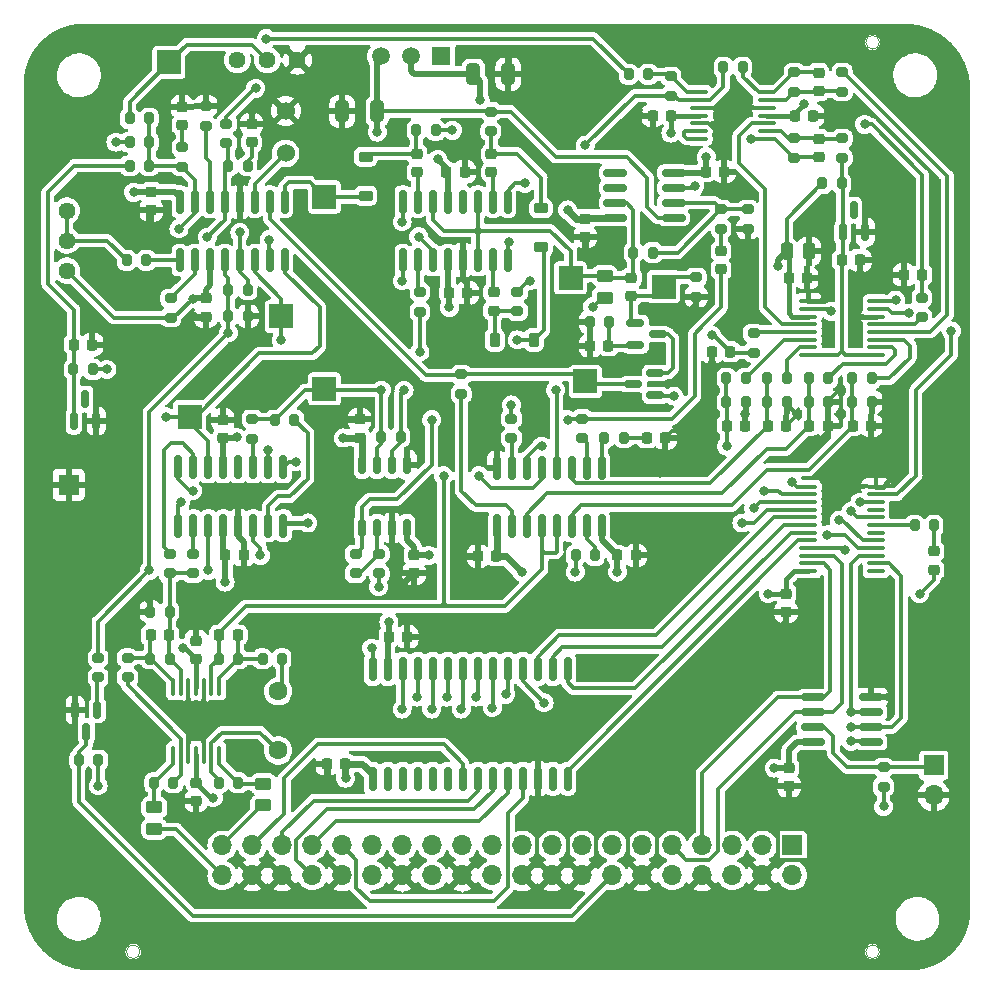
<source format=gbr>
G04 #@! TF.GenerationSoftware,KiCad,Pcbnew,7.0.11*
G04 #@! TF.CreationDate,2025-02-11T21:49:38-08:00*
G04 #@! TF.ProjectId,z3340,7a333334-302e-46b6-9963-61645f706362,0.9*
G04 #@! TF.SameCoordinates,PX5d9f491PY90fcb2f*
G04 #@! TF.FileFunction,Copper,L1,Top*
G04 #@! TF.FilePolarity,Positive*
%FSLAX46Y46*%
G04 Gerber Fmt 4.6, Leading zero omitted, Abs format (unit mm)*
G04 Created by KiCad (PCBNEW 7.0.11) date 2025-02-11 21:49:38*
%MOMM*%
%LPD*%
G01*
G04 APERTURE LIST*
G04 Aperture macros list*
%AMRoundRect*
0 Rectangle with rounded corners*
0 $1 Rounding radius*
0 $2 $3 $4 $5 $6 $7 $8 $9 X,Y pos of 4 corners*
0 Add a 4 corners polygon primitive as box body*
4,1,4,$2,$3,$4,$5,$6,$7,$8,$9,$2,$3,0*
0 Add four circle primitives for the rounded corners*
1,1,$1+$1,$2,$3*
1,1,$1+$1,$4,$5*
1,1,$1+$1,$6,$7*
1,1,$1+$1,$8,$9*
0 Add four rect primitives between the rounded corners*
20,1,$1+$1,$2,$3,$4,$5,0*
20,1,$1+$1,$4,$5,$6,$7,0*
20,1,$1+$1,$6,$7,$8,$9,0*
20,1,$1+$1,$8,$9,$2,$3,0*%
G04 Aperture macros list end*
G04 #@! TA.AperFunction,SMDPad,CuDef*
%ADD10RoundRect,0.225000X-0.250000X0.225000X-0.250000X-0.225000X0.250000X-0.225000X0.250000X0.225000X0*%
G04 #@! TD*
G04 #@! TA.AperFunction,SMDPad,CuDef*
%ADD11RoundRect,0.225000X0.250000X-0.225000X0.250000X0.225000X-0.250000X0.225000X-0.250000X-0.225000X0*%
G04 #@! TD*
G04 #@! TA.AperFunction,SMDPad,CuDef*
%ADD12RoundRect,0.150000X0.150000X-0.825000X0.150000X0.825000X-0.150000X0.825000X-0.150000X-0.825000X0*%
G04 #@! TD*
G04 #@! TA.AperFunction,SMDPad,CuDef*
%ADD13RoundRect,0.200000X0.200000X0.275000X-0.200000X0.275000X-0.200000X-0.275000X0.200000X-0.275000X0*%
G04 #@! TD*
G04 #@! TA.AperFunction,SMDPad,CuDef*
%ADD14RoundRect,0.200000X0.275000X-0.200000X0.275000X0.200000X-0.275000X0.200000X-0.275000X-0.200000X0*%
G04 #@! TD*
G04 #@! TA.AperFunction,SMDPad,CuDef*
%ADD15RoundRect,0.200000X-0.200000X-0.275000X0.200000X-0.275000X0.200000X0.275000X-0.200000X0.275000X0*%
G04 #@! TD*
G04 #@! TA.AperFunction,SMDPad,CuDef*
%ADD16RoundRect,0.200000X-0.275000X0.200000X-0.275000X-0.200000X0.275000X-0.200000X0.275000X0.200000X0*%
G04 #@! TD*
G04 #@! TA.AperFunction,ComponentPad*
%ADD17C,1.440000*%
G04 #@! TD*
G04 #@! TA.AperFunction,SMDPad,CuDef*
%ADD18RoundRect,0.225000X-0.225000X-0.250000X0.225000X-0.250000X0.225000X0.250000X-0.225000X0.250000X0*%
G04 #@! TD*
G04 #@! TA.AperFunction,SMDPad,CuDef*
%ADD19RoundRect,0.225000X0.225000X0.250000X-0.225000X0.250000X-0.225000X-0.250000X0.225000X-0.250000X0*%
G04 #@! TD*
G04 #@! TA.AperFunction,SMDPad,CuDef*
%ADD20RoundRect,0.250000X-0.450000X0.262500X-0.450000X-0.262500X0.450000X-0.262500X0.450000X0.262500X0*%
G04 #@! TD*
G04 #@! TA.AperFunction,SMDPad,CuDef*
%ADD21RoundRect,0.250000X-0.250000X-0.475000X0.250000X-0.475000X0.250000X0.475000X-0.250000X0.475000X0*%
G04 #@! TD*
G04 #@! TA.AperFunction,SMDPad,CuDef*
%ADD22RoundRect,0.100000X0.100000X-0.637500X0.100000X0.637500X-0.100000X0.637500X-0.100000X-0.637500X0*%
G04 #@! TD*
G04 #@! TA.AperFunction,SMDPad,CuDef*
%ADD23RoundRect,0.250000X0.325000X0.650000X-0.325000X0.650000X-0.325000X-0.650000X0.325000X-0.650000X0*%
G04 #@! TD*
G04 #@! TA.AperFunction,SMDPad,CuDef*
%ADD24RoundRect,0.100000X0.637500X0.100000X-0.637500X0.100000X-0.637500X-0.100000X0.637500X-0.100000X0*%
G04 #@! TD*
G04 #@! TA.AperFunction,SMDPad,CuDef*
%ADD25RoundRect,0.100000X-0.637500X-0.100000X0.637500X-0.100000X0.637500X0.100000X-0.637500X0.100000X0*%
G04 #@! TD*
G04 #@! TA.AperFunction,SMDPad,CuDef*
%ADD26RoundRect,0.150000X0.150000X-0.587500X0.150000X0.587500X-0.150000X0.587500X-0.150000X-0.587500X0*%
G04 #@! TD*
G04 #@! TA.AperFunction,ComponentPad*
%ADD27C,1.524000*%
G04 #@! TD*
G04 #@! TA.AperFunction,SMDPad,CuDef*
%ADD28RoundRect,0.250000X-0.325000X-0.650000X0.325000X-0.650000X0.325000X0.650000X-0.325000X0.650000X0*%
G04 #@! TD*
G04 #@! TA.AperFunction,SMDPad,CuDef*
%ADD29RoundRect,0.218750X-0.256250X0.218750X-0.256250X-0.218750X0.256250X-0.218750X0.256250X0.218750X0*%
G04 #@! TD*
G04 #@! TA.AperFunction,SMDPad,CuDef*
%ADD30RoundRect,0.225000X0.375000X-0.225000X0.375000X0.225000X-0.375000X0.225000X-0.375000X-0.225000X0*%
G04 #@! TD*
G04 #@! TA.AperFunction,SMDPad,CuDef*
%ADD31R,2.000000X2.000000*%
G04 #@! TD*
G04 #@! TA.AperFunction,ComponentPad*
%ADD32R,1.700000X1.700000*%
G04 #@! TD*
G04 #@! TA.AperFunction,ComponentPad*
%ADD33O,1.700000X1.700000*%
G04 #@! TD*
G04 #@! TA.AperFunction,SMDPad,CuDef*
%ADD34RoundRect,0.150000X0.150000X-0.625000X0.150000X0.625000X-0.150000X0.625000X-0.150000X-0.625000X0*%
G04 #@! TD*
G04 #@! TA.AperFunction,ComponentPad*
%ADD35R,1.500000X1.500000*%
G04 #@! TD*
G04 #@! TA.AperFunction,ComponentPad*
%ADD36C,1.500000*%
G04 #@! TD*
G04 #@! TA.AperFunction,SMDPad,CuDef*
%ADD37RoundRect,0.225000X-0.225000X-0.375000X0.225000X-0.375000X0.225000X0.375000X-0.225000X0.375000X0*%
G04 #@! TD*
G04 #@! TA.AperFunction,SMDPad,CuDef*
%ADD38RoundRect,0.150000X0.825000X0.150000X-0.825000X0.150000X-0.825000X-0.150000X0.825000X-0.150000X0*%
G04 #@! TD*
G04 #@! TA.AperFunction,SMDPad,CuDef*
%ADD39RoundRect,0.150000X0.150000X-0.875000X0.150000X0.875000X-0.150000X0.875000X-0.150000X-0.875000X0*%
G04 #@! TD*
G04 #@! TA.AperFunction,SMDPad,CuDef*
%ADD40RoundRect,0.150000X-0.587500X-0.150000X0.587500X-0.150000X0.587500X0.150000X-0.587500X0.150000X0*%
G04 #@! TD*
G04 #@! TA.AperFunction,SMDPad,CuDef*
%ADD41RoundRect,0.150000X-0.150000X0.587500X-0.150000X-0.587500X0.150000X-0.587500X0.150000X0.587500X0*%
G04 #@! TD*
G04 #@! TA.AperFunction,ComponentPad*
%ADD42C,1.600000*%
G04 #@! TD*
G04 #@! TA.AperFunction,SMDPad,CuDef*
%ADD43RoundRect,0.225000X-0.375000X0.225000X-0.375000X-0.225000X0.375000X-0.225000X0.375000X0.225000X0*%
G04 #@! TD*
G04 #@! TA.AperFunction,SMDPad,CuDef*
%ADD44RoundRect,0.150000X-0.150000X0.825000X-0.150000X-0.825000X0.150000X-0.825000X0.150000X0.825000X0*%
G04 #@! TD*
G04 #@! TA.AperFunction,SMDPad,CuDef*
%ADD45RoundRect,0.150000X0.587500X0.150000X-0.587500X0.150000X-0.587500X-0.150000X0.587500X-0.150000X0*%
G04 #@! TD*
G04 #@! TA.AperFunction,ViaPad*
%ADD46C,0.800000*%
G04 #@! TD*
G04 #@! TA.AperFunction,Conductor*
%ADD47C,0.300000*%
G04 #@! TD*
G04 #@! TA.AperFunction,Conductor*
%ADD48C,0.500000*%
G04 #@! TD*
G04 #@! TA.AperFunction,Conductor*
%ADD49C,0.400000*%
G04 #@! TD*
G04 #@! TA.AperFunction,Conductor*
%ADD50C,0.600000*%
G04 #@! TD*
G04 #@! TA.AperFunction,Profile*
%ADD51C,0.150000*%
G04 #@! TD*
G04 #@! TA.AperFunction,Profile*
%ADD52C,0.050000*%
G04 #@! TD*
G04 APERTURE END LIST*
D10*
X47929999Y65204999D03*
X47929999Y63654999D03*
D11*
X17229999Y46629999D03*
X17229999Y48179999D03*
D10*
X14979999Y17454999D03*
X14979999Y15904999D03*
D12*
X13599999Y61679999D03*
X14869999Y61679999D03*
X16139999Y61679999D03*
X17409999Y61679999D03*
X18679999Y61679999D03*
X19949999Y61679999D03*
X21219999Y61679999D03*
X22489999Y61679999D03*
X22489999Y66629999D03*
X21219999Y66629999D03*
X19949999Y66629999D03*
X18679999Y66629999D03*
X17409999Y66629999D03*
X16139999Y66629999D03*
X14869999Y66629999D03*
X13599999Y66629999D03*
D11*
X19679999Y71654999D03*
X19679999Y73204999D03*
X11179999Y65904999D03*
X11179999Y67454999D03*
X13794999Y73129999D03*
X13794999Y74679999D03*
D13*
X19369999Y59154999D03*
X17719999Y59154999D03*
D14*
X30479999Y35154999D03*
X30479999Y36804999D03*
D15*
X17719999Y69654999D03*
X19369999Y69654999D03*
D13*
X10754999Y61679999D03*
X9104999Y61679999D03*
D16*
X12829999Y58454999D03*
X12829999Y56804999D03*
D14*
X15794999Y73079999D03*
X15794999Y74729999D03*
D16*
X6679999Y28004999D03*
X6679999Y26354999D03*
D14*
X13794999Y69579999D03*
X13794999Y71229999D03*
D17*
X4029999Y65879999D03*
X4029999Y63339999D03*
X4029999Y60799999D03*
X18479999Y78629999D03*
X21019999Y78629999D03*
X23559999Y78629999D03*
D15*
X33604999Y72679999D03*
X35254999Y72679999D03*
D14*
X57329999Y58604999D03*
X57329999Y60254999D03*
D15*
X48292499Y56429999D03*
X49942499Y56429999D03*
D10*
X39979999Y70679999D03*
X39979999Y69129999D03*
D18*
X50654999Y36679999D03*
X52204999Y36679999D03*
D16*
X33929999Y58979999D03*
X33929999Y57329999D03*
D18*
X36154999Y69154999D03*
X37704999Y69154999D03*
D19*
X37954999Y58904999D03*
X36404999Y58904999D03*
D13*
X51204999Y46629999D03*
X49554999Y46629999D03*
D14*
X62179999Y53854999D03*
X62179999Y55504999D03*
D16*
X76429999Y58504999D03*
X76429999Y56854999D03*
X69679999Y72004999D03*
X69679999Y70354999D03*
D10*
X67679999Y71954999D03*
X67679999Y70404999D03*
D11*
X51829999Y58654999D03*
X51829999Y60204999D03*
D13*
X6229999Y52429999D03*
X4579999Y52429999D03*
D20*
X49579999Y60342499D03*
X49579999Y58517499D03*
D16*
X61679999Y66004999D03*
X61679999Y64354999D03*
D11*
X28829999Y46654999D03*
X28829999Y48204999D03*
D15*
X59604999Y78004999D03*
X61254999Y78004999D03*
X63354999Y51679999D03*
X65004999Y51679999D03*
X66854999Y51679999D03*
X68504999Y51679999D03*
D21*
X64979999Y62429999D03*
X66879999Y62429999D03*
D18*
X65154999Y60179999D03*
X66704999Y60179999D03*
D11*
X64929999Y31904999D03*
X64929999Y33454999D03*
D16*
X39929999Y74254999D03*
X39929999Y72604999D03*
D19*
X59704999Y69179999D03*
X58154999Y69179999D03*
D16*
X55179999Y77254999D03*
X55179999Y75604999D03*
D22*
X13029999Y19817499D03*
X13679999Y19817499D03*
X14329999Y19817499D03*
X14979999Y19817499D03*
X15629999Y19817499D03*
X16279999Y19817499D03*
X16929999Y19817499D03*
X16929999Y25542499D03*
X16279999Y25542499D03*
X15629999Y25542499D03*
X14979999Y25542499D03*
X14329999Y25542499D03*
X13679999Y25542499D03*
X13029999Y25542499D03*
D14*
X69679999Y75929999D03*
X69679999Y77579999D03*
D16*
X65629999Y77579999D03*
X65629999Y75929999D03*
D13*
X68504999Y49679999D03*
X66854999Y49679999D03*
X19369999Y56929999D03*
X17719999Y56929999D03*
D23*
X41404999Y77429999D03*
X38454999Y77429999D03*
D24*
X72542499Y35354999D03*
X72542499Y36004999D03*
X72542499Y36654999D03*
X72542499Y37304999D03*
X72542499Y37954999D03*
X72542499Y38604999D03*
X72542499Y39254999D03*
X72542499Y39904999D03*
X72542499Y40554999D03*
X72542499Y41204999D03*
X72542499Y41854999D03*
X72542499Y42504999D03*
X66817499Y42504999D03*
X66817499Y41854999D03*
X66817499Y41204999D03*
X66817499Y40554999D03*
X66817499Y39904999D03*
X66817499Y39254999D03*
X66817499Y38604999D03*
X66817499Y37954999D03*
X66817499Y37304999D03*
X66817499Y36654999D03*
X66817499Y36004999D03*
X66817499Y35354999D03*
D25*
X66817499Y58204999D03*
X66817499Y57554999D03*
X66817499Y56904999D03*
X66817499Y56254999D03*
X66817499Y55604999D03*
X66817499Y54954999D03*
X66817499Y54304999D03*
X66817499Y53654999D03*
X72542499Y53654999D03*
X72542499Y54304999D03*
X72542499Y54954999D03*
X72542499Y55604999D03*
X72542499Y56254999D03*
X72542499Y56904999D03*
X72542499Y57554999D03*
X72542499Y58204999D03*
D13*
X65004999Y49679999D03*
X63354999Y49679999D03*
X11004999Y73679999D03*
X9354999Y73679999D03*
D16*
X37429999Y52004999D03*
X37429999Y50354999D03*
D15*
X47104999Y36679999D03*
X48754999Y36679999D03*
D13*
X32304999Y46729999D03*
X30654999Y46729999D03*
D16*
X41679999Y48254999D03*
X41679999Y46604999D03*
D15*
X59854999Y51679999D03*
X61504999Y51679999D03*
D16*
X14729999Y36804999D03*
X14729999Y35154999D03*
D12*
X32484999Y61679999D03*
X33754999Y61679999D03*
X35024999Y61679999D03*
X36294999Y61679999D03*
X37564999Y61679999D03*
X38834999Y61679999D03*
X40104999Y61679999D03*
X41374999Y61679999D03*
X41374999Y66629999D03*
X40104999Y66629999D03*
X38834999Y66629999D03*
X37564999Y66629999D03*
X36294999Y66629999D03*
X35024999Y66629999D03*
X33754999Y66629999D03*
X32484999Y66629999D03*
D16*
X12729999Y36804999D03*
X12729999Y35154999D03*
D26*
X69729999Y64054999D03*
X71629999Y64054999D03*
X70679999Y65929999D03*
D16*
X47679999Y48254999D03*
X47679999Y46604999D03*
D27*
X22562499Y70729999D03*
X22562499Y74329999D03*
D28*
X27354999Y74279999D03*
X30304999Y74279999D03*
D13*
X77454999Y39229999D03*
X75804999Y39229999D03*
D29*
X77429999Y37017499D03*
X77429999Y35442499D03*
D30*
X44179999Y62779999D03*
X44179999Y66079999D03*
D11*
X40179999Y57404999D03*
X40179999Y58954999D03*
X33429999Y35154999D03*
X33429999Y36704999D03*
D14*
X42179999Y57354999D03*
X42179999Y59004999D03*
D31*
X14429999Y48429999D03*
D15*
X52004999Y62329999D03*
X53654999Y62329999D03*
D16*
X59429999Y66004999D03*
X59429999Y64354999D03*
D10*
X15794999Y58454999D03*
X15794999Y56904999D03*
D31*
X25829999Y67029999D03*
D13*
X11004999Y71679999D03*
X9354999Y71679999D03*
D15*
X9354999Y69679999D03*
X11004999Y69679999D03*
D13*
X12754999Y31929999D03*
X11104999Y31929999D03*
D12*
X13484999Y39204999D03*
X14754999Y39204999D03*
X16024999Y39204999D03*
X17294999Y39204999D03*
X18564999Y39204999D03*
X19834999Y39204999D03*
X21104999Y39204999D03*
X22374999Y39204999D03*
X22374999Y44154999D03*
X21104999Y44154999D03*
X19834999Y44154999D03*
X18564999Y44154999D03*
X17294999Y44154999D03*
X16024999Y44154999D03*
X14754999Y44154999D03*
X13484999Y44154999D03*
D32*
X65454999Y12129999D03*
D33*
X65454999Y9589999D03*
X62914999Y12129999D03*
X62914999Y9589999D03*
X60374999Y12129999D03*
X60374999Y9589999D03*
X57834999Y12129999D03*
X57834999Y9589999D03*
X55294999Y12129999D03*
X55294999Y9589999D03*
X52754999Y12129999D03*
X52754999Y9589999D03*
X50214999Y12129999D03*
X50214999Y9589999D03*
X47674999Y12129999D03*
X47674999Y9589999D03*
X45134999Y12129999D03*
X45134999Y9589999D03*
X42594999Y12129999D03*
X42594999Y9589999D03*
X40054999Y12129999D03*
X40054999Y9589999D03*
X37514999Y12129999D03*
X37514999Y9589999D03*
X34974999Y12129999D03*
X34974999Y9589999D03*
X32434999Y12129999D03*
X32434999Y9589999D03*
X29894999Y12129999D03*
X29894999Y9589999D03*
X27354999Y12129999D03*
X27354999Y9589999D03*
X24814999Y12129999D03*
X24814999Y9589999D03*
X22274999Y12129999D03*
X22274999Y9589999D03*
X19734999Y12129999D03*
X19734999Y9589999D03*
X17194999Y12129999D03*
X17194999Y9589999D03*
D19*
X19004999Y36729999D03*
X17454999Y36729999D03*
D11*
X65179999Y17154999D03*
X65179999Y18704999D03*
D34*
X29024999Y39004999D03*
X30294999Y39004999D03*
X31564999Y39004999D03*
X32834999Y39004999D03*
X32834999Y44354999D03*
X31564999Y44354999D03*
X30294999Y44354999D03*
X29024999Y44354999D03*
D31*
X22179999Y56929999D03*
D10*
X14979999Y29454999D03*
X14979999Y27904999D03*
D13*
X22254999Y27929999D03*
X20604999Y27929999D03*
X18554999Y17429999D03*
X16904999Y17429999D03*
D20*
X20679999Y17342499D03*
X20679999Y15517499D03*
D14*
X17544999Y71579999D03*
X17544999Y73229999D03*
D35*
X35679999Y78929999D03*
D36*
X33139999Y78929999D03*
X30599999Y78929999D03*
D18*
X58654999Y53929999D03*
X60204999Y53929999D03*
X38854999Y36629999D03*
X40404999Y36629999D03*
D19*
X18504999Y29929999D03*
X16954999Y29929999D03*
D18*
X11154999Y29929999D03*
X12704999Y29929999D03*
D13*
X12754999Y27929999D03*
X11104999Y27929999D03*
D14*
X9179999Y26354999D03*
X9179999Y28004999D03*
D15*
X11404999Y17429999D03*
X13054999Y17429999D03*
D20*
X11429999Y15342499D03*
X11429999Y13517499D03*
D31*
X46679999Y60179999D03*
D13*
X23304999Y48154999D03*
X21654999Y48154999D03*
D15*
X16904999Y27929999D03*
X18554999Y27929999D03*
D14*
X19729999Y46579999D03*
X19729999Y48229999D03*
D15*
X51604999Y77429999D03*
X53254999Y77429999D03*
X5054999Y19367499D03*
X6704999Y19367499D03*
D37*
X40279999Y54929999D03*
X43579999Y54929999D03*
D38*
X72129999Y20869999D03*
X72129999Y22139999D03*
X72129999Y23409999D03*
X72129999Y24679999D03*
X67179999Y24679999D03*
X67179999Y23409999D03*
X67179999Y22139999D03*
X67179999Y20869999D03*
D32*
X77429999Y18904999D03*
D33*
X77429999Y16364999D03*
D18*
X31304999Y29779999D03*
X32854999Y29779999D03*
D14*
X65629999Y70354999D03*
X65629999Y72004999D03*
D10*
X59429999Y62454999D03*
X59429999Y60904999D03*
D18*
X74904999Y60429999D03*
X76454999Y60429999D03*
D15*
X68004999Y68179999D03*
X69654999Y68179999D03*
D19*
X27604999Y19029999D03*
X26054999Y19029999D03*
D18*
X53654999Y73929999D03*
X55204999Y73929999D03*
X63404999Y47679999D03*
X64954999Y47679999D03*
D39*
X29924999Y17779999D03*
X31194999Y17779999D03*
X32464999Y17779999D03*
X33734999Y17779999D03*
X35004999Y17779999D03*
X36274999Y17779999D03*
X37544999Y17779999D03*
X38814999Y17779999D03*
X40084999Y17779999D03*
X41354999Y17779999D03*
X42624999Y17779999D03*
X43894999Y17779999D03*
X45164999Y17779999D03*
X46434999Y17779999D03*
X46434999Y27079999D03*
X45164999Y27079999D03*
X43894999Y27079999D03*
X42624999Y27079999D03*
X41354999Y27079999D03*
X40084999Y27079999D03*
X38814999Y27079999D03*
X37544999Y27079999D03*
X36274999Y27079999D03*
X35004999Y27079999D03*
X33734999Y27079999D03*
X32464999Y27079999D03*
X31194999Y27079999D03*
X29924999Y27079999D03*
D40*
X52179999Y56379999D03*
X52179999Y54479999D03*
X54054999Y55429999D03*
D31*
X47929999Y51429999D03*
D26*
X4629999Y48054999D03*
X6529999Y48054999D03*
X5579999Y49929999D03*
D41*
X6629999Y23617499D03*
X4729999Y23617499D03*
X5679999Y21742499D03*
D14*
X28479999Y35154999D03*
X28479999Y36804999D03*
D42*
X21929999Y20179999D03*
X21929999Y25179999D03*
D18*
X4629999Y54534999D03*
X6179999Y54534999D03*
D31*
X54579999Y59429999D03*
D18*
X70579999Y47679999D03*
X72129999Y47679999D03*
D13*
X72179999Y49679999D03*
X70529999Y49679999D03*
D18*
X53154999Y46629999D03*
X54704999Y46629999D03*
D10*
X33679999Y70679999D03*
X33679999Y69129999D03*
D11*
X67679999Y75979999D03*
X67679999Y77529999D03*
D13*
X61504999Y49679999D03*
X59854999Y49679999D03*
D19*
X49892499Y54429999D03*
X48342499Y54429999D03*
D31*
X25829999Y50779999D03*
D15*
X70529999Y51679999D03*
X72179999Y51679999D03*
D24*
X63292499Y71979999D03*
X63292499Y72629999D03*
X63292499Y73279999D03*
X63292499Y73929999D03*
X63292499Y74579999D03*
X63292499Y75229999D03*
X63292499Y75879999D03*
X57567499Y75879999D03*
X57567499Y75229999D03*
X57567499Y74579999D03*
X57567499Y73929999D03*
X57567499Y73279999D03*
X57567499Y72629999D03*
X57567499Y71979999D03*
D43*
X29329999Y70429999D03*
X29329999Y67129999D03*
D18*
X66904999Y47679999D03*
X68454999Y47679999D03*
D44*
X49324999Y44104999D03*
X48054999Y44104999D03*
X46784999Y44104999D03*
X45514999Y44104999D03*
X44244999Y44104999D03*
X42974999Y44104999D03*
X41704999Y44104999D03*
X40434999Y44104999D03*
X40434999Y39154999D03*
X41704999Y39154999D03*
X42974999Y39154999D03*
X44244999Y39154999D03*
X45514999Y39154999D03*
X46784999Y39154999D03*
X48054999Y39154999D03*
X49324999Y39154999D03*
D14*
X73179999Y17104999D03*
X73179999Y18754999D03*
D32*
X4179999Y42679999D03*
D38*
X55404999Y65274999D03*
X55404999Y66544999D03*
X55404999Y67814999D03*
X55404999Y69084999D03*
X50454999Y69084999D03*
X50454999Y67814999D03*
X50454999Y66544999D03*
X50454999Y65274999D03*
D18*
X65654999Y73929999D03*
X67204999Y73929999D03*
D31*
X12679999Y78429999D03*
D18*
X59904999Y47679999D03*
X61454999Y47679999D03*
X69654999Y61679999D03*
X71204999Y61679999D03*
D45*
X53867499Y50229999D03*
X53867499Y52129999D03*
X51992499Y51179999D03*
D46*
X65829999Y48629999D03*
X19329999Y55529999D03*
X52629999Y27629999D03*
X34929999Y19679999D03*
X47929999Y62179999D03*
X48829999Y49229999D03*
X47079999Y56529999D03*
X15679999Y21929999D03*
X15629999Y23979999D03*
X34429999Y29829999D03*
X27329999Y72529999D03*
X19679999Y74304337D03*
X37704999Y70429999D03*
X56179999Y36929999D03*
X31929999Y37179999D03*
X58679999Y52929999D03*
X59429999Y72179999D03*
X33579999Y46279999D03*
X13794999Y75929999D03*
X11029999Y33029999D03*
X57429999Y65429999D03*
X24829999Y29429999D03*
X64829999Y30829999D03*
X11029999Y64629999D03*
X47079999Y54279999D03*
X71829999Y66029999D03*
X4679999Y25179999D03*
X43929999Y15679999D03*
X61679999Y74679999D03*
X61429999Y48679999D03*
X67429999Y46179999D03*
X40079999Y46029999D03*
X27429999Y48229999D03*
X24429999Y36929999D03*
X74929999Y61679999D03*
X69429999Y50679999D03*
X59179999Y74429999D03*
X18929999Y35429999D03*
X18679999Y68179999D03*
X77579999Y65279999D03*
X55929999Y47179999D03*
X14929999Y14429999D03*
X73679999Y49679999D03*
X26429999Y21929999D03*
X41429999Y79179999D03*
X68229999Y58429999D03*
X76179999Y22429999D03*
X9679999Y20679999D03*
X70929999Y56929999D03*
X61679999Y63179999D03*
X71229999Y60529999D03*
X54229999Y43679999D03*
X37929999Y57679999D03*
X18429999Y48179999D03*
X59679999Y67929999D03*
X26029999Y17829999D03*
X68679999Y55429999D03*
X14329999Y24079999D03*
X7429999Y54679999D03*
X67929999Y60179999D03*
X76179999Y52929999D03*
X37629999Y36629999D03*
X66679999Y64179999D03*
X14329999Y21929999D03*
X63929999Y17179999D03*
X56679999Y14429999D03*
X68429999Y73929999D03*
X15794999Y75929999D03*
X14679999Y56929999D03*
X52429999Y74429999D03*
X32429999Y34029999D03*
X7629999Y59829999D03*
X52204999Y35279999D03*
X56579999Y57279999D03*
X73679999Y43929999D03*
X6579999Y46529999D03*
X73679999Y47679999D03*
X73679999Y24679999D03*
X56429999Y20429999D03*
X14929999Y30679999D03*
X42544999Y35279999D03*
X58179999Y70429999D03*
X34679999Y36679999D03*
X55179999Y72429999D03*
X39029999Y75229999D03*
X31304999Y31054999D03*
X13829999Y28829999D03*
X36429999Y57679999D03*
X17429999Y34429999D03*
X14679999Y58429999D03*
X30329999Y72529999D03*
X66429999Y74929999D03*
X18429999Y46679999D03*
X27629999Y17829999D03*
X50654999Y35279999D03*
X27429999Y46629999D03*
X48554999Y57754999D03*
X7429999Y52429999D03*
X35429999Y70229999D03*
X43229999Y59929999D03*
X9679999Y67429999D03*
X46429999Y65929999D03*
X36679999Y72679999D03*
X16429999Y16179999D03*
X63929999Y18679999D03*
X76229999Y33429999D03*
X44434999Y24224999D03*
X73179999Y15429999D03*
X64229999Y61229999D03*
X63429999Y33429999D03*
X6679999Y17179999D03*
X22179999Y54929999D03*
X42179999Y54929999D03*
X20429999Y36679999D03*
X13529999Y64329999D03*
X21104999Y45629999D03*
X15929999Y63629999D03*
X58629999Y55317499D03*
X8179999Y71679999D03*
X70429999Y20929999D03*
X69929999Y37179999D03*
X70429999Y23429999D03*
X70429999Y22179999D03*
X57179999Y67929999D03*
X61960330Y71899668D03*
X20029999Y76229999D03*
X71579999Y73179999D03*
X14679999Y42179999D03*
X63029999Y42179999D03*
X13679999Y41179999D03*
X62179999Y40679999D03*
X24429999Y39429999D03*
X61179999Y39429999D03*
X65429999Y42929999D03*
X23429999Y44629999D03*
X32429999Y59929999D03*
X69429999Y39679999D03*
X16024999Y35429999D03*
X41679999Y49429999D03*
X11029999Y35429999D03*
X17719999Y55529999D03*
X47079999Y35279999D03*
X12429999Y48429999D03*
X35929999Y43429999D03*
X38929999Y43429999D03*
X42829999Y68179999D03*
X78929999Y55679999D03*
X70429999Y40429999D03*
X41429999Y63179999D03*
X34929999Y48179999D03*
X46429999Y48179999D03*
X59904999Y45929999D03*
X44229999Y45929999D03*
X33679999Y24679999D03*
X36179999Y24679999D03*
X38679999Y24679999D03*
X40054999Y23804999D03*
X41179999Y24929999D03*
X74204999Y58304999D03*
X75366714Y57192692D03*
X37429999Y23679999D03*
X34929999Y23679999D03*
X32429999Y23679999D03*
X68429999Y38429999D03*
X55429999Y50179999D03*
X32579999Y50679999D03*
X45429999Y50679999D03*
X68754999Y57354999D03*
X30654999Y50679999D03*
X33929999Y53929999D03*
X47929999Y71429999D03*
X33829999Y63679999D03*
X29829999Y28829999D03*
X30429999Y34029999D03*
X71179999Y41179999D03*
X32429999Y64929999D03*
X18679999Y64029999D03*
X20929999Y80429999D03*
X21179999Y63429999D03*
D47*
X57567499Y73279999D02*
X58329999Y73279999D01*
D48*
X14979999Y30629999D02*
X14929999Y30679999D01*
D49*
X67204999Y73929999D02*
X68429999Y73929999D01*
X72542499Y42504999D02*
X73129999Y42504999D01*
D47*
X48874999Y10789999D02*
X48874999Y13584999D01*
X68454999Y47204999D02*
X67429999Y46179999D01*
D49*
X68229999Y58429999D02*
X68004999Y58204999D01*
D47*
X51554999Y10789999D02*
X51554999Y13754999D01*
D48*
X32429999Y34154999D02*
X33429999Y35154999D01*
D47*
X7284999Y54534999D02*
X7429999Y54679999D01*
X31564999Y39004999D02*
X31564999Y37544999D01*
X52754999Y9589999D02*
X51554999Y10789999D01*
D49*
X66704999Y60179999D02*
X67929999Y60179999D01*
D50*
X41404999Y79154999D02*
X41429999Y79179999D01*
D47*
X47674999Y9589999D02*
X46429999Y10834999D01*
X63292499Y74579999D02*
X61779999Y74579999D01*
X54029999Y10864999D02*
X54029999Y13829999D01*
D49*
X73679999Y43054999D02*
X73679999Y43929999D01*
D47*
X19329999Y55529999D02*
X19369999Y55569999D01*
X59029999Y74579999D02*
X59179999Y74429999D01*
D49*
X64829999Y30829999D02*
X64829999Y31804999D01*
D47*
X46429999Y10884999D02*
X46429999Y13829999D01*
X61779999Y74579999D02*
X61679999Y74679999D01*
D48*
X37564999Y60044999D02*
X37954999Y59654999D01*
D47*
X61679999Y64354999D02*
X61679999Y63179999D01*
X68454999Y47679999D02*
X68454999Y47204999D01*
D49*
X43894999Y15714999D02*
X43929999Y15679999D01*
D47*
X53654999Y73929999D02*
X52929999Y73929999D01*
D48*
X40079999Y46029999D02*
X40434999Y45674999D01*
D49*
X64829999Y31804999D02*
X64929999Y31904999D01*
D48*
X59679999Y67929999D02*
X59704999Y67954999D01*
D47*
X52929999Y73929999D02*
X52429999Y74429999D01*
X11104999Y32954999D02*
X11029999Y33029999D01*
X68454999Y49629999D02*
X68504999Y49679999D01*
D49*
X14979999Y15904999D02*
X14979999Y14479999D01*
D50*
X26054999Y17854999D02*
X26029999Y17829999D01*
D47*
X13794999Y75929999D02*
X13794999Y74679999D01*
D48*
X19004999Y35504999D02*
X18929999Y35429999D01*
D49*
X74904999Y60429999D02*
X74904999Y61654999D01*
D48*
X11029999Y64629999D02*
X11029999Y65754999D01*
X37704999Y70429999D02*
X37704999Y69154999D01*
D47*
X33529999Y46279999D02*
X32834999Y45584999D01*
X72179999Y49679999D02*
X73679999Y49679999D01*
D49*
X72542499Y56904999D02*
X70954999Y56904999D01*
X14979999Y14479999D02*
X14929999Y14429999D01*
D47*
X57329999Y58604999D02*
X57329999Y58029999D01*
X4729999Y25129999D02*
X4729999Y23617499D01*
X11104999Y31929999D02*
X11104999Y32954999D01*
X61454999Y47679999D02*
X61454999Y48654999D01*
D48*
X11029999Y65754999D02*
X11179999Y65904999D01*
X37954999Y59654999D02*
X37954999Y58904999D01*
D50*
X27454999Y48204999D02*
X27429999Y48229999D01*
D47*
X48342499Y54429999D02*
X47229999Y54429999D01*
X58654999Y53929999D02*
X58654999Y52954999D01*
X72129999Y47679999D02*
X73679999Y47679999D01*
D48*
X59704999Y67954999D02*
X59704999Y69179999D01*
D47*
X64229999Y10954999D02*
X64229999Y14229999D01*
X4679999Y25179999D02*
X4729999Y25129999D01*
X71629999Y65829999D02*
X71629999Y64054999D01*
D48*
X32429999Y34029999D02*
X32429999Y34154999D01*
X37954999Y58904999D02*
X37954999Y57704999D01*
D49*
X74904999Y61654999D02*
X74929999Y61679999D01*
D50*
X28829999Y48204999D02*
X27454999Y48204999D01*
D48*
X37954999Y57704999D02*
X37929999Y57679999D01*
D47*
X65829999Y48554999D02*
X64954999Y47679999D01*
D50*
X26054999Y19029999D02*
X26054999Y17854999D01*
D49*
X70954999Y56904999D02*
X70929999Y56929999D01*
D47*
X15794999Y75929999D02*
X15794999Y74729999D01*
X6529999Y48054999D02*
X6529999Y46579999D01*
X6529999Y46579999D02*
X6579999Y46529999D01*
X19369999Y55569999D02*
X19369999Y56929999D01*
X45134999Y9589999D02*
X46429999Y10884999D01*
D48*
X27354999Y72554999D02*
X27354999Y74279999D01*
X17229999Y48179999D02*
X18429999Y48179999D01*
D47*
X48292499Y56429999D02*
X47179999Y56429999D01*
D48*
X18564999Y39204999D02*
X18564999Y38294999D01*
X40434999Y45674999D02*
X40434999Y44104999D01*
D47*
X71829999Y66029999D02*
X71629999Y65829999D01*
X46429999Y10834999D02*
X46429999Y10884999D01*
D49*
X14979999Y29454999D02*
X14979999Y30629999D01*
D48*
X19004999Y36729999D02*
X19004999Y35504999D01*
D47*
X62914999Y9589999D02*
X64254999Y10929999D01*
D50*
X41404999Y77429999D02*
X41404999Y79154999D01*
D48*
X18564999Y38294999D02*
X19004999Y37854999D01*
X73679999Y24679999D02*
X72129999Y24679999D01*
D47*
X68504999Y49754999D02*
X68504999Y49679999D01*
X31564999Y37544999D02*
X31929999Y37179999D01*
X47229999Y54429999D02*
X47079999Y54279999D01*
D48*
X34379999Y29779999D02*
X32854999Y29779999D01*
D50*
X15794999Y56904999D02*
X14704999Y56904999D01*
D47*
X71204999Y60554999D02*
X71229999Y60529999D01*
X61429999Y49604999D02*
X61504999Y49679999D01*
X55929999Y47179999D02*
X55254999Y47179999D01*
D49*
X43894999Y17779999D02*
X43894999Y15714999D01*
D47*
X15629999Y21879999D02*
X15679999Y21929999D01*
X33579999Y46279999D02*
X33529999Y46279999D01*
X15629999Y19817499D02*
X15629999Y21879999D01*
X57329999Y58029999D02*
X56579999Y57279999D01*
D48*
X19004999Y37854999D02*
X19004999Y36729999D01*
X37564999Y61679999D02*
X37564999Y60044999D01*
D47*
X15629999Y23979999D02*
X15629999Y25542499D01*
D50*
X47929999Y62179999D02*
X47929999Y63654999D01*
D49*
X73129999Y42504999D02*
X73679999Y43054999D01*
D47*
X14329999Y24079999D02*
X14329999Y25542499D01*
X58329999Y73279999D02*
X59429999Y72179999D01*
X47179999Y56429999D02*
X47079999Y56529999D01*
X58654999Y52954999D02*
X58679999Y52929999D01*
D48*
X65179999Y17154999D02*
X63954999Y17154999D01*
D47*
X32834999Y45584999D02*
X32834999Y44354999D01*
D50*
X37629999Y36629999D02*
X38854999Y36629999D01*
D47*
X6179999Y54534999D02*
X7284999Y54534999D01*
X61454999Y48654999D02*
X61429999Y48679999D01*
X45134999Y9589999D02*
X43899999Y10824999D01*
X14329999Y21929999D02*
X14329999Y19817499D01*
D48*
X27329999Y72529999D02*
X27354999Y72554999D01*
D47*
X19679999Y74304337D02*
X19679999Y73204999D01*
D49*
X66879999Y63979999D02*
X66679999Y64179999D01*
X66879999Y62429999D02*
X66879999Y63979999D01*
D47*
X47674999Y9589999D02*
X48874999Y10789999D01*
X65004999Y49454999D02*
X65004999Y49679999D01*
X42594999Y9589999D02*
X43829999Y10824999D01*
D49*
X68004999Y58204999D02*
X66817499Y58204999D01*
D48*
X34429999Y29829999D02*
X34379999Y29779999D01*
X52204999Y35279999D02*
X52204999Y36679999D01*
D47*
X18679999Y66629999D02*
X18679999Y68179999D01*
X71204999Y61679999D02*
X71204999Y60554999D01*
D48*
X63954999Y17154999D02*
X63929999Y17179999D01*
D47*
X43899999Y10824999D02*
X43829999Y10824999D01*
X61429999Y48679999D02*
X61429999Y49604999D01*
X55254999Y47179999D02*
X54704999Y46629999D01*
X43829999Y10824999D02*
X43829999Y13429999D01*
X57567499Y74579999D02*
X59029999Y74579999D01*
D50*
X14704999Y56904999D02*
X14679999Y56929999D01*
D47*
X64254999Y10929999D02*
X67129999Y10929999D01*
X65829999Y48629999D02*
X65829999Y48554999D01*
X65829999Y48629999D02*
X65004999Y49454999D01*
X64254999Y10929999D02*
X64229999Y10954999D01*
X69429999Y50679999D02*
X68504999Y49754999D01*
X52754999Y9589999D02*
X54029999Y10864999D01*
D48*
X17294999Y39204999D02*
X17294999Y36889999D01*
X31194999Y29669999D02*
X31304999Y29779999D01*
X34654999Y36704999D02*
X34679999Y36679999D01*
X58059999Y69084999D02*
X58154999Y69179999D01*
X58179999Y70429999D02*
X58154999Y70404999D01*
D50*
X42544999Y35279999D02*
X41194999Y36629999D01*
D48*
X36404999Y58904999D02*
X36404999Y57704999D01*
X55404999Y69084999D02*
X58059999Y69084999D01*
X58154999Y70404999D02*
X58154999Y69179999D01*
D49*
X14029999Y28829999D02*
X14954999Y27904999D01*
D48*
X32834999Y39004999D02*
X32834999Y38024999D01*
X33429999Y77429999D02*
X38454999Y77429999D01*
X17454999Y34454999D02*
X17454999Y36729999D01*
D49*
X13829999Y28829999D02*
X14029999Y28829999D01*
D48*
X36404999Y57704999D02*
X36429999Y57679999D01*
X14954999Y27904999D02*
X14979999Y27904999D01*
D49*
X55204999Y73929999D02*
X55204999Y72454999D01*
X55204999Y72454999D02*
X55179999Y72429999D01*
D48*
X33139999Y78929999D02*
X33139999Y77719999D01*
D50*
X40434999Y39154999D02*
X40434999Y36659999D01*
X40434999Y36659999D02*
X40404999Y36629999D01*
D48*
X36294999Y59014999D02*
X36404999Y58904999D01*
D49*
X14979999Y25542499D02*
X14979999Y27904999D01*
D48*
X17429999Y34429999D02*
X17454999Y34454999D01*
X33429999Y37429999D02*
X33429999Y36704999D01*
X33429999Y36704999D02*
X34654999Y36704999D01*
X32834999Y38024999D02*
X33429999Y37429999D01*
X17294999Y36889999D02*
X17454999Y36729999D01*
X39029999Y76854999D02*
X38454999Y77429999D01*
X31304999Y31054999D02*
X31304999Y29779999D01*
X31194999Y27079999D02*
X31194999Y29669999D01*
X39029999Y75229999D02*
X39029999Y76854999D01*
D49*
X57567499Y73929999D02*
X55204999Y73929999D01*
D48*
X36294999Y61679999D02*
X36294999Y59014999D01*
X33139999Y77719999D02*
X33429999Y77429999D01*
D50*
X41194999Y36629999D02*
X40404999Y36629999D01*
D47*
X55404999Y65274999D02*
X54084999Y65274999D01*
D48*
X15794999Y59194999D02*
X16139999Y59539999D01*
D47*
X8024999Y56804999D02*
X4029999Y60799999D01*
X54084999Y65274999D02*
X53179999Y66179999D01*
D48*
X30599999Y78929999D02*
X30329999Y78659999D01*
D47*
X41604999Y74254999D02*
X39929999Y74254999D01*
D48*
X30304999Y72554999D02*
X30329999Y72529999D01*
X30329999Y78659999D02*
X30329999Y74304999D01*
D47*
X13054999Y56804999D02*
X14679999Y58429999D01*
D48*
X15794999Y58454999D02*
X15794999Y59194999D01*
X15794999Y58454999D02*
X14704999Y58454999D01*
D47*
X12829999Y56804999D02*
X8024999Y56804999D01*
X53179999Y68679999D02*
X51429999Y70429999D01*
X30304999Y74279999D02*
X39904999Y74279999D01*
X39904999Y74279999D02*
X39929999Y74254999D01*
X45429999Y70429999D02*
X41604999Y74254999D01*
X53179999Y66179999D02*
X53179999Y68679999D01*
D48*
X14704999Y58454999D02*
X14679999Y58429999D01*
X30304999Y74279999D02*
X30304999Y72554999D01*
D47*
X51429999Y70429999D02*
X45429999Y70429999D01*
X12829999Y56804999D02*
X13054999Y56804999D01*
D48*
X30329999Y74304999D02*
X30304999Y74279999D01*
X16139999Y59539999D02*
X16139999Y61679999D01*
D49*
X65654999Y74154999D02*
X66429999Y74929999D01*
X16429999Y16179999D02*
X16254999Y16179999D01*
D48*
X11179999Y67454999D02*
X13154999Y67454999D01*
X36294999Y69014999D02*
X36154999Y69154999D01*
X11179999Y67454999D02*
X9704999Y67454999D01*
D50*
X27454999Y46654999D02*
X27429999Y46629999D01*
D47*
X48554999Y57754999D02*
X49317499Y58517499D01*
X49317499Y58517499D02*
X49579999Y58517499D01*
D50*
X27604999Y19029999D02*
X27604999Y17854999D01*
X47999999Y65274999D02*
X47929999Y65204999D01*
D49*
X16254999Y16179999D02*
X14979999Y17454999D01*
D50*
X29924999Y18134999D02*
X29924999Y17779999D01*
D48*
X13154999Y67454999D02*
X13599999Y67009999D01*
D49*
X65654999Y73929999D02*
X65654999Y74154999D01*
D50*
X29029999Y19029999D02*
X29924999Y18134999D01*
D48*
X36294999Y66629999D02*
X36294999Y69014999D01*
D50*
X50454999Y65274999D02*
X47999999Y65274999D01*
X29024999Y46459999D02*
X28829999Y46654999D01*
D48*
X18379999Y46629999D02*
X18429999Y46679999D01*
X17294999Y44154999D02*
X17294999Y46564999D01*
D49*
X14979999Y19817499D02*
X14979999Y17454999D01*
D47*
X36679999Y72679999D02*
X35254999Y72679999D01*
X43229999Y59929999D02*
X43104999Y59929999D01*
D48*
X9704999Y67454999D02*
X9679999Y67429999D01*
X13599999Y67009999D02*
X13599999Y66629999D01*
D50*
X47929999Y65204999D02*
X47154999Y65204999D01*
D47*
X43104999Y59929999D02*
X42179999Y59004999D01*
D48*
X49324999Y38009999D02*
X50654999Y36679999D01*
X17294999Y46564999D02*
X17229999Y46629999D01*
D50*
X28829999Y46654999D02*
X27454999Y46654999D01*
X27604999Y17854999D02*
X27629999Y17829999D01*
D48*
X17229999Y46629999D02*
X18379999Y46629999D01*
X49324999Y39154999D02*
X49324999Y38009999D01*
D47*
X6229999Y52429999D02*
X7429999Y52429999D01*
D50*
X29024999Y44354999D02*
X29024999Y46459999D01*
D48*
X50654999Y35279999D02*
X50654999Y36679999D01*
X35429999Y70229999D02*
X36154999Y69504999D01*
X36154999Y69504999D02*
X36154999Y69154999D01*
D50*
X27604999Y19029999D02*
X29029999Y19029999D01*
D49*
X63292499Y73929999D02*
X65654999Y73929999D01*
D50*
X47154999Y65204999D02*
X46429999Y65929999D01*
D47*
X4629999Y54534999D02*
X4629999Y57479999D01*
X4629999Y52379999D02*
X4579999Y52429999D01*
X4679999Y69679999D02*
X9354999Y69679999D01*
X4629999Y48054999D02*
X4629999Y52379999D01*
X4629999Y57479999D02*
X2429999Y59679999D01*
X2429999Y59679999D02*
X2429999Y67429999D01*
X4629999Y52479999D02*
X4579999Y52429999D01*
X2429999Y67429999D02*
X4679999Y69679999D01*
X4629999Y54534999D02*
X4629999Y52479999D01*
X38834999Y63929999D02*
X38834999Y64179999D01*
X39084999Y64179999D02*
X38834999Y64429999D01*
X39084999Y64179999D02*
X38834999Y63929999D01*
X46679999Y60179999D02*
X46842499Y60342499D01*
X52004999Y65969998D02*
X52004999Y62329999D01*
X38834999Y61679999D02*
X38834999Y63929999D01*
X51829999Y60204999D02*
X52004999Y60379999D01*
X44929999Y64179999D02*
X39179999Y64179999D01*
X46679999Y60179999D02*
X46679999Y62429999D01*
X38834999Y64429999D02*
X38834999Y66629999D01*
X38834999Y64179999D02*
X38834999Y64429999D01*
X38584999Y64179999D02*
X38834999Y64429999D01*
X39179999Y64179999D02*
X39084999Y64179999D01*
X49579999Y60342499D02*
X49717499Y60204999D01*
X51429998Y66544999D02*
X52004999Y65969998D01*
X39179999Y64179999D02*
X38834999Y64179999D01*
X38429999Y64179999D02*
X38584999Y64179999D01*
X35024999Y65084999D02*
X35929999Y64179999D01*
X46842499Y60342499D02*
X49579999Y60342499D01*
X35024999Y66629999D02*
X35024999Y65084999D01*
X52004999Y60379999D02*
X52004999Y62329999D01*
X49717499Y60204999D02*
X51829999Y60204999D01*
X50454999Y66544999D02*
X51429998Y66544999D01*
X35929999Y64179999D02*
X38429999Y64179999D01*
X46679999Y62429999D02*
X44929999Y64179999D01*
X38584999Y64179999D02*
X38834999Y63929999D01*
X38429999Y64179999D02*
X38834999Y64179999D01*
X44434999Y24224999D02*
X42624999Y26034999D01*
D49*
X66817499Y35354999D02*
X65604999Y35354999D01*
D48*
X65869999Y20869999D02*
X67179999Y20869999D01*
D49*
X64929999Y34679999D02*
X64929999Y33454999D01*
X63454999Y33454999D02*
X63429999Y33429999D01*
D48*
X63929999Y18679999D02*
X63954999Y18704999D01*
D47*
X73179999Y17104999D02*
X73179999Y15429999D01*
X6679999Y19342499D02*
X6704999Y19367499D01*
D48*
X63954999Y18704999D02*
X65179999Y18704999D01*
D49*
X65454999Y56904999D02*
X66817499Y56904999D01*
X65154999Y57204999D02*
X65454999Y56904999D01*
D47*
X64979999Y62429999D02*
X64979999Y65154999D01*
D48*
X64979999Y62429999D02*
X64229999Y61679999D01*
D49*
X65154999Y60179999D02*
X65154999Y62254999D01*
X65604999Y35354999D02*
X64929999Y34679999D01*
D47*
X77429999Y34629999D02*
X77429999Y35442499D01*
D49*
X65154999Y62254999D02*
X64979999Y62429999D01*
X64929999Y33454999D02*
X63454999Y33454999D01*
D47*
X64979999Y65154999D02*
X68004999Y68179999D01*
D49*
X65154999Y60179999D02*
X65154999Y57204999D01*
D47*
X76229999Y33429999D02*
X77429999Y34629999D01*
X42624999Y26034999D02*
X42624999Y27079999D01*
D48*
X64229999Y61679999D02*
X64229999Y61229999D01*
X65179999Y20179999D02*
X65869999Y20869999D01*
D47*
X6679999Y17179999D02*
X6679999Y19342499D01*
D48*
X65179999Y18704999D02*
X65179999Y20179999D01*
D47*
X22489999Y67939999D02*
X22829999Y68279999D01*
X22489999Y66629999D02*
X22489999Y67939999D01*
X24579999Y68279999D02*
X25829999Y67029999D01*
X22829999Y68279999D02*
X24579999Y68279999D01*
X25829999Y67029999D02*
X29229999Y67029999D01*
X29229999Y67029999D02*
X29329999Y67129999D01*
X68679999Y25179999D02*
X68679999Y35429999D01*
X68179999Y24679999D02*
X68679999Y25179999D01*
X67179999Y24679999D02*
X68179999Y24679999D01*
X68104999Y36004999D02*
X66817499Y36004999D01*
X68679999Y35429999D02*
X68104999Y36004999D01*
X64229999Y24679999D02*
X67179999Y24679999D01*
X57834999Y12129999D02*
X57834999Y18284999D01*
X57834999Y18284999D02*
X64229999Y24679999D01*
X68954999Y36654999D02*
X69679999Y35929999D01*
X59174999Y12627056D02*
X59179999Y12632056D01*
X58429999Y10929999D02*
X59174999Y11674999D01*
X66817499Y36654999D02*
X68954999Y36654999D01*
X59179999Y12632056D02*
X59179999Y16929999D01*
X68909999Y23409999D02*
X67179999Y23409999D01*
X59179999Y16929999D02*
X65659999Y23409999D01*
X65659999Y23409999D02*
X67179999Y23409999D01*
X55294999Y12129999D02*
X56494999Y10929999D01*
X59174999Y11674999D02*
X59174999Y12627056D01*
X69679999Y24179999D02*
X68909999Y23409999D01*
X56494999Y10929999D02*
X58429999Y10929999D01*
X69679999Y35929999D02*
X69679999Y24179999D01*
X13794999Y71229999D02*
X13794999Y73129999D01*
X44429999Y55779999D02*
X43579999Y54929999D01*
X22179999Y58429999D02*
X22179999Y56929999D01*
X44429999Y62529999D02*
X44429999Y55779999D01*
X19949999Y60659999D02*
X22179999Y58429999D01*
X44179999Y62779999D02*
X44429999Y62529999D01*
X43579999Y54929999D02*
X42179999Y54929999D01*
X22179999Y54929999D02*
X22179999Y56929999D01*
X19949999Y61679999D02*
X19949999Y60659999D01*
X69629999Y75979999D02*
X69679999Y75929999D01*
X63292499Y75229999D02*
X64929999Y75229999D01*
X65629999Y75929999D02*
X67629999Y75929999D01*
X67629999Y75929999D02*
X67679999Y75979999D01*
X67679999Y75979999D02*
X69629999Y75979999D01*
X64929999Y75229999D02*
X65629999Y75929999D01*
X19949999Y66629999D02*
X19949999Y68117499D01*
X19949999Y68117499D02*
X22562499Y70729999D01*
X13529999Y64329999D02*
X14869999Y65669999D01*
X19834999Y37899999D02*
X19834999Y39204999D01*
X13694999Y69679999D02*
X13794999Y69579999D01*
X11004999Y71679999D02*
X11004999Y69679999D01*
X20429999Y37304999D02*
X19834999Y37899999D01*
X13794999Y69579999D02*
X14869999Y68504999D01*
X14869999Y65669999D02*
X14869999Y66629999D01*
X11004999Y69679999D02*
X13694999Y69679999D01*
X20429999Y36679999D02*
X20429999Y37304999D01*
X11004999Y73679999D02*
X11004999Y71679999D01*
X14869999Y68504999D02*
X14869999Y66629999D01*
X15929999Y63629999D02*
X17409999Y65109999D01*
X17409999Y69344999D02*
X17719999Y69654999D01*
X21104999Y45629999D02*
X21104999Y44154999D01*
X17719999Y71404999D02*
X17544999Y71579999D01*
X17409999Y65109999D02*
X17409999Y66629999D01*
X17719999Y69654999D02*
X17719999Y71404999D01*
X17409999Y66629999D02*
X17409999Y69344999D01*
X40104999Y66629999D02*
X40104999Y69004999D01*
X40104999Y69004999D02*
X39979999Y69129999D01*
X58629999Y55317499D02*
X58817499Y55317499D01*
X9354999Y71679999D02*
X8179999Y71679999D01*
X60279999Y53854999D02*
X60204999Y53929999D01*
X58817499Y55317499D02*
X60204999Y53929999D01*
X62179999Y53854999D02*
X60279999Y53854999D01*
X39979999Y70679999D02*
X39979999Y72554999D01*
X39979999Y70679999D02*
X42179999Y70679999D01*
X39979999Y72554999D02*
X39929999Y72604999D01*
X42179999Y70679999D02*
X44179999Y68679999D01*
X39829999Y70829999D02*
X39979999Y70679999D01*
X44179999Y68679999D02*
X44179999Y66079999D01*
X33754999Y66629999D02*
X33754999Y69054999D01*
X33754999Y69054999D02*
X33679999Y69129999D01*
X69654999Y70329999D02*
X69679999Y70354999D01*
X66817499Y53654999D02*
X69354999Y53654999D01*
X69654999Y68179999D02*
X69654999Y70329999D01*
X69354999Y53654999D02*
X69654999Y53954999D01*
X69654999Y61679999D02*
X69654999Y53954999D01*
X69729999Y64054999D02*
X69729999Y68104999D01*
X69729999Y64054999D02*
X69729999Y61754999D01*
X69729999Y68104999D02*
X69654999Y68179999D01*
X69729999Y61754999D02*
X69654999Y61679999D01*
X69954999Y53654999D02*
X72542499Y53654999D01*
X69654999Y53954999D02*
X69954999Y53654999D01*
X42179999Y57354999D02*
X40229999Y57354999D01*
X40279999Y54929999D02*
X40279999Y57304999D01*
X40229999Y57354999D02*
X40179999Y57404999D01*
X40279999Y57304999D02*
X40179999Y57404999D01*
X5054999Y19367499D02*
X5054999Y20004999D01*
X5679999Y20629999D02*
X5679999Y21742499D01*
X46804999Y6179999D02*
X50214999Y9589999D01*
X5054999Y15804999D02*
X14679999Y6179999D01*
X5054999Y19367499D02*
X5054999Y15804999D01*
X5054999Y20004999D02*
X5679999Y20629999D01*
X14679999Y6179999D02*
X46804999Y6179999D01*
X69929999Y37179999D02*
X69804999Y37304999D01*
X72069999Y20929999D02*
X72129999Y20869999D01*
X69804999Y37304999D02*
X66817499Y37304999D01*
X70429999Y20929999D02*
X72069999Y20929999D01*
X70429999Y23429999D02*
X70429999Y35990831D01*
X70429999Y23429999D02*
X72109999Y23429999D01*
X71094167Y36654999D02*
X72542499Y36654999D01*
X72109999Y23429999D02*
X72129999Y23409999D01*
X70429999Y35990831D02*
X71094167Y36654999D01*
X74679999Y22929999D02*
X74679999Y34929999D01*
X73889999Y22139999D02*
X74679999Y22929999D01*
X70429999Y22179999D02*
X72089999Y22179999D01*
X72089999Y22179999D02*
X72129999Y22139999D01*
X74679999Y34929999D02*
X73604999Y36004999D01*
X72129999Y22139999D02*
X73889999Y22139999D01*
X73604999Y36004999D02*
X72542499Y36004999D01*
X19369999Y70119999D02*
X19679999Y70429999D01*
X19369999Y69654999D02*
X19369999Y70119999D01*
X19679999Y70429999D02*
X19679999Y71654999D01*
X62604999Y75879999D02*
X61254999Y77229999D01*
X65629999Y77579999D02*
X67629999Y77579999D01*
X63292499Y75879999D02*
X62604999Y75879999D01*
X67629999Y77579999D02*
X67679999Y77529999D01*
X63292499Y75879999D02*
X63929999Y75879999D01*
X61254999Y77229999D02*
X61254999Y78004999D01*
X63929999Y75879999D02*
X65629999Y77579999D01*
X62040661Y71979999D02*
X61960330Y71899668D01*
X63292499Y71979999D02*
X64004999Y71979999D01*
X57064999Y67814999D02*
X55404999Y67814999D01*
X67679999Y70404999D02*
X65679999Y70404999D01*
X57179999Y67929999D02*
X57064999Y67814999D01*
X64004999Y71979999D02*
X65629999Y70354999D01*
X63292499Y71979999D02*
X62040661Y71979999D01*
X65679999Y70404999D02*
X65629999Y70354999D01*
X76429999Y58504999D02*
X76429999Y60404999D01*
X71579999Y73179999D02*
X72179999Y73179999D01*
X20029999Y76229999D02*
X19979999Y76229999D01*
X19979999Y76229999D02*
X17544999Y73794999D01*
X76654999Y60654999D02*
X76429999Y60654999D01*
X72179999Y73179999D02*
X76454999Y68904999D01*
X76429999Y60404999D02*
X76454999Y60429999D01*
X76454999Y68904999D02*
X76454999Y60429999D01*
X17544999Y73794999D02*
X17544999Y73229999D01*
X40104999Y61679999D02*
X40104999Y59029999D01*
X40104999Y59029999D02*
X40179999Y58954999D01*
X59429999Y62454999D02*
X59429999Y64354999D01*
X49892499Y54429999D02*
X52129999Y54429999D01*
X49942499Y56429999D02*
X49942499Y54479999D01*
X52129999Y54429999D02*
X52179999Y54479999D01*
X49942499Y54479999D02*
X49892499Y54429999D01*
X29329999Y70429999D02*
X29579999Y70679999D01*
X29579999Y70679999D02*
X33679999Y70679999D01*
X33604999Y70754999D02*
X33679999Y70679999D01*
X33604999Y72679999D02*
X33604999Y70754999D01*
X67629999Y72004999D02*
X67679999Y71954999D01*
X65629999Y72004999D02*
X67629999Y72004999D01*
X67679999Y71954999D02*
X69629999Y71954999D01*
X64479999Y72629999D02*
X65104999Y72004999D01*
X69629999Y71954999D02*
X69679999Y72004999D01*
X65104999Y72004999D02*
X65629999Y72004999D01*
X63292499Y72629999D02*
X64479999Y72629999D01*
X66080000Y54304999D02*
X65004999Y53229998D01*
X65004999Y53229998D02*
X65004999Y51679999D01*
X66817499Y54304999D02*
X66080000Y54304999D01*
X75829999Y56254999D02*
X76429999Y56854999D01*
X72542499Y56254999D02*
X75829999Y56254999D01*
X51154999Y46679999D02*
X51204999Y46629999D01*
X51204999Y46629999D02*
X53154999Y46629999D01*
X13484999Y43124999D02*
X13484999Y44154999D01*
X64279999Y42179999D02*
X64604999Y41854999D01*
X64604999Y41854999D02*
X66817499Y41854999D01*
X63029999Y42179999D02*
X64279999Y42179999D01*
X14429999Y42179999D02*
X13484999Y43124999D01*
X14679999Y42179999D02*
X14429999Y42179999D01*
X62179999Y40679999D02*
X62704999Y41204999D01*
X13484999Y40984999D02*
X13484999Y39204999D01*
X13679999Y41179999D02*
X13484999Y40984999D01*
X62704999Y41204999D02*
X66817499Y41204999D01*
X62179999Y39429999D02*
X63304999Y40554999D01*
D49*
X24429999Y39429999D02*
X22599999Y39429999D01*
D47*
X63304999Y40554999D02*
X66817499Y40554999D01*
X61179999Y39429999D02*
X62179999Y39429999D01*
D49*
X22599999Y39429999D02*
X22374999Y39204999D01*
D47*
X65854999Y42504999D02*
X66817499Y42504999D01*
X65429999Y42929999D02*
X65854999Y42504999D01*
X22849999Y44629999D02*
X22374999Y44154999D01*
X23429999Y44629999D02*
X22849999Y44629999D01*
X71404999Y37954999D02*
X72542499Y37954999D01*
X69429999Y39679999D02*
X69679999Y39679999D01*
X32429999Y59929999D02*
X32484999Y59984999D01*
X32484999Y59984999D02*
X32484999Y61679999D01*
X69679999Y39679999D02*
X71404999Y37954999D01*
X62279999Y55604999D02*
X62179999Y55504999D01*
X66817499Y55604999D02*
X62279999Y55604999D01*
X53804999Y58654999D02*
X54579999Y59429999D01*
X54579999Y59429999D02*
X55404999Y60254999D01*
X51829999Y56729999D02*
X52179999Y56379999D01*
X51829999Y58654999D02*
X53804999Y58654999D01*
X55404999Y60254999D02*
X57329999Y60254999D01*
X51829999Y58654999D02*
X51829999Y56729999D01*
X41679999Y49429999D02*
X41679999Y48254999D01*
X17719999Y60139999D02*
X17719999Y59154999D01*
X6679999Y31079999D02*
X6679999Y28004999D01*
X11029999Y35429999D02*
X11029999Y48839999D01*
X16024999Y35429999D02*
X16024999Y39204999D01*
X17719999Y55529999D02*
X17719999Y56929999D01*
X11029999Y48839999D02*
X17719999Y55529999D01*
X11029999Y35429999D02*
X6679999Y31079999D01*
X17409999Y61679999D02*
X17409999Y60449999D01*
X17409999Y60449999D02*
X17719999Y60139999D01*
X17719999Y56929999D02*
X17719999Y59154999D01*
X14429999Y48429999D02*
X14429999Y47929999D01*
X16024999Y46334999D02*
X16024999Y44154999D01*
X22489999Y60619999D02*
X22489999Y61679999D01*
X25429999Y54379999D02*
X25429999Y57679999D01*
X20329999Y53779999D02*
X24829999Y53779999D01*
X25429999Y57679999D02*
X22489999Y60619999D01*
X14429999Y47929999D02*
X16024999Y46334999D01*
X47079999Y35279999D02*
X47104999Y35304999D01*
X47104999Y35304999D02*
X47104999Y36679999D01*
X14429999Y48429999D02*
X14979999Y48429999D01*
X12429999Y48429999D02*
X14429999Y48429999D01*
X24829999Y53779999D02*
X25429999Y54379999D01*
X14979999Y48429999D02*
X20329999Y53779999D01*
X37429999Y52004999D02*
X47354999Y52004999D01*
X37354999Y51929999D02*
X37429999Y52004999D01*
X21219999Y66629999D02*
X21219999Y65139999D01*
X47929999Y51429999D02*
X48179999Y51179999D01*
X21219999Y65139999D02*
X34429999Y51929999D01*
X48179999Y51179999D02*
X51992499Y51179999D01*
X34429999Y51929999D02*
X37354999Y51929999D01*
X47354999Y52004999D02*
X47929999Y51429999D01*
X11104999Y29879999D02*
X11154999Y29929999D01*
X11104999Y27929999D02*
X11104999Y29879999D01*
X13029999Y25542499D02*
X13029999Y26079999D01*
X9179999Y28004999D02*
X11029999Y28004999D01*
X11179999Y27929999D02*
X11104999Y27929999D01*
X13029999Y26079999D02*
X11179999Y27929999D01*
X11029999Y28004999D02*
X11104999Y27929999D01*
X69779999Y77579999D02*
X69679999Y77579999D01*
X72542499Y55604999D02*
X77104999Y55604999D01*
X78579999Y68779999D02*
X69779999Y77579999D01*
X78579999Y57079999D02*
X78579999Y68779999D01*
X77104999Y55604999D02*
X78579999Y57079999D01*
X12729999Y31954999D02*
X12754999Y31929999D01*
X12729999Y35154999D02*
X14729999Y35154999D01*
X12754999Y31929999D02*
X12754999Y29979999D01*
X12704999Y29929999D02*
X12704999Y27979999D01*
X12729999Y35154999D02*
X12729999Y31954999D01*
X12704999Y27979999D02*
X12754999Y27929999D01*
X13679999Y27004999D02*
X12754999Y27929999D01*
X13679999Y25542499D02*
X13679999Y27004999D01*
X12754999Y29979999D02*
X12704999Y29929999D01*
X58504999Y42779999D02*
X47135000Y42779999D01*
X47135000Y42779999D02*
X46784999Y43130000D01*
X63404999Y47679999D02*
X58504999Y42779999D01*
X63354999Y47729999D02*
X63404999Y47679999D01*
X63354999Y51679999D02*
X63354999Y49679999D01*
X46784999Y43130000D02*
X46784999Y44104999D01*
X63354999Y49679999D02*
X63354999Y47729999D01*
X18504999Y29929999D02*
X18504999Y27979999D01*
X16929999Y25542499D02*
X16929999Y26304999D01*
X18629999Y28004999D02*
X18554999Y27929999D01*
X18554999Y27929999D02*
X20604999Y27929999D01*
X18504999Y27979999D02*
X18554999Y27929999D01*
X16929999Y26304999D02*
X18554999Y27929999D01*
X19179999Y32379999D02*
X35629999Y32379999D01*
X45514999Y37014999D02*
X45429999Y36929999D01*
X44244999Y36929999D02*
X44244999Y36679999D01*
X44429999Y36929999D02*
X44244999Y36929999D01*
X44244999Y37179999D02*
X44244999Y36929999D01*
X43544998Y42429999D02*
X44244999Y43130000D01*
X36229999Y32379999D02*
X35929999Y32379999D01*
X44429999Y36929999D02*
X44429999Y36864999D01*
X16904999Y27929999D02*
X16904999Y29879999D01*
X44244999Y36679999D02*
X44244999Y35494999D01*
X35929999Y32629999D02*
X36179999Y32379999D01*
X16954999Y29929999D02*
X16954999Y30154999D01*
X35929999Y32629999D02*
X35679999Y32379999D01*
X35629999Y32379999D02*
X35929999Y32379999D01*
X44429999Y36864999D02*
X44244999Y36679999D01*
X36179999Y32379999D02*
X36229999Y32379999D01*
X16954999Y30154999D02*
X19179999Y32379999D01*
X44244999Y39154999D02*
X44244999Y37179999D01*
X45429999Y36929999D02*
X44429999Y36929999D01*
X45514999Y39154999D02*
X45514999Y37014999D01*
X35929999Y43429999D02*
X35929999Y32629999D01*
X44429999Y36994999D02*
X44244999Y37179999D01*
X38929999Y43429999D02*
X39929999Y42429999D01*
X35679999Y32379999D02*
X35629999Y32379999D01*
X39929999Y42429999D02*
X43544998Y42429999D01*
X35929999Y32629999D02*
X35929999Y32379999D01*
X16279999Y27304999D02*
X16904999Y27929999D01*
X44429999Y36929999D02*
X44429999Y36994999D01*
X44244999Y35494999D02*
X41129999Y32379999D01*
X41129999Y32379999D02*
X36229999Y32379999D01*
X44244999Y43130000D02*
X44244999Y44104999D01*
X16279999Y25542499D02*
X16279999Y27304999D01*
X16904999Y29879999D02*
X16954999Y29929999D01*
X72542499Y54304999D02*
X73929999Y54304999D01*
X69754999Y52929999D02*
X68504999Y51679999D01*
X73429999Y52929999D02*
X69754999Y52929999D01*
X73929999Y54304999D02*
X74179999Y54054999D01*
X74179999Y54054999D02*
X74179999Y53679999D01*
X74179999Y53679999D02*
X73429999Y52929999D01*
X73279998Y39254999D02*
X73304998Y39229999D01*
X73304998Y39229999D02*
X75804999Y39229999D01*
X72542499Y39254999D02*
X73279998Y39254999D01*
X59529999Y41929999D02*
X44679999Y41929999D01*
X44679999Y41929999D02*
X42974999Y40224999D01*
X63279999Y45679999D02*
X59529999Y41929999D01*
X66854999Y51679999D02*
X66854999Y49679999D01*
X66854999Y47729999D02*
X66904999Y47679999D01*
X42974999Y40224999D02*
X42974999Y39154999D01*
X66904999Y47679999D02*
X64904999Y45679999D01*
X64904999Y45679999D02*
X63279999Y45679999D01*
X66854999Y49679999D02*
X66854999Y47729999D01*
X41979999Y68179999D02*
X41374999Y67574999D01*
X74354999Y41854999D02*
X75929999Y43429999D01*
X75929999Y50679999D02*
X78929999Y53679999D01*
X41374999Y67574999D02*
X41374999Y66629999D01*
X75929999Y43429999D02*
X75929999Y50679999D01*
X72542499Y41854999D02*
X74354999Y41854999D01*
X78929999Y53679999D02*
X78929999Y55679999D01*
X42829999Y68179999D02*
X41979999Y68179999D01*
X41374999Y63124999D02*
X41374999Y61679999D01*
X41429999Y63179999D02*
X41374999Y63124999D01*
X70429999Y40429999D02*
X70954999Y39904999D01*
X70954999Y39904999D02*
X72542499Y39904999D01*
X22254999Y25504999D02*
X22254999Y27929999D01*
X21929999Y25179999D02*
X22254999Y25504999D01*
X16139999Y69969999D02*
X16139999Y66629999D01*
X15794999Y73079999D02*
X15794999Y70314999D01*
X15794999Y70314999D02*
X16139999Y69969999D01*
X13267499Y13517499D02*
X17194999Y9589999D01*
X11429999Y13517499D02*
X13267499Y13517499D01*
X17194999Y12129999D02*
X20582499Y15517499D01*
X20582499Y15517499D02*
X20679999Y15517499D01*
X59429999Y57679999D02*
X59429999Y60904999D01*
X34929999Y48179999D02*
X34929999Y44367499D01*
X29024999Y40774999D02*
X29024999Y39004999D01*
X46429999Y48179999D02*
X46504999Y48254999D01*
X29024999Y37349999D02*
X28479999Y36804999D01*
X57179999Y55429999D02*
X57929999Y56179999D01*
X47679999Y48254999D02*
X55254999Y48254999D01*
X57929999Y56179999D02*
X59429999Y57679999D01*
X29024999Y39004999D02*
X29024999Y37349999D01*
X46504999Y48254999D02*
X47679999Y48254999D01*
X57179999Y50179999D02*
X57179999Y55429999D01*
X55254999Y48254999D02*
X57179999Y50179999D01*
X34929999Y44367499D02*
X31992499Y41429999D01*
X29679999Y41429999D02*
X29024999Y40774999D01*
X31992499Y41429999D02*
X29679999Y41429999D01*
X26032105Y15179999D02*
X38509998Y15179999D01*
X40084999Y16755000D02*
X40084999Y17779999D01*
X23474999Y12622893D02*
X26032105Y15179999D01*
X24814999Y9589999D02*
X23474999Y10929999D01*
X23474999Y10929999D02*
X23474999Y12622893D01*
X38509998Y15179999D02*
X40084999Y16755000D01*
X59854999Y51679999D02*
X59854999Y49679999D01*
X44229999Y45929999D02*
X43929999Y45929999D01*
X59904999Y49629999D02*
X59854999Y49679999D01*
X59904999Y45929999D02*
X59904999Y47679999D01*
X43929999Y45929999D02*
X42974999Y44974999D01*
X42974999Y44974999D02*
X42974999Y44104999D01*
X59904999Y47679999D02*
X59904999Y49629999D01*
X27354999Y12129999D02*
X28554999Y10929999D01*
X41394999Y14894999D02*
X42624999Y16124999D01*
X42624999Y16124999D02*
X42624999Y17779999D01*
X29679999Y7429999D02*
X40179999Y7429999D01*
X41394999Y8644999D02*
X41394999Y14894999D01*
X28554999Y8554999D02*
X29679999Y7429999D01*
X28554999Y10929999D02*
X28554999Y8554999D01*
X40179999Y7429999D02*
X41394999Y8644999D01*
X70529999Y49679999D02*
X70529999Y47729999D01*
X63329999Y43929999D02*
X60329999Y40929999D01*
X70579999Y47679999D02*
X66829999Y43929999D01*
X60329999Y40929999D02*
X47585000Y40929999D01*
X66829999Y43929999D02*
X63329999Y43929999D01*
X70529999Y51679999D02*
X70529999Y49679999D01*
X46784999Y40129998D02*
X46784999Y39154999D01*
X47585000Y40929999D02*
X46784999Y40129998D01*
X70529999Y47729999D02*
X70579999Y47679999D01*
X33734999Y24734999D02*
X33734999Y27079999D01*
X33679999Y24679999D02*
X33734999Y24734999D01*
X54929999Y55429999D02*
X54054999Y55429999D01*
X55329999Y52529999D02*
X55329999Y55029999D01*
X53867499Y52129999D02*
X54929999Y52129999D01*
X55329999Y55029999D02*
X54929999Y55429999D01*
X54929999Y52129999D02*
X55329999Y52529999D01*
X36274999Y24774999D02*
X36274999Y27079999D01*
X36179999Y24679999D02*
X36274999Y24774999D01*
X19719999Y79929999D02*
X21019999Y78629999D01*
X14179999Y79929999D02*
X19719999Y79929999D01*
X9354999Y75104999D02*
X12679999Y78429999D01*
X12679999Y78429999D02*
X14179999Y79929999D01*
X9354999Y73679999D02*
X9354999Y75104999D01*
X38679999Y24679999D02*
X38814999Y24814999D01*
X38814999Y24814999D02*
X38814999Y27079999D01*
X40054999Y23804999D02*
X40084999Y23834999D01*
X40084999Y23834999D02*
X40084999Y27079999D01*
X41179999Y24929999D02*
X41354999Y25104999D01*
X41354999Y25104999D02*
X41354999Y27079999D01*
X74204999Y58304999D02*
X74104999Y58204999D01*
X74104999Y58204999D02*
X72542499Y58204999D01*
X77454999Y37042499D02*
X77429999Y37017499D01*
X77454999Y39229999D02*
X77454999Y37042499D01*
X73917306Y57192692D02*
X73554999Y57554999D01*
X73554999Y57554999D02*
X72542499Y57554999D01*
X75366714Y57192692D02*
X73917306Y57192692D01*
X54429999Y28929999D02*
X64754999Y39254999D01*
X45990000Y28929999D02*
X54429999Y28929999D01*
X64754999Y39254999D02*
X66817499Y39254999D01*
X45164999Y28104998D02*
X45990000Y28929999D01*
X45164999Y27079999D02*
X45164999Y28104998D01*
X66817499Y38604999D02*
X65354999Y38604999D01*
X46434999Y25924999D02*
X46434999Y27079999D01*
X52179999Y25429999D02*
X46929999Y25429999D01*
X65354999Y38604999D02*
X52179999Y25429999D01*
X46929999Y25429999D02*
X46434999Y25924999D01*
X43894999Y28104998D02*
X45720000Y29929999D01*
X63904999Y39904999D02*
X66817499Y39904999D01*
X43894999Y27079999D02*
X43894999Y28104998D01*
X53929999Y29929999D02*
X63904999Y39904999D01*
X45720000Y29929999D02*
X53929999Y29929999D01*
X60929999Y69929999D02*
X60929999Y72179999D01*
X63179999Y57679999D02*
X63179999Y67679999D01*
X64604999Y56254999D02*
X63179999Y57679999D01*
X62029999Y73279999D02*
X63292499Y73279999D01*
X66817499Y56254999D02*
X64604999Y56254999D01*
X63179999Y67679999D02*
X60929999Y69929999D01*
X60929999Y72179999D02*
X62029999Y73279999D01*
X70104999Y18754999D02*
X73179999Y18754999D01*
X68929999Y19929999D02*
X70104999Y18754999D01*
X67179999Y22139999D02*
X68154998Y22139999D01*
X73179999Y18754999D02*
X77279999Y18754999D01*
X68929999Y21364998D02*
X68929999Y19929999D01*
X68154998Y22139999D02*
X68929999Y21364998D01*
X77279999Y18754999D02*
X77429999Y18904999D01*
X37544999Y23794999D02*
X37544999Y27079999D01*
X37429999Y23679999D02*
X37544999Y23794999D01*
X61679999Y66004999D02*
X59429999Y66004999D01*
X53654999Y62329999D02*
X55754999Y62329999D01*
X55754999Y62329999D02*
X59429999Y66004999D01*
X58889999Y66544999D02*
X55404999Y66544999D01*
X59429999Y66004999D02*
X58889999Y66544999D01*
X34929999Y23679999D02*
X35004999Y23754999D01*
X35004999Y23754999D02*
X35004999Y27079999D01*
X32464999Y23714999D02*
X32464999Y27079999D01*
X32429999Y23679999D02*
X32464999Y23714999D01*
X38929999Y14179999D02*
X41354999Y16604999D01*
X26864999Y14179999D02*
X38929999Y14179999D01*
X24814999Y12129999D02*
X26864999Y14179999D01*
X41354999Y16604999D02*
X41354999Y17779999D01*
X37989998Y15929999D02*
X24929999Y15929999D01*
X38814999Y17779999D02*
X38814999Y16755000D01*
X22274999Y13274999D02*
X22274999Y12129999D01*
X38814999Y16755000D02*
X37989998Y15929999D01*
X24929999Y15929999D02*
X22274999Y13274999D01*
X55004999Y77429999D02*
X55179999Y77254999D01*
X53254999Y77429999D02*
X55004999Y77429999D01*
X57567499Y75879999D02*
X56554999Y75879999D01*
X56554999Y75879999D02*
X55179999Y77254999D01*
X10754999Y61679999D02*
X13599999Y61679999D01*
X55429999Y50179999D02*
X53917499Y50179999D01*
X53917499Y50179999D02*
X53867499Y50229999D01*
X71054999Y37304999D02*
X69929999Y38429999D01*
X72542499Y37304999D02*
X71054999Y37304999D01*
X69929999Y38429999D02*
X68429999Y38429999D01*
X4029999Y65879999D02*
X4029999Y63339999D01*
X7444999Y63339999D02*
X9104999Y61679999D01*
X4029999Y63339999D02*
X7444999Y63339999D01*
X6629999Y23617499D02*
X6629999Y26304999D01*
X6629999Y26304999D02*
X6679999Y26354999D01*
X12829999Y58454999D02*
X14869999Y60494999D01*
X14869999Y60494999D02*
X14869999Y61679999D01*
X41704999Y40404999D02*
X41704999Y39154999D01*
X41179999Y40929999D02*
X41704999Y40404999D01*
X38679999Y40929999D02*
X41179999Y40929999D01*
X37429999Y42179999D02*
X38679999Y40929999D01*
X37429999Y50354999D02*
X37429999Y42179999D01*
X32304999Y46304999D02*
X32304999Y46729999D01*
X45514999Y44104999D02*
X45514999Y50594999D01*
X45514999Y50594999D02*
X45429999Y50679999D01*
X31564999Y44354999D02*
X31564999Y45564999D01*
X31564999Y45564999D02*
X32304999Y46304999D01*
X32579999Y50679999D02*
X32304999Y50404999D01*
X32304999Y50404999D02*
X32304999Y46729999D01*
X19734999Y12734999D02*
X19734999Y12129999D01*
X22429999Y17829999D02*
X25279999Y20679999D01*
X25279999Y20679999D02*
X35929999Y20679999D01*
X22429999Y14824999D02*
X22429999Y17829999D01*
X19734999Y12129999D02*
X22429999Y14824999D01*
X37544999Y19064999D02*
X37544999Y17779999D01*
X35929999Y20679999D02*
X37544999Y19064999D01*
X33754999Y61679999D02*
X33754999Y59154999D01*
X33754999Y59154999D02*
X33929999Y58979999D01*
X68754999Y57354999D02*
X68554999Y57554999D01*
X68554999Y57554999D02*
X66817499Y57554999D01*
X24429999Y47029999D02*
X24429999Y43179999D01*
X21104999Y40854999D02*
X21104999Y39204999D01*
X24429999Y43179999D02*
X22929999Y41679999D01*
X23304999Y48154999D02*
X24429999Y47029999D01*
X22929999Y41679999D02*
X21929999Y41679999D01*
X21929999Y41679999D02*
X21104999Y40854999D01*
X19834999Y44154999D02*
X19834999Y46474999D01*
X19834999Y46474999D02*
X19729999Y46579999D01*
X48054999Y46229999D02*
X47679999Y46604999D01*
X48054999Y44104999D02*
X48054999Y46229999D01*
X25829999Y50679999D02*
X24179999Y50679999D01*
X19729999Y48229999D02*
X21579999Y48229999D01*
X24179999Y50679999D02*
X21654999Y48154999D01*
X25829999Y50779999D02*
X25829999Y50679999D01*
X30294999Y44354999D02*
X30294999Y45794999D01*
X30654999Y50679999D02*
X25829999Y50679999D01*
X33929999Y57329999D02*
X33929999Y53929999D01*
X30654999Y46154999D02*
X30654999Y46729999D01*
X30654999Y50679999D02*
X30654999Y46729999D01*
X30294999Y45794999D02*
X30654999Y46154999D01*
X21579999Y48229999D02*
X21654999Y48154999D01*
X66817499Y54954999D02*
X64779999Y54954999D01*
X64779999Y54954999D02*
X61504999Y51679999D01*
X55829999Y75229999D02*
X55454999Y75604999D01*
X47929999Y71429999D02*
X52104999Y75604999D01*
X33829999Y63679999D02*
X35024999Y62484999D01*
X52104999Y75604999D02*
X55179999Y75604999D01*
X35024999Y62484999D02*
X35024999Y61679999D01*
X59604999Y76354999D02*
X59604999Y78004999D01*
X55454999Y75604999D02*
X55179999Y75604999D01*
X57567499Y75229999D02*
X58479999Y75229999D01*
X57567499Y75229999D02*
X55829999Y75229999D01*
X58479999Y75229999D02*
X59604999Y76354999D01*
X41704999Y44104999D02*
X41704999Y46579999D01*
X41704999Y46579999D02*
X41679999Y46604999D01*
X49554999Y46629999D02*
X49324999Y46399999D01*
X49324999Y46399999D02*
X49324999Y44104999D01*
X13829999Y46229999D02*
X14754999Y45304999D01*
X12729999Y36804999D02*
X12729999Y36929999D01*
X12829999Y46229999D02*
X13829999Y46229999D01*
X12229999Y45629999D02*
X12829999Y46229999D01*
X12729999Y36929999D02*
X12229999Y37429999D01*
X12229999Y37429999D02*
X12229999Y45629999D01*
X14754999Y45304999D02*
X14754999Y44154999D01*
X14754999Y36829999D02*
X14729999Y36804999D01*
X14754999Y39204999D02*
X14754999Y36829999D01*
X13029999Y19817499D02*
X13029999Y19054999D01*
X11429999Y17404999D02*
X11404999Y17429999D01*
X11429999Y15342499D02*
X11429999Y17404999D01*
X13029999Y19054999D02*
X11404999Y17429999D01*
X13679999Y19817499D02*
X13679999Y18054999D01*
X9179999Y25679999D02*
X9179999Y26354999D01*
X13679999Y19817499D02*
X13679999Y21179999D01*
X13679999Y18054999D02*
X13054999Y17429999D01*
X13679999Y21179999D02*
X9179999Y25679999D01*
X30294999Y39004999D02*
X30294999Y36989999D01*
X30294999Y36989999D02*
X30479999Y36804999D01*
X28829999Y35154999D02*
X30479999Y36804999D01*
X28479999Y35154999D02*
X28829999Y35154999D01*
X73679999Y51679999D02*
X72179999Y51679999D01*
X75429999Y53429999D02*
X73679999Y51679999D01*
X75429999Y54429999D02*
X75429999Y53429999D01*
X74904999Y54954999D02*
X75429999Y54429999D01*
X72542499Y54954999D02*
X74904999Y54954999D01*
X30429999Y35104999D02*
X30479999Y35154999D01*
X29924999Y27079999D02*
X29924999Y28734999D01*
X30429999Y34029999D02*
X30429999Y35104999D01*
X29924999Y28734999D02*
X29829999Y28829999D01*
X16929999Y19054999D02*
X18554999Y17429999D01*
X16929999Y19817499D02*
X16929999Y19054999D01*
X20679999Y17342499D02*
X18642499Y17342499D01*
X18642499Y17342499D02*
X18554999Y17429999D01*
X72542499Y41204999D02*
X71204999Y41204999D01*
X71204999Y41204999D02*
X71179999Y41179999D01*
X32429999Y64929999D02*
X32484999Y64984999D01*
X32484999Y64984999D02*
X32484999Y66629999D01*
X16279999Y19817499D02*
X16279999Y18329999D01*
X16279999Y18329999D02*
X16904999Y17704999D01*
X20429999Y21679999D02*
X17167499Y21679999D01*
X16279999Y20792499D02*
X16279999Y19817499D01*
X21929999Y20179999D02*
X20429999Y21679999D01*
X16904999Y17704999D02*
X16904999Y17429999D01*
X17167499Y21679999D02*
X16279999Y20792499D01*
X65954999Y37954999D02*
X66817499Y37954999D01*
X46434999Y18434999D02*
X65954999Y37954999D01*
X46434999Y17779999D02*
X46434999Y18434999D01*
X48054999Y39154999D02*
X48054999Y38054999D01*
X48754999Y37354999D02*
X48754999Y36679999D01*
X48054999Y38054999D02*
X48754999Y37354999D01*
X56304999Y72179999D02*
X56504999Y71979999D01*
X57567499Y72629999D02*
X56379999Y72629999D01*
X56504999Y71979999D02*
X57567499Y71979999D01*
X56379999Y72629999D02*
X56304999Y72554999D01*
X56304999Y72554999D02*
X56304999Y72179999D01*
X18679999Y60679999D02*
X19369999Y59989999D01*
X18679999Y64029999D02*
X18679999Y61679999D01*
X51604999Y77429999D02*
X48604999Y80429999D01*
X48604999Y80429999D02*
X20929999Y80429999D01*
X19369999Y59989999D02*
X19369999Y59154999D01*
X18679999Y61679999D02*
X18679999Y60679999D01*
X21179999Y61719999D02*
X21219999Y61679999D01*
X21179999Y63429999D02*
X21179999Y61719999D01*
G04 #@! TA.AperFunction,Conductor*
G36*
X11782902Y34946658D02*
G01*
X11839738Y34904111D01*
X11863792Y34845049D01*
X11865125Y34834927D01*
X11869955Y34798237D01*
X11908902Y34704211D01*
X11928458Y34656997D01*
X11930463Y34652158D01*
X12026624Y34526839D01*
X12026718Y34526716D01*
X12041059Y34515712D01*
X12130203Y34447310D01*
X12172070Y34389973D01*
X12179499Y34347348D01*
X12179499Y32735919D01*
X12159497Y32667798D01*
X12130207Y32635959D01*
X12126717Y32633281D01*
X12097361Y32595024D01*
X12040023Y32553157D01*
X11969152Y32548936D01*
X11907249Y32583701D01*
X11889570Y32606545D01*
X11866420Y32644840D01*
X11866412Y32644850D01*
X11744849Y32766413D01*
X11744839Y32766421D01*
X11597705Y32855366D01*
X11433551Y32906518D01*
X11362222Y32912999D01*
X11358999Y32912999D01*
X11358999Y31801999D01*
X11338997Y31733878D01*
X11285341Y31687385D01*
X11232999Y31675999D01*
X10197000Y31675999D01*
X10197000Y31597778D01*
X10203480Y31526446D01*
X10254632Y31362293D01*
X10343577Y31215159D01*
X10343585Y31215149D01*
X10465148Y31093586D01*
X10465158Y31093578D01*
X10612293Y31004633D01*
X10658044Y30990376D01*
X10717130Y30951014D01*
X10745555Y30885956D01*
X10734295Y30815858D01*
X10686924Y30762975D01*
X10684699Y30761628D01*
X10543579Y30678170D01*
X10543575Y30678167D01*
X10431831Y30566423D01*
X10431826Y30566416D01*
X10351382Y30430394D01*
X10307289Y30278625D01*
X10304499Y30243171D01*
X10304499Y29616838D01*
X10307289Y29581375D01*
X10351382Y29429605D01*
X10431826Y29293583D01*
X10431831Y29293576D01*
X10517594Y29207813D01*
X10551620Y29145501D01*
X10554499Y29118718D01*
X10554499Y28755103D01*
X10534497Y28686982D01*
X10505205Y28655142D01*
X10476717Y28633282D01*
X10454858Y28604794D01*
X10397520Y28562927D01*
X10354896Y28555499D01*
X10005102Y28555499D01*
X9936981Y28575501D01*
X9905140Y28604794D01*
X9883281Y28633281D01*
X9785101Y28708617D01*
X9757840Y28729535D01*
X9755499Y28730505D01*
X9611759Y28790044D01*
X9535331Y28800106D01*
X9494360Y28805499D01*
X9494357Y28805499D01*
X8865639Y28805499D01*
X8865630Y28805498D01*
X8759977Y28791589D01*
X8748237Y28790043D01*
X8602159Y28729536D01*
X8602156Y28729534D01*
X8476717Y28633281D01*
X8380464Y28507842D01*
X8380462Y28507839D01*
X8319954Y28361760D01*
X8304499Y28244363D01*
X8304499Y27765640D01*
X8304500Y27765631D01*
X8313021Y27700907D01*
X8319955Y27648237D01*
X8380463Y27502158D01*
X8476716Y27376718D01*
X8476719Y27376715D01*
X8602811Y27279961D01*
X8644678Y27222623D01*
X8648900Y27151752D01*
X8614136Y27089850D01*
X8602811Y27080037D01*
X8476719Y26983284D01*
X8380464Y26857842D01*
X8380462Y26857839D01*
X8319954Y26711760D01*
X8304499Y26594363D01*
X8304499Y26115640D01*
X8304500Y26115631D01*
X8313740Y26045450D01*
X8319955Y25998237D01*
X8380463Y25852158D01*
X8459706Y25748887D01*
X8476718Y25726716D01*
X8483976Y25721147D01*
X8593474Y25637127D01*
X8635341Y25579790D01*
X8641596Y25554323D01*
X8644927Y25530086D01*
X8644930Y25530075D01*
X8652008Y25513781D01*
X8658857Y25493417D01*
X8663066Y25476147D01*
X8683153Y25440420D01*
X8688889Y25428871D01*
X8697945Y25408024D01*
X8705219Y25391279D01*
X8705221Y25391277D01*
X8716431Y25377497D01*
X8728518Y25359739D01*
X8737233Y25344240D01*
X8766216Y25315257D01*
X8774853Y25305686D01*
X8800717Y25273895D01*
X8800722Y25273889D01*
X8815241Y25263641D01*
X8831675Y25249798D01*
X10960354Y23121119D01*
X12916082Y21165392D01*
X12950108Y21103080D01*
X12945043Y21032265D01*
X12902496Y20975429D01*
X12840455Y20951019D01*
X12822517Y20949091D01*
X12687672Y20898798D01*
X12687669Y20898796D01*
X12572452Y20812546D01*
X12486203Y20697330D01*
X12486200Y20697326D01*
X12435908Y20562484D01*
X12429499Y20502878D01*
X12429499Y19285216D01*
X12409497Y19217095D01*
X12392594Y19196121D01*
X11538877Y18342404D01*
X11476565Y18308378D01*
X11449782Y18305499D01*
X11165639Y18305499D01*
X11165630Y18305498D01*
X11067615Y18292594D01*
X11048237Y18290043D01*
X10902159Y18229536D01*
X10902156Y18229534D01*
X10776717Y18133281D01*
X10680464Y18007842D01*
X10680462Y18007839D01*
X10619954Y17861760D01*
X10604499Y17744363D01*
X10604499Y17115640D01*
X10604500Y17115631D01*
X10613947Y17043877D01*
X10619955Y16998237D01*
X10636887Y16957359D01*
X10674878Y16865640D01*
X10680463Y16852158D01*
X10776717Y16726717D01*
X10821699Y16692201D01*
X10830202Y16685677D01*
X10872070Y16628340D01*
X10879499Y16585714D01*
X10879499Y16347802D01*
X10859497Y16279681D01*
X10805841Y16233188D01*
X10788653Y16226805D01*
X10719596Y16206742D01*
X10578135Y16123082D01*
X10578128Y16123076D01*
X10461922Y16006870D01*
X10461916Y16006863D01*
X10378256Y15865401D01*
X10332400Y15707568D01*
X10332400Y15707567D01*
X10329499Y15670693D01*
X10329499Y15014306D01*
X10332400Y14977432D01*
X10332400Y14977431D01*
X10378256Y14819598D01*
X10461916Y14678136D01*
X10461922Y14678129D01*
X10578128Y14561923D01*
X10578132Y14561920D01*
X10578134Y14561918D01*
X10617660Y14538542D01*
X10617813Y14538452D01*
X10666265Y14486559D01*
X10678970Y14416708D01*
X10651894Y14351077D01*
X10617813Y14321546D01*
X10578132Y14298079D01*
X10578128Y14298076D01*
X10461922Y14181870D01*
X10461916Y14181863D01*
X10378256Y14040401D01*
X10332400Y13882568D01*
X10332400Y13882567D01*
X10329499Y13845693D01*
X10329499Y13189306D01*
X10332400Y13152432D01*
X10332400Y13152431D01*
X10378256Y12994598D01*
X10461916Y12853136D01*
X10461922Y12853129D01*
X10578128Y12736923D01*
X10578135Y12736917D01*
X10719597Y12653257D01*
X10719598Y12653257D01*
X10719601Y12653255D01*
X10877430Y12607401D01*
X10914305Y12604499D01*
X10914306Y12604499D01*
X11945692Y12604499D01*
X11945693Y12604499D01*
X11982568Y12607401D01*
X12140397Y12653255D01*
X12281864Y12736918D01*
X12398080Y12853134D01*
X12428835Y12905140D01*
X12480727Y12953591D01*
X12537288Y12966999D01*
X12987284Y12966999D01*
X13055405Y12946997D01*
X13076379Y12930094D01*
X15958007Y10048466D01*
X15992033Y9986154D01*
X15990619Y9926761D01*
X15958792Y9807982D01*
X15946011Y9661888D01*
X15939722Y9589999D01*
X15958792Y9372022D01*
X15989022Y9259201D01*
X16014250Y9165047D01*
X16015424Y9160669D01*
X16107897Y8962360D01*
X16233401Y8783122D01*
X16388122Y8628401D01*
X16567360Y8502897D01*
X16765669Y8410424D01*
X16977022Y8353792D01*
X17194999Y8334722D01*
X17412976Y8353792D01*
X17624329Y8410424D01*
X17822638Y8502897D01*
X18001876Y8628401D01*
X18156597Y8783122D01*
X18282101Y8962360D01*
X18290799Y8981014D01*
X18337714Y9034298D01*
X18405991Y9053760D01*
X18473952Y9033219D01*
X18520018Y8979197D01*
X18520381Y8978378D01*
X18536579Y8941451D01*
X18611920Y8826133D01*
X19250637Y9464850D01*
X19275506Y9380155D01*
X19353238Y9259201D01*
X19461899Y9165047D01*
X19592684Y9105319D01*
X19607410Y9103202D01*
X18969309Y8465101D01*
X18989696Y8449233D01*
X18989700Y8449231D01*
X19187627Y8342117D01*
X19187629Y8342116D01*
X19400482Y8269044D01*
X19400489Y8269042D01*
X19622476Y8231999D01*
X19847522Y8231999D01*
X20069508Y8269042D01*
X20069515Y8269044D01*
X20282368Y8342116D01*
X20282370Y8342118D01*
X20480297Y8449230D01*
X20500687Y8465101D01*
X19862586Y9103202D01*
X19877314Y9105319D01*
X20008099Y9165047D01*
X20116760Y9259201D01*
X20194492Y9380155D01*
X20219360Y9464849D01*
X20858076Y8826133D01*
X20858077Y8826133D01*
X20899515Y8889558D01*
X20953518Y8935647D01*
X21023866Y8945222D01*
X21088224Y8915245D01*
X21110481Y8889559D01*
X21151920Y8826133D01*
X21790637Y9464850D01*
X21815506Y9380155D01*
X21893238Y9259201D01*
X22001899Y9165047D01*
X22132684Y9105319D01*
X22147410Y9103202D01*
X21509309Y8465101D01*
X21529696Y8449233D01*
X21529700Y8449231D01*
X21727627Y8342117D01*
X21727629Y8342116D01*
X21940482Y8269044D01*
X21940489Y8269042D01*
X22162476Y8231999D01*
X22387522Y8231999D01*
X22609508Y8269042D01*
X22609515Y8269044D01*
X22822368Y8342116D01*
X22822370Y8342118D01*
X23020297Y8449230D01*
X23040686Y8465101D01*
X22402586Y9103202D01*
X22417314Y9105319D01*
X22548099Y9165047D01*
X22656760Y9259201D01*
X22734492Y9380155D01*
X22759359Y9464849D01*
X23398075Y8826133D01*
X23398076Y8826133D01*
X23473418Y8941450D01*
X23489615Y8978376D01*
X23535295Y9032725D01*
X23603107Y9053750D01*
X23671521Y9034775D01*
X23718816Y8981825D01*
X23719197Y8981016D01*
X23727896Y8962361D01*
X23823284Y8826133D01*
X23853401Y8783122D01*
X24008122Y8628401D01*
X24187360Y8502897D01*
X24385669Y8410424D01*
X24597022Y8353792D01*
X24814999Y8334722D01*
X25032976Y8353792D01*
X25244329Y8410424D01*
X25442638Y8502897D01*
X25621876Y8628401D01*
X25776597Y8783122D01*
X25902101Y8962360D01*
X25910799Y8981014D01*
X25957714Y9034298D01*
X26025991Y9053760D01*
X26093952Y9033219D01*
X26140018Y8979197D01*
X26140381Y8978378D01*
X26156579Y8941451D01*
X26231920Y8826133D01*
X26870637Y9464850D01*
X26895506Y9380155D01*
X26973238Y9259201D01*
X27081899Y9165047D01*
X27212684Y9105319D01*
X27227409Y9103202D01*
X26589309Y8465101D01*
X26609696Y8449233D01*
X26609700Y8449231D01*
X26807627Y8342117D01*
X26807629Y8342116D01*
X27020482Y8269044D01*
X27020489Y8269042D01*
X27242476Y8231999D01*
X27467522Y8231999D01*
X27689508Y8269042D01*
X27689515Y8269044D01*
X27902367Y8342116D01*
X27907147Y8344212D01*
X27908037Y8342182D01*
X27968296Y8355064D01*
X28034727Y8330015D01*
X28074425Y8279618D01*
X28080218Y8266280D01*
X28080221Y8266277D01*
X28091431Y8252497D01*
X28103518Y8234739D01*
X28112233Y8219240D01*
X28141216Y8190257D01*
X28149853Y8180686D01*
X28175717Y8148895D01*
X28175722Y8148889D01*
X28190241Y8138641D01*
X28206675Y8124798D01*
X29282544Y7048930D01*
X29285534Y7045837D01*
X29329319Y6998955D01*
X29364347Y6977655D01*
X29375005Y6970400D01*
X29392815Y6956893D01*
X29435006Y6899792D01*
X29439628Y6828946D01*
X29405214Y6766848D01*
X29342690Y6733213D01*
X29316677Y6730499D01*
X14960214Y6730499D01*
X14892093Y6750501D01*
X14871119Y6767404D01*
X5642404Y15996119D01*
X5608378Y16058431D01*
X5605499Y16085214D01*
X5605499Y18542397D01*
X5625501Y18610518D01*
X5654796Y18642360D01*
X5683281Y18664217D01*
X5779535Y18789658D01*
X5779535Y18789661D01*
X5780036Y18790312D01*
X5837374Y18832179D01*
X5908245Y18836401D01*
X5970148Y18801637D01*
X5979962Y18790312D01*
X5980462Y18789661D01*
X5980463Y18789658D01*
X6076717Y18664217D01*
X6080200Y18661545D01*
X6082397Y18658536D01*
X6082557Y18658376D01*
X6082532Y18658352D01*
X6122069Y18604209D01*
X6129499Y18561580D01*
X6129499Y17813768D01*
X6109497Y17745647D01*
X6092594Y17724673D01*
X6050182Y17682262D01*
X6050181Y17682260D01*
X5954211Y17529525D01*
X5954210Y17529522D01*
X5897529Y17367535D01*
X5894631Y17359254D01*
X5874434Y17179999D01*
X5894631Y17000744D01*
X5946624Y16852157D01*
X5954210Y16830477D01*
X5954211Y16830474D01*
X6050181Y16677739D01*
X6050182Y16677737D01*
X6177736Y16550183D01*
X6177738Y16550182D01*
X6330473Y16454212D01*
X6330474Y16454212D01*
X6330477Y16454210D01*
X6500744Y16394631D01*
X6679999Y16374434D01*
X6859254Y16394631D01*
X7029521Y16454210D01*
X7182261Y16550183D01*
X7309815Y16677737D01*
X7405788Y16830477D01*
X7465367Y17000744D01*
X7485564Y17179999D01*
X7465367Y17359254D01*
X7405788Y17529521D01*
X7405786Y17529524D01*
X7405786Y17529525D01*
X7309816Y17682260D01*
X7309815Y17682262D01*
X7267404Y17724673D01*
X7233378Y17786985D01*
X7230499Y17813768D01*
X7230499Y18523214D01*
X7250501Y18591335D01*
X7279796Y18623177D01*
X7289676Y18630758D01*
X7333281Y18664217D01*
X7429535Y18789658D01*
X7490043Y18935737D01*
X7505499Y19053138D01*
X7505498Y19681859D01*
X7505498Y19681860D01*
X7505497Y19681868D01*
X7502387Y19705491D01*
X7490043Y19799261D01*
X7429535Y19945340D01*
X7333281Y20070781D01*
X7207840Y20167035D01*
X7201892Y20169499D01*
X7061759Y20227544D01*
X6985331Y20237606D01*
X6944360Y20242999D01*
X6944357Y20242999D01*
X6465639Y20242999D01*
X6465630Y20242998D01*
X6359977Y20229089D01*
X6348237Y20227543D01*
X6348234Y20227543D01*
X6345284Y20226320D01*
X6342595Y20226032D01*
X6340259Y20225405D01*
X6340161Y20225770D01*
X6274694Y20218735D01*
X6211209Y20250518D01*
X6174985Y20311579D01*
X6177523Y20382530D01*
X6189422Y20408208D01*
X6189671Y20408617D01*
X6200730Y20448089D01*
X6204832Y20460290D01*
X6219875Y20498434D01*
X6221691Y20516112D01*
X6225703Y20537221D01*
X6230499Y20554334D01*
X6230499Y20595326D01*
X6231160Y20608213D01*
X6235350Y20648969D01*
X6232331Y20666482D01*
X6230499Y20687888D01*
X6230499Y20729700D01*
X6250501Y20797821D01*
X6256103Y20805835D01*
X6261192Y20812545D01*
X6314360Y20882657D01*
X6369876Y21023435D01*
X6380499Y21111897D01*
X6380499Y22353499D01*
X6400501Y22421620D01*
X6454157Y22468113D01*
X6506499Y22479499D01*
X6823098Y22479499D01*
X6823101Y22479499D01*
X6911563Y22490122D01*
X7052341Y22545638D01*
X7172921Y22637077D01*
X7264360Y22757657D01*
X7319876Y22898435D01*
X7330499Y22986897D01*
X7330499Y24248101D01*
X7319876Y24336563D01*
X7307572Y24367763D01*
X7264360Y24477341D01*
X7264357Y24477345D01*
X7206102Y24554166D01*
X7180878Y24620531D01*
X7180499Y24630300D01*
X7180499Y25514237D01*
X7200501Y25582358D01*
X7250875Y25626008D01*
X7250687Y25626333D01*
X7252377Y25627309D01*
X7254157Y25628851D01*
X7257777Y25630427D01*
X7257836Y25630461D01*
X7257836Y25630462D01*
X7257840Y25630463D01*
X7383281Y25726717D01*
X7479535Y25852158D01*
X7540043Y25998237D01*
X7555499Y26115638D01*
X7555498Y26594359D01*
X7555498Y26594360D01*
X7555497Y26594368D01*
X7553327Y26610846D01*
X7540043Y26711761D01*
X7479535Y26857840D01*
X7383281Y26983281D01*
X7257840Y27079535D01*
X7257837Y27079536D01*
X7257186Y27080036D01*
X7215319Y27137374D01*
X7211097Y27208245D01*
X7245861Y27270148D01*
X7257186Y27279962D01*
X7257837Y27280463D01*
X7257840Y27280463D01*
X7383281Y27376717D01*
X7479535Y27502158D01*
X7540043Y27648237D01*
X7555499Y27765638D01*
X7555498Y28244359D01*
X7555498Y28244360D01*
X7555497Y28244368D01*
X7553327Y28260846D01*
X7540043Y28361761D01*
X7479535Y28507840D01*
X7383281Y28633281D01*
X7279794Y28712689D01*
X7237928Y28770026D01*
X7230499Y28812651D01*
X7230499Y30799785D01*
X7250501Y30867906D01*
X7267399Y30888875D01*
X8562523Y32183999D01*
X10196999Y32183999D01*
X10850999Y32183999D01*
X10850999Y32912999D01*
X10847767Y32912998D01*
X10776445Y32906518D01*
X10612292Y32855366D01*
X10465158Y32766421D01*
X10465148Y32766413D01*
X10343585Y32644850D01*
X10343577Y32644840D01*
X10254632Y32497706D01*
X10203480Y32333553D01*
X10203480Y32333552D01*
X10196999Y32262222D01*
X10196999Y32183999D01*
X8562523Y32183999D01*
X10968350Y34589827D01*
X11030660Y34623851D01*
X11043311Y34625934D01*
X11209254Y34644631D01*
X11379521Y34704210D01*
X11495237Y34776919D01*
X11532258Y34800181D01*
X11532258Y34800182D01*
X11532261Y34800183D01*
X11649776Y34917699D01*
X11712086Y34951722D01*
X11782902Y34946658D01*
G37*
G04 #@! TD.AperFunction*
G04 #@! TA.AperFunction,Conductor*
G36*
X47215506Y9380155D02*
G01*
X47293238Y9259201D01*
X47401899Y9165047D01*
X47532684Y9105319D01*
X47547412Y9103202D01*
X46909310Y8465101D01*
X46929696Y8449233D01*
X46929700Y8449231D01*
X47127627Y8342117D01*
X47127629Y8342116D01*
X47340482Y8269044D01*
X47340489Y8269042D01*
X47562476Y8231999D01*
X47774281Y8231999D01*
X47842402Y8211997D01*
X47888895Y8158341D01*
X47898999Y8088067D01*
X47869505Y8023487D01*
X47863377Y8016904D01*
X46613879Y6767404D01*
X46551566Y6733379D01*
X46524783Y6730499D01*
X40547031Y6730499D01*
X40478910Y6750501D01*
X40432417Y6804157D01*
X40422313Y6874431D01*
X40451807Y6939011D01*
X40467505Y6954232D01*
X40468716Y6955219D01*
X40468719Y6955219D01*
X40482508Y6966439D01*
X40500263Y6978522D01*
X40515758Y6987233D01*
X40544749Y7016226D01*
X40554308Y7024852D01*
X40586107Y7050721D01*
X40596359Y7065247D01*
X40610196Y7081673D01*
X41776096Y8247574D01*
X41779129Y8250506D01*
X41826043Y8294319D01*
X41840524Y8318134D01*
X41893005Y8365944D01*
X41963006Y8377792D01*
X42008150Y8363481D01*
X42047627Y8342118D01*
X42047629Y8342116D01*
X42260482Y8269044D01*
X42260489Y8269042D01*
X42482476Y8231999D01*
X42707522Y8231999D01*
X42929508Y8269042D01*
X42929515Y8269044D01*
X43142368Y8342116D01*
X43142370Y8342118D01*
X43340297Y8449230D01*
X43360687Y8465101D01*
X42722586Y9103202D01*
X42737314Y9105319D01*
X42868099Y9165047D01*
X42976760Y9259201D01*
X43054492Y9380155D01*
X43079360Y9464849D01*
X43718076Y8826133D01*
X43718077Y8826133D01*
X43759515Y8889558D01*
X43813518Y8935647D01*
X43883866Y8945222D01*
X43948224Y8915245D01*
X43970481Y8889559D01*
X44011920Y8826133D01*
X44650637Y9464850D01*
X44675506Y9380155D01*
X44753238Y9259201D01*
X44861899Y9165047D01*
X44992684Y9105319D01*
X45007410Y9103202D01*
X44369309Y8465101D01*
X44389696Y8449233D01*
X44389700Y8449231D01*
X44587627Y8342117D01*
X44587629Y8342116D01*
X44800482Y8269044D01*
X44800489Y8269042D01*
X45022476Y8231999D01*
X45247522Y8231999D01*
X45469508Y8269042D01*
X45469515Y8269044D01*
X45682368Y8342116D01*
X45682370Y8342118D01*
X45880297Y8449230D01*
X45900687Y8465101D01*
X45262586Y9103202D01*
X45277314Y9105319D01*
X45408099Y9165047D01*
X45516760Y9259201D01*
X45594492Y9380155D01*
X45619360Y9464849D01*
X46258076Y8826133D01*
X46258077Y8826133D01*
X46299515Y8889558D01*
X46353518Y8935647D01*
X46423866Y8945222D01*
X46488224Y8915245D01*
X46510481Y8889559D01*
X46551920Y8826133D01*
X47190637Y9464850D01*
X47215506Y9380155D01*
G37*
G04 #@! TD.AperFunction*
G04 #@! TA.AperFunction,Conductor*
G36*
X31975506Y9380155D02*
G01*
X32053238Y9259201D01*
X32161899Y9165047D01*
X32292684Y9105319D01*
X32307410Y9103202D01*
X31669309Y8465101D01*
X31689696Y8449233D01*
X31689700Y8449231D01*
X31887627Y8342117D01*
X31887629Y8342116D01*
X32100482Y8269044D01*
X32100489Y8269042D01*
X32327612Y8231142D01*
X32327395Y8229846D01*
X32387872Y8206507D01*
X32429774Y8149194D01*
X32434038Y8078326D01*
X32399311Y8016402D01*
X32336618Y7983084D01*
X32311228Y7980499D01*
X29960214Y7980499D01*
X29892093Y8000501D01*
X29871119Y8017404D01*
X29765875Y8122648D01*
X29731849Y8184960D01*
X29736914Y8255775D01*
X29779461Y8312611D01*
X29845981Y8337422D01*
X29865952Y8337263D01*
X29894994Y8334722D01*
X29894996Y8334723D01*
X29894999Y8334722D01*
X30112976Y8353792D01*
X30324329Y8410424D01*
X30522638Y8502897D01*
X30701876Y8628401D01*
X30856597Y8783122D01*
X30982101Y8962360D01*
X30990799Y8981014D01*
X31037714Y9034298D01*
X31105991Y9053760D01*
X31173952Y9033219D01*
X31220018Y8979197D01*
X31220381Y8978378D01*
X31236579Y8941451D01*
X31311920Y8826133D01*
X31950637Y9464850D01*
X31975506Y9380155D01*
G37*
G04 #@! TD.AperFunction*
G04 #@! TA.AperFunction,Conductor*
G36*
X37055506Y9380155D02*
G01*
X37133238Y9259201D01*
X37241899Y9165047D01*
X37372684Y9105319D01*
X37387410Y9103202D01*
X36749309Y8465101D01*
X36769696Y8449233D01*
X36769700Y8449231D01*
X36967627Y8342117D01*
X36967629Y8342116D01*
X37180482Y8269044D01*
X37180489Y8269042D01*
X37407612Y8231142D01*
X37407395Y8229846D01*
X37467872Y8206507D01*
X37509774Y8149194D01*
X37514038Y8078326D01*
X37479311Y8016402D01*
X37416618Y7983084D01*
X37391228Y7980499D01*
X32558770Y7980499D01*
X32490649Y8000501D01*
X32444156Y8054157D01*
X32434052Y8124431D01*
X32463546Y8189011D01*
X32523272Y8227395D01*
X32542416Y8230961D01*
X32542386Y8231142D01*
X32769508Y8269042D01*
X32769515Y8269044D01*
X32982368Y8342116D01*
X32982370Y8342118D01*
X33180297Y8449230D01*
X33200686Y8465101D01*
X32562586Y9103202D01*
X32577314Y9105319D01*
X32708099Y9165047D01*
X32816760Y9259201D01*
X32894492Y9380155D01*
X32919360Y9464849D01*
X33558076Y8826133D01*
X33633418Y8941450D01*
X33649615Y8978376D01*
X33695295Y9032725D01*
X33763107Y9053750D01*
X33831521Y9034775D01*
X33878816Y8981825D01*
X33879197Y8981016D01*
X33887896Y8962361D01*
X33983284Y8826133D01*
X34013401Y8783122D01*
X34168122Y8628401D01*
X34347360Y8502897D01*
X34545669Y8410424D01*
X34757022Y8353792D01*
X34974999Y8334722D01*
X35192976Y8353792D01*
X35404329Y8410424D01*
X35602638Y8502897D01*
X35781876Y8628401D01*
X35936597Y8783122D01*
X36062101Y8962360D01*
X36070799Y8981014D01*
X36117714Y9034298D01*
X36185991Y9053760D01*
X36253952Y9033219D01*
X36300018Y8979197D01*
X36300381Y8978378D01*
X36316579Y8941451D01*
X36391920Y8826133D01*
X37030637Y9464850D01*
X37055506Y9380155D01*
G37*
G04 #@! TD.AperFunction*
G04 #@! TA.AperFunction,Conductor*
G36*
X38638076Y8826133D02*
G01*
X38713418Y8941450D01*
X38729615Y8978376D01*
X38775295Y9032725D01*
X38843107Y9053750D01*
X38911521Y9034775D01*
X38958816Y8981825D01*
X38959197Y8981016D01*
X38967896Y8962361D01*
X39063284Y8826133D01*
X39093401Y8783122D01*
X39248122Y8628401D01*
X39427360Y8502897D01*
X39625669Y8410424D01*
X39837022Y8353792D01*
X40016809Y8338064D01*
X40082925Y8312201D01*
X40124565Y8254697D01*
X40128506Y8183810D01*
X40094922Y8123448D01*
X39988879Y8017404D01*
X39926567Y7983379D01*
X39899783Y7980499D01*
X37638770Y7980499D01*
X37570649Y8000501D01*
X37524156Y8054157D01*
X37514052Y8124431D01*
X37543546Y8189011D01*
X37603272Y8227395D01*
X37622416Y8230961D01*
X37622386Y8231142D01*
X37849508Y8269042D01*
X37849515Y8269044D01*
X38062368Y8342116D01*
X38062370Y8342118D01*
X38260297Y8449230D01*
X38280687Y8465101D01*
X37642586Y9103202D01*
X37657314Y9105319D01*
X37788099Y9165047D01*
X37896760Y9259201D01*
X37974492Y9380155D01*
X37999360Y9464849D01*
X38638076Y8826133D01*
G37*
G04 #@! TD.AperFunction*
G04 #@! TA.AperFunction,Conductor*
G36*
X18533958Y11701899D02*
G01*
X18579193Y11649697D01*
X18647897Y11502360D01*
X18773401Y11323122D01*
X18928122Y11168401D01*
X18928125Y11168399D01*
X19107358Y11042898D01*
X19107359Y11042898D01*
X19107360Y11042897D01*
X19127021Y11033729D01*
X19180306Y10986814D01*
X19199768Y10918537D01*
X19179227Y10850576D01*
X19133742Y10808721D01*
X18989704Y10730772D01*
X18989692Y10730764D01*
X18969310Y10714900D01*
X18969309Y10714899D01*
X19607411Y10076797D01*
X19592684Y10074679D01*
X19461899Y10014951D01*
X19353238Y9920797D01*
X19275506Y9799843D01*
X19250638Y9715150D01*
X18611920Y10353868D01*
X18611919Y10353867D01*
X18536585Y10238560D01*
X18536578Y10238546D01*
X18520381Y10201620D01*
X18474700Y10147271D01*
X18406887Y10126248D01*
X18338473Y10145225D01*
X18291180Y10198176D01*
X18290799Y10198984D01*
X18282099Y10217641D01*
X18156603Y10396868D01*
X18156600Y10396872D01*
X18156597Y10396876D01*
X18001876Y10551597D01*
X17988888Y10560691D01*
X17822638Y10677101D01*
X17805248Y10685210D01*
X17675301Y10745805D01*
X17622018Y10792721D01*
X17602557Y10860998D01*
X17623099Y10928958D01*
X17675301Y10974194D01*
X17822638Y11042897D01*
X18001876Y11168401D01*
X18156597Y11323122D01*
X18282101Y11502360D01*
X18350804Y11649697D01*
X18397721Y11702980D01*
X18465998Y11722441D01*
X18533958Y11701899D01*
G37*
G04 #@! TD.AperFunction*
G04 #@! TA.AperFunction,Conductor*
G36*
X21073958Y11701899D02*
G01*
X21119193Y11649697D01*
X21187897Y11502360D01*
X21313401Y11323122D01*
X21468122Y11168401D01*
X21468125Y11168399D01*
X21647358Y11042898D01*
X21647359Y11042898D01*
X21647360Y11042897D01*
X21667021Y11033729D01*
X21720306Y10986814D01*
X21739768Y10918537D01*
X21719227Y10850576D01*
X21673742Y10808721D01*
X21529704Y10730772D01*
X21529692Y10730764D01*
X21509310Y10714900D01*
X21509309Y10714899D01*
X22147411Y10076797D01*
X22132684Y10074679D01*
X22001899Y10014951D01*
X21893238Y9920797D01*
X21815506Y9799843D01*
X21790638Y9715150D01*
X21151920Y10353868D01*
X21151919Y10353867D01*
X21110481Y10290441D01*
X21056478Y10244352D01*
X20986130Y10234777D01*
X20921772Y10264754D01*
X20899515Y10290441D01*
X20858077Y10353867D01*
X20219359Y9715151D01*
X20194492Y9799843D01*
X20116760Y9920797D01*
X20008099Y10014951D01*
X19877314Y10074679D01*
X19862585Y10076797D01*
X20500687Y10714899D01*
X20500686Y10714900D01*
X20480307Y10730762D01*
X20480302Y10730765D01*
X20336255Y10808720D01*
X20285865Y10858734D01*
X20270513Y10928051D01*
X20295074Y10994664D01*
X20342975Y11033729D01*
X20362638Y11042897D01*
X20541876Y11168401D01*
X20696597Y11323122D01*
X20822101Y11502360D01*
X20890804Y11649697D01*
X20937721Y11702980D01*
X21005998Y11722441D01*
X21073958Y11701899D01*
G37*
G04 #@! TD.AperFunction*
G04 #@! TA.AperFunction,Conductor*
G36*
X26153958Y11701899D02*
G01*
X26199193Y11649697D01*
X26267897Y11502360D01*
X26393401Y11323122D01*
X26548122Y11168401D01*
X26548125Y11168399D01*
X26727358Y11042898D01*
X26727359Y11042898D01*
X26727360Y11042897D01*
X26747021Y11033729D01*
X26800306Y10986814D01*
X26819768Y10918537D01*
X26799227Y10850576D01*
X26753742Y10808721D01*
X26609704Y10730772D01*
X26609692Y10730764D01*
X26589310Y10714900D01*
X26589309Y10714899D01*
X27227411Y10076797D01*
X27212684Y10074679D01*
X27081899Y10014951D01*
X26973238Y9920797D01*
X26895506Y9799843D01*
X26870638Y9715150D01*
X26231920Y10353868D01*
X26231919Y10353867D01*
X26156585Y10238560D01*
X26156578Y10238546D01*
X26140381Y10201620D01*
X26094700Y10147271D01*
X26026887Y10126248D01*
X25958473Y10145225D01*
X25911180Y10198176D01*
X25910799Y10198984D01*
X25902099Y10217641D01*
X25776603Y10396868D01*
X25776600Y10396872D01*
X25776597Y10396876D01*
X25621876Y10551597D01*
X25608888Y10560691D01*
X25442638Y10677101D01*
X25425248Y10685210D01*
X25295301Y10745805D01*
X25242018Y10792721D01*
X25222557Y10860998D01*
X25243099Y10928958D01*
X25295301Y10974194D01*
X25442638Y11042897D01*
X25621876Y11168401D01*
X25776597Y11323122D01*
X25902101Y11502360D01*
X25970804Y11649697D01*
X26017721Y11702980D01*
X26085998Y11722441D01*
X26153958Y11701899D01*
G37*
G04 #@! TD.AperFunction*
G04 #@! TA.AperFunction,Conductor*
G36*
X31233958Y11701899D02*
G01*
X31279193Y11649697D01*
X31347897Y11502360D01*
X31473401Y11323122D01*
X31628122Y11168401D01*
X31628125Y11168399D01*
X31807358Y11042898D01*
X31807359Y11042898D01*
X31807360Y11042897D01*
X31827021Y11033729D01*
X31880306Y10986814D01*
X31899768Y10918537D01*
X31879227Y10850576D01*
X31833742Y10808721D01*
X31689704Y10730772D01*
X31689692Y10730764D01*
X31669310Y10714900D01*
X31669309Y10714899D01*
X32307411Y10076797D01*
X32292684Y10074679D01*
X32161899Y10014951D01*
X32053238Y9920797D01*
X31975506Y9799843D01*
X31950638Y9715150D01*
X31311920Y10353868D01*
X31311919Y10353867D01*
X31236585Y10238560D01*
X31236578Y10238546D01*
X31220381Y10201620D01*
X31174700Y10147271D01*
X31106887Y10126248D01*
X31038473Y10145225D01*
X30991180Y10198176D01*
X30990799Y10198984D01*
X30982099Y10217641D01*
X30856603Y10396868D01*
X30856600Y10396872D01*
X30856597Y10396876D01*
X30701876Y10551597D01*
X30688888Y10560691D01*
X30522638Y10677101D01*
X30505248Y10685210D01*
X30375301Y10745805D01*
X30322018Y10792721D01*
X30302557Y10860998D01*
X30323099Y10928958D01*
X30375301Y10974194D01*
X30522638Y11042897D01*
X30701876Y11168401D01*
X30856597Y11323122D01*
X30982101Y11502360D01*
X31050804Y11649697D01*
X31097721Y11702980D01*
X31165998Y11722441D01*
X31233958Y11701899D01*
G37*
G04 #@! TD.AperFunction*
G04 #@! TA.AperFunction,Conductor*
G36*
X36313958Y11701899D02*
G01*
X36359193Y11649697D01*
X36427897Y11502360D01*
X36553401Y11323122D01*
X36708122Y11168401D01*
X36708125Y11168399D01*
X36887358Y11042898D01*
X36887359Y11042898D01*
X36887360Y11042897D01*
X36907021Y11033729D01*
X36960306Y10986814D01*
X36979768Y10918537D01*
X36959227Y10850576D01*
X36913742Y10808721D01*
X36769704Y10730772D01*
X36769692Y10730764D01*
X36749310Y10714900D01*
X36749309Y10714899D01*
X37387411Y10076797D01*
X37372684Y10074679D01*
X37241899Y10014951D01*
X37133238Y9920797D01*
X37055506Y9799843D01*
X37030638Y9715150D01*
X36391920Y10353868D01*
X36391919Y10353867D01*
X36316585Y10238560D01*
X36316578Y10238546D01*
X36300381Y10201620D01*
X36254700Y10147271D01*
X36186887Y10126248D01*
X36118473Y10145225D01*
X36071180Y10198176D01*
X36070799Y10198984D01*
X36062099Y10217641D01*
X35936603Y10396868D01*
X35936600Y10396872D01*
X35936597Y10396876D01*
X35781876Y10551597D01*
X35768888Y10560691D01*
X35602638Y10677101D01*
X35585248Y10685210D01*
X35455301Y10745805D01*
X35402018Y10792721D01*
X35382557Y10860998D01*
X35403099Y10928958D01*
X35455301Y10974194D01*
X35602638Y11042897D01*
X35781876Y11168401D01*
X35936597Y11323122D01*
X36062101Y11502360D01*
X36130804Y11649697D01*
X36177721Y11702980D01*
X36245998Y11722441D01*
X36313958Y11701899D01*
G37*
G04 #@! TD.AperFunction*
G04 #@! TA.AperFunction,Conductor*
G36*
X43933958Y11701899D02*
G01*
X43979193Y11649697D01*
X44047897Y11502360D01*
X44173401Y11323122D01*
X44328122Y11168401D01*
X44328125Y11168399D01*
X44507358Y11042898D01*
X44507359Y11042898D01*
X44507360Y11042897D01*
X44527021Y11033729D01*
X44580306Y10986814D01*
X44599768Y10918537D01*
X44579227Y10850576D01*
X44533742Y10808721D01*
X44389704Y10730772D01*
X44389692Y10730764D01*
X44369310Y10714900D01*
X44369309Y10714899D01*
X45007411Y10076797D01*
X44992684Y10074679D01*
X44861899Y10014951D01*
X44753238Y9920797D01*
X44675506Y9799843D01*
X44650638Y9715150D01*
X44011920Y10353868D01*
X44011919Y10353867D01*
X43970481Y10290441D01*
X43916478Y10244352D01*
X43846130Y10234777D01*
X43781772Y10264754D01*
X43759515Y10290441D01*
X43718077Y10353867D01*
X43079359Y9715151D01*
X43054492Y9799843D01*
X42976760Y9920797D01*
X42868099Y10014951D01*
X42737314Y10074679D01*
X42722586Y10076797D01*
X43360687Y10714899D01*
X43360686Y10714900D01*
X43340307Y10730762D01*
X43340302Y10730765D01*
X43196255Y10808720D01*
X43145865Y10858734D01*
X43130513Y10928051D01*
X43155074Y10994664D01*
X43202975Y11033729D01*
X43222638Y11042897D01*
X43401876Y11168401D01*
X43556597Y11323122D01*
X43682101Y11502360D01*
X43750804Y11649697D01*
X43797721Y11702980D01*
X43865998Y11722441D01*
X43933958Y11701899D01*
G37*
G04 #@! TD.AperFunction*
G04 #@! TA.AperFunction,Conductor*
G36*
X46473958Y11701899D02*
G01*
X46519193Y11649697D01*
X46587897Y11502360D01*
X46713401Y11323122D01*
X46868122Y11168401D01*
X46868125Y11168399D01*
X47047358Y11042898D01*
X47047359Y11042898D01*
X47047360Y11042897D01*
X47067021Y11033729D01*
X47120306Y10986814D01*
X47139768Y10918537D01*
X47119227Y10850576D01*
X47073742Y10808721D01*
X46929704Y10730772D01*
X46929692Y10730764D01*
X46909310Y10714900D01*
X46909309Y10714899D01*
X47547411Y10076797D01*
X47532684Y10074679D01*
X47401899Y10014951D01*
X47293238Y9920797D01*
X47215506Y9799843D01*
X47190638Y9715150D01*
X46551920Y10353868D01*
X46551919Y10353867D01*
X46510481Y10290441D01*
X46456478Y10244352D01*
X46386130Y10234777D01*
X46321772Y10264754D01*
X46299515Y10290441D01*
X46258077Y10353867D01*
X45619359Y9715151D01*
X45594492Y9799843D01*
X45516760Y9920797D01*
X45408099Y10014951D01*
X45277314Y10074679D01*
X45262585Y10076797D01*
X45900687Y10714899D01*
X45900686Y10714900D01*
X45880307Y10730762D01*
X45880302Y10730765D01*
X45736255Y10808720D01*
X45685865Y10858734D01*
X45670513Y10928051D01*
X45695074Y10994664D01*
X45742975Y11033729D01*
X45762638Y11042897D01*
X45941876Y11168401D01*
X46096597Y11323122D01*
X46222101Y11502360D01*
X46290804Y11649697D01*
X46337721Y11702980D01*
X46405998Y11722441D01*
X46473958Y11701899D01*
G37*
G04 #@! TD.AperFunction*
G04 #@! TA.AperFunction,Conductor*
G36*
X51553958Y11701899D02*
G01*
X51599193Y11649697D01*
X51667897Y11502360D01*
X51793401Y11323122D01*
X51948122Y11168401D01*
X51948125Y11168399D01*
X52127358Y11042898D01*
X52127359Y11042898D01*
X52127360Y11042897D01*
X52147021Y11033729D01*
X52200306Y10986814D01*
X52219768Y10918537D01*
X52199227Y10850576D01*
X52153742Y10808721D01*
X52009704Y10730772D01*
X52009692Y10730764D01*
X51989310Y10714900D01*
X51989309Y10714899D01*
X52627411Y10076797D01*
X52612684Y10074679D01*
X52481899Y10014951D01*
X52373238Y9920797D01*
X52295506Y9799843D01*
X52270638Y9715150D01*
X51631920Y10353868D01*
X51631919Y10353867D01*
X51556585Y10238560D01*
X51556578Y10238546D01*
X51540381Y10201620D01*
X51494700Y10147271D01*
X51426887Y10126248D01*
X51358473Y10145225D01*
X51311180Y10198176D01*
X51310799Y10198984D01*
X51302099Y10217641D01*
X51176603Y10396868D01*
X51176600Y10396872D01*
X51176597Y10396876D01*
X51021876Y10551597D01*
X51008888Y10560691D01*
X50842638Y10677101D01*
X50825248Y10685210D01*
X50695301Y10745805D01*
X50642018Y10792721D01*
X50622557Y10860998D01*
X50643099Y10928958D01*
X50695301Y10974194D01*
X50842638Y11042897D01*
X51021876Y11168401D01*
X51176597Y11323122D01*
X51302101Y11502360D01*
X51370804Y11649697D01*
X51417721Y11702980D01*
X51485998Y11722441D01*
X51553958Y11701899D01*
G37*
G04 #@! TD.AperFunction*
G04 #@! TA.AperFunction,Conductor*
G36*
X61713958Y11701899D02*
G01*
X61759193Y11649697D01*
X61827897Y11502360D01*
X61953401Y11323122D01*
X62108122Y11168401D01*
X62108125Y11168399D01*
X62287358Y11042898D01*
X62287359Y11042898D01*
X62287360Y11042897D01*
X62307021Y11033729D01*
X62360306Y10986814D01*
X62379768Y10918537D01*
X62359227Y10850576D01*
X62313742Y10808721D01*
X62169704Y10730772D01*
X62169692Y10730764D01*
X62149310Y10714900D01*
X62149309Y10714899D01*
X62787411Y10076797D01*
X62772684Y10074679D01*
X62641899Y10014951D01*
X62533238Y9920797D01*
X62455506Y9799843D01*
X62430638Y9715150D01*
X61791920Y10353868D01*
X61791919Y10353867D01*
X61716585Y10238560D01*
X61716578Y10238546D01*
X61700381Y10201620D01*
X61654700Y10147271D01*
X61586887Y10126248D01*
X61518473Y10145225D01*
X61471180Y10198176D01*
X61470799Y10198984D01*
X61462099Y10217641D01*
X61336603Y10396868D01*
X61336600Y10396872D01*
X61336597Y10396876D01*
X61181876Y10551597D01*
X61168888Y10560691D01*
X61002638Y10677101D01*
X60985248Y10685210D01*
X60855301Y10745805D01*
X60802018Y10792721D01*
X60782557Y10860998D01*
X60803099Y10928958D01*
X60855301Y10974194D01*
X61002638Y11042897D01*
X61181876Y11168401D01*
X61336597Y11323122D01*
X61462101Y11502360D01*
X61530804Y11649697D01*
X61577721Y11702980D01*
X61645998Y11722441D01*
X61713958Y11701899D01*
G37*
G04 #@! TD.AperFunction*
G04 #@! TA.AperFunction,Conductor*
G36*
X33773958Y11701899D02*
G01*
X33819193Y11649697D01*
X33887897Y11502360D01*
X34013401Y11323122D01*
X34168122Y11168401D01*
X34347360Y11042897D01*
X34486484Y10978023D01*
X34494694Y10974194D01*
X34547979Y10927277D01*
X34567440Y10858999D01*
X34546898Y10791039D01*
X34494694Y10745804D01*
X34347357Y10677100D01*
X34168130Y10551604D01*
X34168119Y10551595D01*
X34013403Y10396879D01*
X34013394Y10396868D01*
X33887898Y10217641D01*
X33887897Y10217639D01*
X33879196Y10198980D01*
X33832277Y10145697D01*
X33763999Y10126238D01*
X33696040Y10146782D01*
X33649976Y10200806D01*
X33649615Y10201622D01*
X33633418Y10238549D01*
X33558076Y10353867D01*
X32919359Y9715151D01*
X32894492Y9799843D01*
X32816760Y9920797D01*
X32708099Y10014951D01*
X32577314Y10074679D01*
X32562585Y10076797D01*
X33200687Y10714899D01*
X33200686Y10714900D01*
X33180307Y10730762D01*
X33180302Y10730765D01*
X33036255Y10808720D01*
X32985865Y10858734D01*
X32970513Y10928051D01*
X32995074Y10994664D01*
X33042975Y11033729D01*
X33062638Y11042897D01*
X33241876Y11168401D01*
X33396597Y11323122D01*
X33522101Y11502360D01*
X33590804Y11649697D01*
X33637721Y11702980D01*
X33705998Y11722441D01*
X33773958Y11701899D01*
G37*
G04 #@! TD.AperFunction*
G04 #@! TA.AperFunction,Conductor*
G36*
X38853958Y11701899D02*
G01*
X38899193Y11649697D01*
X38967897Y11502360D01*
X39093401Y11323122D01*
X39248122Y11168401D01*
X39427360Y11042897D01*
X39566484Y10978023D01*
X39574694Y10974194D01*
X39627979Y10927277D01*
X39647440Y10858999D01*
X39626898Y10791039D01*
X39574694Y10745804D01*
X39427357Y10677100D01*
X39248130Y10551604D01*
X39248119Y10551595D01*
X39093403Y10396879D01*
X39093394Y10396868D01*
X38967898Y10217641D01*
X38967897Y10217639D01*
X38959196Y10198980D01*
X38912277Y10145697D01*
X38843999Y10126238D01*
X38776040Y10146782D01*
X38729976Y10200806D01*
X38729615Y10201622D01*
X38713418Y10238549D01*
X38638076Y10353867D01*
X37999359Y9715151D01*
X37974492Y9799843D01*
X37896760Y9920797D01*
X37788099Y10014951D01*
X37657314Y10074679D01*
X37642585Y10076797D01*
X38280687Y10714899D01*
X38280686Y10714900D01*
X38260307Y10730762D01*
X38260302Y10730765D01*
X38116255Y10808720D01*
X38065865Y10858734D01*
X38050513Y10928051D01*
X38075074Y10994664D01*
X38122975Y11033729D01*
X38142638Y11042897D01*
X38321876Y11168401D01*
X38476597Y11323122D01*
X38602101Y11502360D01*
X38670804Y11649697D01*
X38717721Y11702980D01*
X38785998Y11722441D01*
X38853958Y11701899D01*
G37*
G04 #@! TD.AperFunction*
G04 #@! TA.AperFunction,Conductor*
G36*
X49013958Y11701899D02*
G01*
X49059193Y11649697D01*
X49127897Y11502360D01*
X49253401Y11323122D01*
X49408122Y11168401D01*
X49587360Y11042897D01*
X49726484Y10978023D01*
X49734694Y10974194D01*
X49787979Y10927277D01*
X49807440Y10858999D01*
X49786898Y10791039D01*
X49734694Y10745804D01*
X49587357Y10677100D01*
X49408130Y10551604D01*
X49408119Y10551595D01*
X49253403Y10396879D01*
X49253394Y10396868D01*
X49127898Y10217641D01*
X49127897Y10217639D01*
X49119196Y10198980D01*
X49072277Y10145697D01*
X49003999Y10126238D01*
X48936040Y10146782D01*
X48889976Y10200806D01*
X48889615Y10201622D01*
X48873418Y10238549D01*
X48798076Y10353867D01*
X48159359Y9715151D01*
X48134492Y9799843D01*
X48056760Y9920797D01*
X47948099Y10014951D01*
X47817314Y10074679D01*
X47802585Y10076797D01*
X48440687Y10714899D01*
X48440686Y10714900D01*
X48420307Y10730762D01*
X48420302Y10730765D01*
X48276255Y10808720D01*
X48225865Y10858734D01*
X48210513Y10928051D01*
X48235074Y10994664D01*
X48282975Y11033729D01*
X48302638Y11042897D01*
X48481876Y11168401D01*
X48636597Y11323122D01*
X48762101Y11502360D01*
X48830804Y11649697D01*
X48877721Y11702980D01*
X48945998Y11722441D01*
X49013958Y11701899D01*
G37*
G04 #@! TD.AperFunction*
G04 #@! TA.AperFunction,Conductor*
G36*
X54093958Y11701899D02*
G01*
X54139193Y11649697D01*
X54207897Y11502360D01*
X54333401Y11323122D01*
X54488122Y11168401D01*
X54667360Y11042897D01*
X54806484Y10978023D01*
X54814694Y10974194D01*
X54867979Y10927277D01*
X54887440Y10858999D01*
X54866898Y10791039D01*
X54814694Y10745804D01*
X54667357Y10677100D01*
X54488130Y10551604D01*
X54488119Y10551595D01*
X54333403Y10396879D01*
X54333394Y10396868D01*
X54207898Y10217641D01*
X54207897Y10217639D01*
X54199196Y10198980D01*
X54152277Y10145697D01*
X54083999Y10126238D01*
X54016040Y10146782D01*
X53969976Y10200806D01*
X53969615Y10201622D01*
X53953418Y10238549D01*
X53878076Y10353867D01*
X53239359Y9715151D01*
X53214492Y9799843D01*
X53136760Y9920797D01*
X53028099Y10014951D01*
X52897314Y10074679D01*
X52882585Y10076797D01*
X53520687Y10714899D01*
X53520686Y10714900D01*
X53500307Y10730762D01*
X53500302Y10730765D01*
X53356255Y10808720D01*
X53305865Y10858734D01*
X53290513Y10928051D01*
X53315074Y10994664D01*
X53362975Y11033729D01*
X53382638Y11042897D01*
X53561876Y11168401D01*
X53716597Y11323122D01*
X53842101Y11502360D01*
X53910804Y11649697D01*
X53957721Y11702980D01*
X54025998Y11722441D01*
X54093958Y11701899D01*
G37*
G04 #@! TD.AperFunction*
G04 #@! TA.AperFunction,Conductor*
G36*
X64164722Y11483673D02*
G01*
X64200708Y11422472D01*
X64204499Y11391796D01*
X64204499Y11248483D01*
X64219352Y11154697D01*
X64276948Y11041657D01*
X64366656Y10951949D01*
X64405298Y10932261D01*
X64479695Y10894353D01*
X64573480Y10879499D01*
X64716795Y10879500D01*
X64784913Y10859498D01*
X64831406Y10805843D01*
X64841511Y10735569D01*
X64812018Y10670988D01*
X64789064Y10650287D01*
X64648125Y10551600D01*
X64648119Y10551595D01*
X64493403Y10396879D01*
X64493394Y10396868D01*
X64367898Y10217641D01*
X64367897Y10217639D01*
X64359196Y10198980D01*
X64312277Y10145697D01*
X64243999Y10126238D01*
X64176040Y10146782D01*
X64129976Y10200806D01*
X64129615Y10201622D01*
X64113418Y10238549D01*
X64038076Y10353867D01*
X63399359Y9715151D01*
X63374492Y9799843D01*
X63296760Y9920797D01*
X63188099Y10014951D01*
X63057314Y10074679D01*
X63042585Y10076797D01*
X63680687Y10714899D01*
X63680686Y10714900D01*
X63660307Y10730762D01*
X63660302Y10730765D01*
X63516255Y10808720D01*
X63465865Y10858734D01*
X63450513Y10928051D01*
X63475074Y10994664D01*
X63522975Y11033729D01*
X63542638Y11042897D01*
X63721876Y11168401D01*
X63876597Y11323122D01*
X63975288Y11464068D01*
X64030742Y11508394D01*
X64101362Y11515703D01*
X64164722Y11483673D01*
G37*
G04 #@! TD.AperFunction*
G04 #@! TA.AperFunction,Conductor*
G36*
X14064003Y17218998D02*
G01*
X14102391Y17159275D01*
X14107109Y17133662D01*
X14107288Y17131379D01*
X14107289Y17131377D01*
X14107289Y17131375D01*
X14107290Y17131372D01*
X14132710Y17043877D01*
X14151382Y16979605D01*
X14231826Y16843583D01*
X14236687Y16837316D01*
X14235188Y16836154D01*
X14264324Y16782797D01*
X14259259Y16711982D01*
X14230299Y16666919D01*
X14151108Y16587728D01*
X14061151Y16441884D01*
X14007256Y16279241D01*
X14007254Y16279229D01*
X13996999Y16178852D01*
X13996999Y16158999D01*
X15107999Y16158999D01*
X15176120Y16138997D01*
X15222613Y16085341D01*
X15233999Y16032999D01*
X15233999Y14946999D01*
X15278852Y14946999D01*
X15278851Y14947000D01*
X15379228Y14957255D01*
X15379240Y14957257D01*
X15541883Y15011152D01*
X15687727Y15101109D01*
X15687733Y15101114D01*
X15808884Y15222265D01*
X15808889Y15222271D01*
X15898844Y15368112D01*
X15903346Y15381696D01*
X15943759Y15440068D01*
X16009316Y15467324D01*
X16073697Y15456261D01*
X16073798Y15456547D01*
X16075505Y15455950D01*
X16077621Y15455586D01*
X16080467Y15454217D01*
X16080477Y15454210D01*
X16250744Y15394631D01*
X16429999Y15374434D01*
X16609254Y15394631D01*
X16779521Y15454210D01*
X16932261Y15550183D01*
X17059815Y15677737D01*
X17155788Y15830477D01*
X17215367Y16000744D01*
X17235564Y16179999D01*
X17215367Y16359254D01*
X17196188Y16414062D01*
X17192569Y16484965D01*
X17227858Y16546570D01*
X17266894Y16572082D01*
X17407840Y16630463D01*
X17533281Y16726717D01*
X17629535Y16852158D01*
X17629535Y16852161D01*
X17630036Y16852812D01*
X17687374Y16894679D01*
X17758245Y16898901D01*
X17820148Y16864137D01*
X17829962Y16852812D01*
X17830462Y16852161D01*
X17830463Y16852158D01*
X17926717Y16726717D01*
X18052158Y16630463D01*
X18198237Y16569955D01*
X18315638Y16554499D01*
X18794359Y16554500D01*
X18911761Y16569955D01*
X19057840Y16630463D01*
X19183281Y16726717D01*
X19195548Y16742704D01*
X19252885Y16784570D01*
X19295510Y16791999D01*
X19572710Y16791999D01*
X19640831Y16771997D01*
X19681161Y16730141D01*
X19711918Y16678134D01*
X19711919Y16678133D01*
X19711921Y16678130D01*
X19828128Y16561923D01*
X19828132Y16561920D01*
X19828134Y16561918D01*
X19858398Y16544020D01*
X19867813Y16538452D01*
X19916265Y16486559D01*
X19928970Y16416708D01*
X19901894Y16351077D01*
X19867813Y16321546D01*
X19828132Y16298079D01*
X19828128Y16298076D01*
X19711922Y16181870D01*
X19711916Y16181863D01*
X19628256Y16040401D01*
X19582400Y15882568D01*
X19582400Y15882567D01*
X19579499Y15845693D01*
X19579499Y15345215D01*
X19559497Y15277094D01*
X19542594Y15256120D01*
X17653464Y13366991D01*
X17591152Y13332965D01*
X17531758Y13334379D01*
X17412977Y13366206D01*
X17412981Y13366206D01*
X17194999Y13385276D01*
X16977022Y13366206D01*
X16887695Y13342271D01*
X16765670Y13309575D01*
X16765666Y13309573D01*
X16567357Y13217100D01*
X16388130Y13091604D01*
X16388119Y13091595D01*
X16233403Y12936879D01*
X16233394Y12936868D01*
X16107898Y12757641D01*
X16015425Y12559332D01*
X16015423Y12559328D01*
X15982727Y12437303D01*
X15958792Y12347976D01*
X15958792Y12347974D01*
X15939722Y12129999D01*
X15958082Y11920133D01*
X15944092Y11850528D01*
X15894693Y11799536D01*
X15825567Y11783346D01*
X15758661Y11807099D01*
X15743466Y11820057D01*
X13664939Y13898584D01*
X13661948Y13901678D01*
X13618182Y13948541D01*
X13618180Y13948542D01*
X13618179Y13948543D01*
X13583163Y13969837D01*
X13572503Y13977092D01*
X13539841Y14001860D01*
X13539838Y14001862D01*
X13539837Y14001862D01*
X13523305Y14008382D01*
X13504067Y14017937D01*
X13488882Y14027171D01*
X13488879Y14027172D01*
X13449417Y14038229D01*
X13437192Y14042340D01*
X13399065Y14057375D01*
X13386955Y14058621D01*
X13381372Y14059195D01*
X13360283Y14063203D01*
X13343164Y14067999D01*
X13343161Y14067999D01*
X13302180Y14067999D01*
X13289293Y14068660D01*
X13248528Y14072852D01*
X13231010Y14069831D01*
X13209603Y14067999D01*
X12537288Y14067999D01*
X12469167Y14088001D01*
X12428836Y14129858D01*
X12398080Y14181864D01*
X12398077Y14181867D01*
X12398076Y14181869D01*
X12281868Y14298077D01*
X12281865Y14298079D01*
X12281864Y14298080D01*
X12242182Y14321548D01*
X12193732Y14373438D01*
X12181027Y14443288D01*
X12208102Y14508920D01*
X12242181Y14538450D01*
X12281864Y14561918D01*
X12398080Y14678134D01*
X12481743Y14819601D01*
X12527597Y14977430D01*
X12530499Y15014305D01*
X12530499Y15650999D01*
X13996999Y15650999D01*
X13996999Y15631147D01*
X14007254Y15530770D01*
X14007256Y15530758D01*
X14061151Y15368115D01*
X14151108Y15222271D01*
X14151113Y15222265D01*
X14272264Y15101114D01*
X14272270Y15101109D01*
X14418114Y15011152D01*
X14580757Y14957257D01*
X14580769Y14957255D01*
X14681146Y14947000D01*
X14681146Y14946999D01*
X14725999Y14946999D01*
X14725999Y15650999D01*
X13996999Y15650999D01*
X12530499Y15650999D01*
X12530499Y15670693D01*
X12527597Y15707568D01*
X12481743Y15865397D01*
X12481741Y15865401D01*
X12398081Y16006863D01*
X12398075Y16006870D01*
X12281869Y16123076D01*
X12281862Y16123082D01*
X12140400Y16206742D01*
X12140401Y16206742D01*
X12071345Y16226805D01*
X12011510Y16265019D01*
X11981833Y16329516D01*
X11980499Y16347802D01*
X11980499Y16624080D01*
X12000501Y16692201D01*
X12029796Y16724044D01*
X12033281Y16726717D01*
X12129535Y16852158D01*
X12129535Y16852161D01*
X12130036Y16852812D01*
X12187374Y16894679D01*
X12258245Y16898901D01*
X12320148Y16864137D01*
X12329962Y16852812D01*
X12330462Y16852161D01*
X12330463Y16852158D01*
X12426717Y16726717D01*
X12552158Y16630463D01*
X12698237Y16569955D01*
X12815638Y16554499D01*
X13294359Y16554500D01*
X13411761Y16569955D01*
X13557840Y16630463D01*
X13683281Y16726717D01*
X13779535Y16852158D01*
X13840043Y16998237D01*
X13855499Y17115638D01*
X13855498Y17123761D01*
X13875494Y17191879D01*
X13929146Y17238376D01*
X13999419Y17248486D01*
X14064003Y17218998D01*
G37*
G04 #@! TD.AperFunction*
G04 #@! TA.AperFunction,Conductor*
G36*
X68092595Y35031379D02*
G01*
X68126620Y34969067D01*
X68129499Y34942284D01*
X68129499Y25506499D01*
X68109497Y25438378D01*
X68055841Y25391885D01*
X68003499Y25380499D01*
X66311893Y25380499D01*
X66223434Y25369877D01*
X66082657Y25314361D01*
X66082653Y25314358D01*
X66005832Y25256102D01*
X65939467Y25230878D01*
X65929698Y25230499D01*
X64241578Y25230499D01*
X64237276Y25230572D01*
X64173173Y25232762D01*
X64133353Y25223058D01*
X64120679Y25220650D01*
X64080085Y25215071D01*
X64080077Y25215069D01*
X64063769Y25207985D01*
X64043415Y25201141D01*
X64032063Y25198375D01*
X64026146Y25196932D01*
X64026143Y25196931D01*
X63990413Y25176842D01*
X63978867Y25171107D01*
X63941277Y25154779D01*
X63927491Y25143563D01*
X63909738Y25131481D01*
X63894244Y25122769D01*
X63894242Y25122767D01*
X63865254Y25093781D01*
X63855682Y25085143D01*
X63823892Y25059279D01*
X63823891Y25059278D01*
X63813637Y25044752D01*
X63799798Y25028325D01*
X57453912Y18682439D01*
X57450821Y18679451D01*
X57403958Y18635683D01*
X57403952Y18635676D01*
X57382660Y18600664D01*
X57375406Y18590005D01*
X57350638Y18557343D01*
X57344114Y18540800D01*
X57334563Y18521571D01*
X57325327Y18506382D01*
X57314267Y18466911D01*
X57310157Y18454689D01*
X57295123Y18416563D01*
X57295122Y18416558D01*
X57293303Y18398877D01*
X57289295Y18377787D01*
X57284499Y18360666D01*
X57284499Y18319680D01*
X57283838Y18306793D01*
X57279646Y18266030D01*
X57282667Y18248512D01*
X57284499Y18227104D01*
X57284499Y13333342D01*
X57264497Y13265221D01*
X57211753Y13219149D01*
X57207364Y13217103D01*
X57207361Y13217102D01*
X57207361Y13217101D01*
X57190500Y13205295D01*
X57028123Y13091598D01*
X57028119Y13091595D01*
X56873403Y12936879D01*
X56873394Y12936868D01*
X56747898Y12757641D01*
X56679194Y12610304D01*
X56632276Y12557019D01*
X56563999Y12537558D01*
X56496039Y12558100D01*
X56450804Y12610304D01*
X56382099Y12757641D01*
X56256603Y12936868D01*
X56256599Y12936873D01*
X56256597Y12936876D01*
X56101876Y13091597D01*
X56089498Y13100264D01*
X55922638Y13217101D01*
X55724332Y13309573D01*
X55724327Y13309575D01*
X55635626Y13333342D01*
X55512976Y13366206D01*
X55294999Y13385276D01*
X55077022Y13366206D01*
X54987695Y13342271D01*
X54865670Y13309575D01*
X54865666Y13309573D01*
X54667357Y13217100D01*
X54488130Y13091604D01*
X54488119Y13091595D01*
X54333403Y12936879D01*
X54333394Y12936868D01*
X54207898Y12757641D01*
X54139194Y12610304D01*
X54092276Y12557019D01*
X54023999Y12537558D01*
X53956039Y12558100D01*
X53910804Y12610304D01*
X53842099Y12757641D01*
X53716603Y12936868D01*
X53716599Y12936873D01*
X53716597Y12936876D01*
X53561876Y13091597D01*
X53549498Y13100264D01*
X53382638Y13217101D01*
X53184332Y13309573D01*
X53184327Y13309575D01*
X53095626Y13333342D01*
X52972976Y13366206D01*
X52754999Y13385276D01*
X52537022Y13366206D01*
X52447695Y13342271D01*
X52325670Y13309575D01*
X52325666Y13309573D01*
X52127357Y13217100D01*
X51948130Y13091604D01*
X51948119Y13091595D01*
X51793403Y12936879D01*
X51793394Y12936868D01*
X51667898Y12757641D01*
X51599194Y12610304D01*
X51552276Y12557019D01*
X51483999Y12537558D01*
X51416039Y12558100D01*
X51370804Y12610304D01*
X51302099Y12757641D01*
X51176603Y12936868D01*
X51176599Y12936873D01*
X51176597Y12936876D01*
X51021876Y13091597D01*
X51009498Y13100264D01*
X50842638Y13217101D01*
X50644332Y13309573D01*
X50644327Y13309575D01*
X50555626Y13333342D01*
X50432976Y13366206D01*
X50214999Y13385276D01*
X49997022Y13366206D01*
X49907695Y13342271D01*
X49785670Y13309575D01*
X49785666Y13309573D01*
X49587357Y13217100D01*
X49408130Y13091604D01*
X49408119Y13091595D01*
X49253403Y12936879D01*
X49253394Y12936868D01*
X49127898Y12757641D01*
X49059194Y12610304D01*
X49012276Y12557019D01*
X48943999Y12537558D01*
X48876039Y12558100D01*
X48830804Y12610304D01*
X48762099Y12757641D01*
X48636603Y12936868D01*
X48636599Y12936873D01*
X48636597Y12936876D01*
X48481876Y13091597D01*
X48469498Y13100264D01*
X48302638Y13217101D01*
X48104332Y13309573D01*
X48104327Y13309575D01*
X48015626Y13333342D01*
X47892976Y13366206D01*
X47674999Y13385276D01*
X47457022Y13366206D01*
X47367695Y13342271D01*
X47245670Y13309575D01*
X47245666Y13309573D01*
X47047357Y13217100D01*
X46868130Y13091604D01*
X46868119Y13091595D01*
X46713403Y12936879D01*
X46713394Y12936868D01*
X46587898Y12757641D01*
X46519194Y12610304D01*
X46472276Y12557019D01*
X46403999Y12537558D01*
X46336039Y12558100D01*
X46290804Y12610304D01*
X46222099Y12757641D01*
X46096603Y12936868D01*
X46096599Y12936873D01*
X46096597Y12936876D01*
X45941876Y13091597D01*
X45929498Y13100264D01*
X45762638Y13217101D01*
X45564332Y13309573D01*
X45564327Y13309575D01*
X45475626Y13333342D01*
X45352976Y13366206D01*
X45134999Y13385276D01*
X44917022Y13366206D01*
X44827695Y13342271D01*
X44705670Y13309575D01*
X44705666Y13309573D01*
X44507357Y13217100D01*
X44328130Y13091604D01*
X44328119Y13091595D01*
X44173403Y12936879D01*
X44173394Y12936868D01*
X44047898Y12757641D01*
X43979194Y12610304D01*
X43932276Y12557019D01*
X43863999Y12537558D01*
X43796039Y12558100D01*
X43750804Y12610304D01*
X43682099Y12757641D01*
X43556603Y12936868D01*
X43556599Y12936873D01*
X43556597Y12936876D01*
X43401876Y13091597D01*
X43389498Y13100264D01*
X43222638Y13217101D01*
X43024332Y13309573D01*
X43024327Y13309575D01*
X42935626Y13333342D01*
X42812976Y13366206D01*
X42594999Y13385276D01*
X42377022Y13366206D01*
X42287695Y13342271D01*
X42165670Y13309575D01*
X42165661Y13309571D01*
X42124748Y13290493D01*
X42054557Y13279832D01*
X41989744Y13308812D01*
X41950888Y13368232D01*
X41945499Y13404688D01*
X41945499Y14614785D01*
X41965501Y14682906D01*
X41982399Y14703876D01*
X43006111Y15727588D01*
X43009144Y15730520D01*
X43056043Y15774319D01*
X43077336Y15809336D01*
X43084585Y15819989D01*
X43109360Y15852657D01*
X43115879Y15869190D01*
X43125440Y15888438D01*
X43134671Y15903617D01*
X43145731Y15943094D01*
X43149838Y15955305D01*
X43164875Y15993435D01*
X43166693Y16011120D01*
X43170703Y16032220D01*
X43175499Y16049334D01*
X43175499Y16090319D01*
X43176160Y16103206D01*
X43180351Y16143970D01*
X43177331Y16161488D01*
X43175499Y16182895D01*
X43175499Y16256443D01*
X43195501Y16324564D01*
X43249157Y16371057D01*
X43319431Y16381161D01*
X43365638Y16364896D01*
X43481596Y16296319D01*
X43640999Y16250008D01*
X43640999Y19309992D01*
X43481597Y19263681D01*
X43338498Y19179052D01*
X43268042Y19108596D01*
X43205729Y19074571D01*
X43134914Y19079637D01*
X43102813Y19097294D01*
X43056879Y19132127D01*
X43047341Y19139360D01*
X43047339Y19139361D01*
X43047340Y19139361D01*
X42906563Y19194877D01*
X42906564Y19194877D01*
X42818104Y19205499D01*
X42818101Y19205499D01*
X42431897Y19205499D01*
X42431893Y19205499D01*
X42343434Y19194877D01*
X42202657Y19139361D01*
X42202653Y19139358D01*
X42082074Y19047920D01*
X42079094Y19044939D01*
X42075700Y19043086D01*
X42075210Y19042714D01*
X42075154Y19042788D01*
X42016782Y19010913D01*
X41945967Y19015978D01*
X41900904Y19044939D01*
X41897923Y19047920D01*
X41777344Y19139358D01*
X41777340Y19139361D01*
X41636563Y19194877D01*
X41636564Y19194877D01*
X41548104Y19205499D01*
X41548101Y19205499D01*
X41161897Y19205499D01*
X41161893Y19205499D01*
X41073434Y19194877D01*
X40932657Y19139361D01*
X40932653Y19139358D01*
X40812074Y19047920D01*
X40809094Y19044939D01*
X40805700Y19043086D01*
X40805210Y19042714D01*
X40805154Y19042788D01*
X40746782Y19010913D01*
X40675967Y19015978D01*
X40630904Y19044939D01*
X40627923Y19047920D01*
X40507344Y19139358D01*
X40507340Y19139361D01*
X40366563Y19194877D01*
X40366564Y19194877D01*
X40278104Y19205499D01*
X40278101Y19205499D01*
X39891897Y19205499D01*
X39891893Y19205499D01*
X39803434Y19194877D01*
X39662657Y19139361D01*
X39662653Y19139358D01*
X39542074Y19047920D01*
X39539094Y19044939D01*
X39535700Y19043086D01*
X39535210Y19042714D01*
X39535154Y19042788D01*
X39476782Y19010913D01*
X39405967Y19015978D01*
X39360904Y19044939D01*
X39357923Y19047920D01*
X39237344Y19139358D01*
X39237340Y19139361D01*
X39096563Y19194877D01*
X39096564Y19194877D01*
X39008104Y19205499D01*
X39008101Y19205499D01*
X38621897Y19205499D01*
X38621893Y19205499D01*
X38533434Y19194877D01*
X38392657Y19139361D01*
X38293218Y19063953D01*
X38226853Y19038730D01*
X38157386Y19053391D01*
X38106873Y19103280D01*
X38094667Y19134519D01*
X38093487Y19139360D01*
X38088059Y19161635D01*
X38085649Y19174313D01*
X38084814Y19180389D01*
X38080069Y19214919D01*
X38078785Y19217874D01*
X38075472Y19225501D01*
X38072987Y19231221D01*
X38066136Y19251596D01*
X38063191Y19263681D01*
X38061932Y19268851D01*
X38041836Y19304592D01*
X38036106Y19316130D01*
X38035980Y19316419D01*
X38019779Y19353719D01*
X38019777Y19353722D01*
X38008563Y19367506D01*
X37996474Y19385268D01*
X37987764Y19400759D01*
X37987760Y19400764D01*
X37958788Y19429736D01*
X37950144Y19439313D01*
X37924280Y19471104D01*
X37924272Y19471111D01*
X37909750Y19481362D01*
X37893320Y19495203D01*
X36327439Y21061084D01*
X36324448Y21064178D01*
X36280682Y21111041D01*
X36280680Y21111042D01*
X36280679Y21111043D01*
X36245663Y21132337D01*
X36235003Y21139592D01*
X36229766Y21143563D01*
X36202341Y21164360D01*
X36202338Y21164362D01*
X36202337Y21164362D01*
X36185805Y21170882D01*
X36166567Y21180437D01*
X36151382Y21189671D01*
X36151379Y21189672D01*
X36111917Y21200729D01*
X36099692Y21204840D01*
X36061565Y21219875D01*
X36045479Y21221529D01*
X36043872Y21221695D01*
X36022783Y21225703D01*
X36005664Y21230499D01*
X36005661Y21230499D01*
X35964680Y21230499D01*
X35951793Y21231160D01*
X35911028Y21235352D01*
X35893510Y21232331D01*
X35872103Y21230499D01*
X25291578Y21230499D01*
X25287276Y21230572D01*
X25223173Y21232762D01*
X25183353Y21223058D01*
X25170679Y21220650D01*
X25130085Y21215071D01*
X25130077Y21215069D01*
X25113769Y21207985D01*
X25093415Y21201141D01*
X25082063Y21198375D01*
X25076146Y21196932D01*
X25076143Y21196931D01*
X25040413Y21176842D01*
X25028867Y21171107D01*
X24991277Y21154779D01*
X24977491Y21143563D01*
X24959738Y21131481D01*
X24944244Y21122769D01*
X24944242Y21122767D01*
X24915254Y21093781D01*
X24905682Y21085143D01*
X24873892Y21059279D01*
X24873891Y21059278D01*
X24863637Y21044752D01*
X24849798Y21028325D01*
X22048912Y18227439D01*
X22045821Y18224451D01*
X21998958Y18180683D01*
X21998952Y18180676D01*
X21977660Y18145664D01*
X21970406Y18135005D01*
X21945638Y18102343D01*
X21939114Y18085800D01*
X21929563Y18066571D01*
X21920327Y18051382D01*
X21909267Y18011911D01*
X21905156Y17999688D01*
X21898529Y17982882D01*
X21854932Y17926848D01*
X21787962Y17903279D01*
X21718881Y17919658D01*
X21672860Y17964963D01*
X21664422Y17979231D01*
X21648080Y18006864D01*
X21648078Y18006866D01*
X21648075Y18006870D01*
X21531869Y18123076D01*
X21531862Y18123082D01*
X21390400Y18206742D01*
X21232567Y18252598D01*
X21198594Y18255271D01*
X21195693Y18255499D01*
X20164305Y18255499D01*
X20161404Y18255271D01*
X20127431Y18252598D01*
X20127430Y18252598D01*
X19969597Y18206742D01*
X19828135Y18123082D01*
X19828128Y18123076D01*
X19711921Y18006869D01*
X19711918Y18006865D01*
X19711918Y18006864D01*
X19681162Y17954859D01*
X19629271Y17906407D01*
X19572710Y17892999D01*
X19411294Y17892999D01*
X19343173Y17913001D01*
X19296680Y17966657D01*
X19294902Y17970740D01*
X19279535Y18007840D01*
X19183281Y18133281D01*
X19057840Y18229535D01*
X19057662Y18229609D01*
X18911759Y18290044D01*
X18794362Y18305499D01*
X18794360Y18305499D01*
X18510215Y18305499D01*
X18442094Y18325501D01*
X18421120Y18342404D01*
X17567403Y19196121D01*
X17533377Y19258433D01*
X17530498Y19285216D01*
X17530498Y20502864D01*
X17530498Y20502871D01*
X17524090Y20562482D01*
X17497342Y20634198D01*
X17473797Y20697326D01*
X17473795Y20697330D01*
X17387546Y20812544D01*
X17387545Y20812545D01*
X17327251Y20857681D01*
X17284706Y20914517D01*
X17279642Y20985332D01*
X17313665Y21047641D01*
X17330868Y21064843D01*
X17358622Y21092596D01*
X17420935Y21126620D01*
X17447715Y21129499D01*
X20149784Y21129499D01*
X20217905Y21109497D01*
X20238879Y21092594D01*
X20733515Y20597958D01*
X20767541Y20535646D01*
X20765610Y20474383D01*
X20744884Y20401539D01*
X20724356Y20179999D01*
X20744884Y19958460D01*
X20805767Y19744479D01*
X20805773Y19744462D01*
X20904937Y19545315D01*
X20904941Y19545310D01*
X21039016Y19367764D01*
X21203437Y19217875D01*
X21203438Y19217874D01*
X21392586Y19100759D01*
X21392589Y19100758D01*
X21392598Y19100752D01*
X21466632Y19072071D01*
X21600052Y19020383D01*
X21600055Y19020383D01*
X21600059Y19020381D01*
X21818756Y18979499D01*
X21818759Y18979499D01*
X22041239Y18979499D01*
X22041242Y18979499D01*
X22259939Y19020381D01*
X22259943Y19020383D01*
X22259945Y19020383D01*
X22331025Y19047920D01*
X22467400Y19100752D01*
X22656561Y19217875D01*
X22820980Y19367763D01*
X22829184Y19378626D01*
X22849696Y19405789D01*
X22955057Y19545310D01*
X22955058Y19545314D01*
X22955060Y19545315D01*
X23054224Y19744462D01*
X23054225Y19744466D01*
X23054228Y19744471D01*
X23115114Y19958463D01*
X23135642Y20179999D01*
X23115114Y20401535D01*
X23114860Y20402426D01*
X23054230Y20615520D01*
X23054224Y20615537D01*
X22955060Y20814684D01*
X22955056Y20814689D01*
X22950499Y20820723D01*
X22914674Y20868164D01*
X22820981Y20992235D01*
X22656560Y21142124D01*
X22656559Y21142125D01*
X22467411Y21259240D01*
X22467404Y21259244D01*
X22467400Y21259246D01*
X22467395Y21259248D01*
X22259945Y21339616D01*
X22215276Y21347966D01*
X22041242Y21380499D01*
X21818756Y21380499D01*
X21622244Y21343765D01*
X21551611Y21350909D01*
X21509999Y21378524D01*
X20827440Y22061083D01*
X20824449Y22064177D01*
X20780682Y22111041D01*
X20780680Y22111042D01*
X20780679Y22111043D01*
X20745663Y22132337D01*
X20735003Y22139592D01*
X20729766Y22143563D01*
X20702341Y22164360D01*
X20702338Y22164362D01*
X20702337Y22164362D01*
X20685805Y22170882D01*
X20666567Y22180437D01*
X20651382Y22189671D01*
X20651379Y22189672D01*
X20611917Y22200729D01*
X20599692Y22204840D01*
X20561565Y22219875D01*
X20545479Y22221529D01*
X20543872Y22221695D01*
X20522783Y22225703D01*
X20505664Y22230499D01*
X20505661Y22230499D01*
X20464680Y22230499D01*
X20451793Y22231160D01*
X20411028Y22235352D01*
X20393510Y22232331D01*
X20372103Y22230499D01*
X17179090Y22230499D01*
X17174789Y22230572D01*
X17157574Y22231160D01*
X17110673Y22232762D01*
X17110672Y22232762D01*
X17070842Y22223057D01*
X17058174Y22220650D01*
X17017584Y22215071D01*
X17017576Y22215069D01*
X17001278Y22207989D01*
X16980917Y22201142D01*
X16963648Y22196934D01*
X16963644Y22196932D01*
X16927914Y22176843D01*
X16916367Y22171107D01*
X16878777Y22154779D01*
X16864991Y22143563D01*
X16847238Y22131481D01*
X16831744Y22122769D01*
X16831742Y22122767D01*
X16802754Y22093781D01*
X16793182Y22085143D01*
X16761392Y22059279D01*
X16761391Y22059278D01*
X16751137Y22044752D01*
X16737298Y22028325D01*
X15898912Y21189939D01*
X15895821Y21186951D01*
X15848958Y21143183D01*
X15848952Y21143176D01*
X15827660Y21108164D01*
X15820406Y21097505D01*
X15795638Y21064843D01*
X15789114Y21048300D01*
X15779563Y21029071D01*
X15770327Y21013882D01*
X15759267Y20974411D01*
X15755157Y20962189D01*
X15740123Y20924063D01*
X15740122Y20924058D01*
X15738303Y20906377D01*
X15734295Y20885287D01*
X15729499Y20868166D01*
X15729499Y20827180D01*
X15728838Y20814296D01*
X15728658Y20812545D01*
X15726481Y20791370D01*
X15699616Y20725653D01*
X15641486Y20684892D01*
X15570547Y20682030D01*
X15509322Y20717974D01*
X15500274Y20728750D01*
X15455131Y20789054D01*
X15430320Y20855574D01*
X15429999Y20864563D01*
X15429999Y21055080D01*
X15429998Y21055080D01*
X15371280Y21047350D01*
X15371277Y21047349D01*
X15223376Y20986087D01*
X15223375Y20986087D01*
X15216690Y20980957D01*
X15150468Y20955359D01*
X15131261Y20955586D01*
X15131247Y20955318D01*
X15127876Y20955499D01*
X15127872Y20955499D01*
X15127867Y20955499D01*
X14832134Y20955499D01*
X14828756Y20955317D01*
X14828692Y20956496D01*
X14763565Y20968271D01*
X14743304Y20980959D01*
X14736624Y20986085D01*
X14588717Y21047350D01*
X14529999Y21055080D01*
X14529999Y20864563D01*
X14509997Y20796442D01*
X14504867Y20789054D01*
X14457367Y20725602D01*
X14400531Y20683055D01*
X14329715Y20677991D01*
X14267403Y20712016D01*
X14233378Y20774328D01*
X14230499Y20801111D01*
X14230499Y21168439D01*
X14230572Y21172740D01*
X14231150Y21189672D01*
X14232761Y21236825D01*
X14223055Y21276650D01*
X14220649Y21289313D01*
X14220233Y21292341D01*
X14215069Y21329919D01*
X14207987Y21346221D01*
X14201136Y21366596D01*
X14196933Y21383846D01*
X14196932Y21383851D01*
X14176837Y21419590D01*
X14171113Y21431114D01*
X14154779Y21468719D01*
X14143560Y21482508D01*
X14131473Y21500268D01*
X14128813Y21504999D01*
X14122764Y21515758D01*
X14122761Y21515761D01*
X14122759Y21515764D01*
X14093793Y21544730D01*
X14085150Y21554306D01*
X14059277Y21586107D01*
X14059275Y21586109D01*
X14044750Y21596362D01*
X14028318Y21610204D01*
X9973800Y25664723D01*
X9939774Y25727035D01*
X9944839Y25797851D01*
X9962935Y25830525D01*
X9979533Y25852155D01*
X9979534Y25852157D01*
X9979535Y25852158D01*
X10040043Y25998237D01*
X10055499Y26115638D01*
X10055498Y26594359D01*
X10055498Y26594360D01*
X10055497Y26594368D01*
X10053327Y26610846D01*
X10040043Y26711761D01*
X9979535Y26857840D01*
X9883281Y26983281D01*
X9757840Y27079535D01*
X9757837Y27079536D01*
X9757186Y27080036D01*
X9715319Y27137374D01*
X9711097Y27208245D01*
X9745861Y27270148D01*
X9757186Y27279962D01*
X9757837Y27280463D01*
X9757840Y27280463D01*
X9883281Y27376717D01*
X9905140Y27405204D01*
X9962478Y27447071D01*
X10005102Y27454499D01*
X10253882Y27454499D01*
X10322003Y27434497D01*
X10368496Y27380841D01*
X10370277Y27376749D01*
X10380463Y27352158D01*
X10476717Y27226717D01*
X10602158Y27130463D01*
X10748237Y27069955D01*
X10865638Y27054499D01*
X11224783Y27054500D01*
X11292903Y27034498D01*
X11313878Y27017595D01*
X12392594Y25938880D01*
X12426619Y25876568D01*
X12429499Y25849785D01*
X12429499Y24857135D01*
X12429501Y24857114D01*
X12435907Y24797519D01*
X12435907Y24797518D01*
X12486200Y24662673D01*
X12486202Y24662670D01*
X12572452Y24547453D01*
X12629931Y24504425D01*
X12687668Y24461203D01*
X12687670Y24461203D01*
X12687672Y24461201D01*
X12748029Y24438690D01*
X12822513Y24410909D01*
X12822516Y24410908D01*
X12882126Y24404499D01*
X13177871Y24404500D01*
X13237482Y24410908D01*
X13310970Y24438318D01*
X13381782Y24443382D01*
X13399016Y24438322D01*
X13472516Y24410908D01*
X13532126Y24404499D01*
X13827871Y24404500D01*
X13827876Y24404501D01*
X13831245Y24404681D01*
X13831309Y24403485D01*
X13896365Y24391762D01*
X13916694Y24379040D01*
X13923376Y24373913D01*
X14071279Y24312650D01*
X14071280Y24312649D01*
X14129999Y24304920D01*
X14129999Y24495436D01*
X14150001Y24563557D01*
X14155131Y24570945D01*
X14157811Y24574525D01*
X14223795Y24662668D01*
X14223795Y24662670D01*
X14229131Y24669797D01*
X14285967Y24712344D01*
X14356782Y24717408D01*
X14419095Y24683383D01*
X14430867Y24669797D01*
X14436202Y24662670D01*
X14436203Y24662668D01*
X14502187Y24574525D01*
X14504867Y24570945D01*
X14529678Y24504425D01*
X14529999Y24495436D01*
X14529999Y24304920D01*
X14588717Y24312649D01*
X14588718Y24312650D01*
X14736622Y24373913D01*
X14743296Y24379034D01*
X14809515Y24404638D01*
X14828735Y24404409D01*
X14828750Y24404680D01*
X14832104Y24404502D01*
X14832126Y24404499D01*
X15127871Y24404500D01*
X15127876Y24404501D01*
X15131245Y24404681D01*
X15131309Y24403485D01*
X15196365Y24391762D01*
X15216694Y24379040D01*
X15223376Y24373913D01*
X15371279Y24312650D01*
X15371280Y24312649D01*
X15429999Y24304920D01*
X15429999Y24495436D01*
X15450001Y24563557D01*
X15455131Y24570945D01*
X15457811Y24574525D01*
X15523795Y24662668D01*
X15523795Y24662670D01*
X15529131Y24669797D01*
X15585967Y24712344D01*
X15656782Y24717408D01*
X15719095Y24683383D01*
X15730867Y24669797D01*
X15736202Y24662670D01*
X15736203Y24662668D01*
X15802187Y24574525D01*
X15804867Y24570945D01*
X15829678Y24504425D01*
X15829999Y24495436D01*
X15829999Y24304920D01*
X15888717Y24312649D01*
X15888718Y24312650D01*
X16036622Y24373913D01*
X16043296Y24379034D01*
X16109515Y24404638D01*
X16128735Y24404409D01*
X16128750Y24404680D01*
X16132104Y24404502D01*
X16132126Y24404499D01*
X16427871Y24404500D01*
X16487482Y24410908D01*
X16560970Y24438318D01*
X16631782Y24443382D01*
X16649016Y24438322D01*
X16722516Y24410908D01*
X16782126Y24404499D01*
X17077871Y24404500D01*
X17137482Y24410908D01*
X17254999Y24454739D01*
X17272325Y24461201D01*
X17272325Y24461202D01*
X17272330Y24461203D01*
X17387545Y24547453D01*
X17473795Y24662668D01*
X17474443Y24664404D01*
X17497886Y24727260D01*
X17524090Y24797516D01*
X17530499Y24857126D01*
X17530498Y26074785D01*
X17550500Y26142905D01*
X17567403Y26163879D01*
X18421119Y27017595D01*
X18483431Y27051621D01*
X18510214Y27054500D01*
X18794359Y27054500D01*
X18794367Y27054501D01*
X18799105Y27055125D01*
X18911761Y27069955D01*
X19057840Y27130463D01*
X19183281Y27226717D01*
X19262688Y27330204D01*
X19320026Y27372070D01*
X19362651Y27379499D01*
X19797347Y27379499D01*
X19865468Y27359497D01*
X19897308Y27330205D01*
X19976717Y27226717D01*
X20102158Y27130463D01*
X20248237Y27069955D01*
X20365638Y27054499D01*
X20844359Y27054500D01*
X20961761Y27069955D01*
X21107840Y27130463D01*
X21233281Y27226717D01*
X21329535Y27352158D01*
X21329535Y27352161D01*
X21330036Y27352812D01*
X21387374Y27394679D01*
X21458245Y27398901D01*
X21520148Y27364137D01*
X21529962Y27352812D01*
X21530462Y27352161D01*
X21530463Y27352158D01*
X21608692Y27250208D01*
X21626718Y27226716D01*
X21655202Y27204860D01*
X21697070Y27147523D01*
X21704499Y27104897D01*
X21704499Y26463770D01*
X21684497Y26395649D01*
X21630841Y26349156D01*
X21601665Y26339918D01*
X21600063Y26339619D01*
X21600054Y26339616D01*
X21392602Y26259248D01*
X21392586Y26259240D01*
X21203438Y26142125D01*
X21203437Y26142124D01*
X21039016Y25992235D01*
X20904941Y25814689D01*
X20904937Y25814684D01*
X20805773Y25615537D01*
X20805767Y25615520D01*
X20744884Y25401539D01*
X20724356Y25179999D01*
X20744884Y24958460D01*
X20805767Y24744479D01*
X20805773Y24744462D01*
X20904937Y24545315D01*
X20904941Y24545310D01*
X21039016Y24367764D01*
X21203437Y24217875D01*
X21203438Y24217874D01*
X21392586Y24100759D01*
X21392589Y24100758D01*
X21392598Y24100752D01*
X21482988Y24065735D01*
X21600052Y24020383D01*
X21600055Y24020383D01*
X21600059Y24020381D01*
X21818756Y23979499D01*
X21818759Y23979499D01*
X22041239Y23979499D01*
X22041242Y23979499D01*
X22259939Y24020381D01*
X22259943Y24020383D01*
X22259945Y24020383D01*
X22325408Y24045744D01*
X22467400Y24100752D01*
X22656561Y24217875D01*
X22820980Y24367763D01*
X22823515Y24371119D01*
X22851384Y24408024D01*
X22955057Y24545310D01*
X22955058Y24545314D01*
X22955060Y24545315D01*
X23054224Y24744462D01*
X23054225Y24744466D01*
X23054228Y24744471D01*
X23115114Y24958463D01*
X23135642Y25179999D01*
X23115114Y25401535D01*
X23096216Y25467953D01*
X23054230Y25615520D01*
X23054224Y25615537D01*
X22955060Y25814684D01*
X22955056Y25814689D01*
X22953151Y25817211D01*
X22830949Y25979034D01*
X22805859Y26045450D01*
X22805499Y26054966D01*
X22805499Y27104897D01*
X22825501Y27173018D01*
X22854796Y27204860D01*
X22883281Y27226717D01*
X22979535Y27352158D01*
X23040043Y27498237D01*
X23055499Y27615638D01*
X23055498Y28244359D01*
X23055498Y28244360D01*
X23055497Y28244368D01*
X23053327Y28260846D01*
X23040043Y28361761D01*
X22979535Y28507840D01*
X22883281Y28633281D01*
X22757840Y28729535D01*
X22755499Y28730505D01*
X22611759Y28790044D01*
X22535331Y28800106D01*
X22494360Y28805499D01*
X22494357Y28805499D01*
X22015639Y28805499D01*
X22015630Y28805498D01*
X21909977Y28791589D01*
X21898237Y28790043D01*
X21752159Y28729536D01*
X21752156Y28729534D01*
X21626714Y28633279D01*
X21529961Y28507187D01*
X21472623Y28465320D01*
X21401752Y28461098D01*
X21339850Y28495862D01*
X21330037Y28507187D01*
X21233283Y28633279D01*
X21233281Y28633280D01*
X21233281Y28633281D01*
X21107840Y28729535D01*
X21105499Y28730505D01*
X20961759Y28790044D01*
X20885331Y28800106D01*
X20844360Y28805499D01*
X20844357Y28805499D01*
X20365639Y28805499D01*
X20365630Y28805498D01*
X20259977Y28791589D01*
X20248237Y28790043D01*
X20102159Y28729536D01*
X20102156Y28729534D01*
X20005207Y28655142D01*
X19976717Y28633281D01*
X19907851Y28543532D01*
X19897310Y28529795D01*
X19839972Y28487928D01*
X19797347Y28480499D01*
X19362651Y28480499D01*
X19294530Y28500501D01*
X19262688Y28529795D01*
X19183281Y28633281D01*
X19183279Y28633283D01*
X19183278Y28633284D01*
X19104795Y28693506D01*
X19062928Y28750843D01*
X19055499Y28793468D01*
X19055499Y29073932D01*
X19075501Y29142053D01*
X19110832Y29176097D01*
X19110155Y29176970D01*
X19116417Y29181828D01*
X19116419Y29181829D01*
X19228169Y29293579D01*
X19308617Y29429609D01*
X19352708Y29581372D01*
X19355499Y29616836D01*
X19355498Y30243161D01*
X19352708Y30278626D01*
X19308617Y30430389D01*
X19308615Y30430391D01*
X19308615Y30430394D01*
X19228171Y30566416D01*
X19228166Y30566423D01*
X19116422Y30678167D01*
X19116415Y30678172D01*
X18980393Y30758616D01*
X18828624Y30802709D01*
X18793170Y30805499D01*
X18793162Y30805499D01*
X18688212Y30805499D01*
X18620091Y30825501D01*
X18573598Y30879157D01*
X18563494Y30949431D01*
X18592988Y31014011D01*
X18599100Y31020578D01*
X19371120Y31792597D01*
X19433430Y31826620D01*
X19460213Y31829499D01*
X30643230Y31829499D01*
X30711351Y31809497D01*
X30757844Y31755841D01*
X30767948Y31685567D01*
X30738454Y31620987D01*
X30732325Y31614404D01*
X30675182Y31557262D01*
X30675181Y31557260D01*
X30579211Y31404525D01*
X30579210Y31404522D01*
X30548435Y31316571D01*
X30519631Y31234254D01*
X30499434Y31054999D01*
X30519631Y30875744D01*
X30531297Y30842404D01*
X30579209Y30705478D01*
X30583377Y30698845D01*
X30635186Y30616391D01*
X30654499Y30549357D01*
X30654499Y30541280D01*
X30634497Y30473159D01*
X30617594Y30452185D01*
X30581831Y30416423D01*
X30581826Y30416416D01*
X30501382Y30280394D01*
X30457289Y30128625D01*
X30454499Y30093171D01*
X30454499Y29610988D01*
X30434497Y29542867D01*
X30380841Y29496374D01*
X30310567Y29486270D01*
X30261463Y29504301D01*
X30179523Y29555787D01*
X30179521Y29555788D01*
X30106400Y29581374D01*
X30009254Y29615367D01*
X29829999Y29635564D01*
X29650744Y29615367D01*
X29650741Y29615367D01*
X29650741Y29615366D01*
X29480476Y29555788D01*
X29480473Y29555787D01*
X29327738Y29459817D01*
X29327736Y29459816D01*
X29200182Y29332262D01*
X29200181Y29332260D01*
X29104211Y29179525D01*
X29104210Y29179522D01*
X29056916Y29044362D01*
X29044631Y29009254D01*
X29024434Y28829999D01*
X29044631Y28650744D01*
X29077959Y28555499D01*
X29104210Y28480477D01*
X29104211Y28480474D01*
X29200180Y28327741D01*
X29200183Y28327737D01*
X29235011Y28292909D01*
X29269036Y28230599D01*
X29263972Y28159783D01*
X29263131Y28157590D01*
X29235121Y28086565D01*
X29224499Y27998105D01*
X29224499Y26161894D01*
X29235121Y26073435D01*
X29290637Y25932658D01*
X29290640Y25932654D01*
X29382076Y25812077D01*
X29502653Y25720641D01*
X29502657Y25720638D01*
X29643434Y25665122D01*
X29643433Y25665122D01*
X29671393Y25661765D01*
X29731897Y25654499D01*
X29731900Y25654499D01*
X30118098Y25654499D01*
X30118101Y25654499D01*
X30206563Y25665122D01*
X30347341Y25720638D01*
X30467921Y25812077D01*
X30467923Y25812079D01*
X30470904Y25815059D01*
X30474297Y25816913D01*
X30474788Y25817284D01*
X30474843Y25817211D01*
X30533216Y25849085D01*
X30604031Y25844020D01*
X30649094Y25815059D01*
X30652074Y25812079D01*
X30772653Y25720641D01*
X30772657Y25720638D01*
X30913434Y25665122D01*
X30913433Y25665122D01*
X30941393Y25661765D01*
X31001897Y25654499D01*
X31001900Y25654499D01*
X31388098Y25654499D01*
X31388101Y25654499D01*
X31476563Y25665122D01*
X31617341Y25720638D01*
X31712365Y25792697D01*
X31778730Y25817921D01*
X31848196Y25803261D01*
X31898709Y25753371D01*
X31914499Y25692300D01*
X31914499Y24348768D01*
X31894497Y24280647D01*
X31877594Y24259673D01*
X31800182Y24182262D01*
X31800181Y24182260D01*
X31704211Y24029525D01*
X31704210Y24029522D01*
X31650308Y23875477D01*
X31644631Y23859254D01*
X31624434Y23679999D01*
X31644631Y23500744D01*
X31673082Y23419435D01*
X31704210Y23330477D01*
X31704211Y23330474D01*
X31800181Y23177739D01*
X31800182Y23177737D01*
X31927736Y23050183D01*
X31927738Y23050182D01*
X32080473Y22954212D01*
X32080474Y22954212D01*
X32080477Y22954210D01*
X32250744Y22894631D01*
X32429999Y22874434D01*
X32609254Y22894631D01*
X32779521Y22954210D01*
X32932261Y23050183D01*
X33059815Y23177737D01*
X33155788Y23330477D01*
X33215367Y23500744D01*
X33235564Y23679999D01*
X33221955Y23800778D01*
X33234204Y23870705D01*
X33282317Y23922913D01*
X33351017Y23940822D01*
X33388775Y23933811D01*
X33500744Y23894631D01*
X33679999Y23874434D01*
X33859254Y23894631D01*
X33971221Y23933811D01*
X34042123Y23937430D01*
X34103728Y23902141D01*
X34136475Y23839148D01*
X34138041Y23800775D01*
X34124434Y23679999D01*
X34144631Y23500744D01*
X34173082Y23419435D01*
X34204210Y23330477D01*
X34204211Y23330474D01*
X34300181Y23177739D01*
X34300182Y23177737D01*
X34427736Y23050183D01*
X34427738Y23050182D01*
X34580473Y22954212D01*
X34580474Y22954212D01*
X34580477Y22954210D01*
X34750744Y22894631D01*
X34929999Y22874434D01*
X35109254Y22894631D01*
X35279521Y22954210D01*
X35432261Y23050183D01*
X35559815Y23177737D01*
X35655788Y23330477D01*
X35715367Y23500744D01*
X35735564Y23679999D01*
X35721955Y23800778D01*
X35734204Y23870705D01*
X35782317Y23922913D01*
X35851017Y23940822D01*
X35888775Y23933811D01*
X36000744Y23894631D01*
X36179999Y23874434D01*
X36359254Y23894631D01*
X36471221Y23933811D01*
X36542123Y23937430D01*
X36603728Y23902141D01*
X36636475Y23839148D01*
X36638041Y23800775D01*
X36624434Y23679999D01*
X36644631Y23500744D01*
X36673082Y23419435D01*
X36704210Y23330477D01*
X36704211Y23330474D01*
X36800181Y23177739D01*
X36800182Y23177737D01*
X36927736Y23050183D01*
X36927738Y23050182D01*
X37080473Y22954212D01*
X37080474Y22954212D01*
X37080477Y22954210D01*
X37250744Y22894631D01*
X37429999Y22874434D01*
X37609254Y22894631D01*
X37779521Y22954210D01*
X37932261Y23050183D01*
X38059815Y23177737D01*
X38155788Y23330477D01*
X38215367Y23500744D01*
X38235564Y23679999D01*
X38221955Y23800778D01*
X38234204Y23870705D01*
X38282317Y23922913D01*
X38351017Y23940822D01*
X38388775Y23933811D01*
X38500744Y23894631D01*
X38679999Y23874434D01*
X38859254Y23894631D01*
X39029521Y23954210D01*
X39060533Y23973696D01*
X39062744Y23975085D01*
X39131065Y23994391D01*
X39198978Y23973696D01*
X39244921Y23919569D01*
X39254987Y23854292D01*
X39249434Y23804999D01*
X39269631Y23625744D01*
X39313907Y23499211D01*
X39329210Y23455477D01*
X39329211Y23455474D01*
X39425181Y23302739D01*
X39425182Y23302737D01*
X39552736Y23175183D01*
X39552738Y23175182D01*
X39705473Y23079212D01*
X39705474Y23079212D01*
X39705477Y23079210D01*
X39875744Y23019631D01*
X40054999Y22999434D01*
X40234254Y23019631D01*
X40404521Y23079210D01*
X40557261Y23175183D01*
X40684815Y23302737D01*
X40780788Y23455477D01*
X40840367Y23625744D01*
X40860564Y23804999D01*
X40840367Y23984254D01*
X40840363Y23984263D01*
X40838792Y23991153D01*
X40840077Y23991447D01*
X40836834Y24054894D01*
X40872119Y24116501D01*
X40935110Y24149253D01*
X40993585Y24145070D01*
X40993845Y24146206D01*
X41000735Y24144635D01*
X41000744Y24144631D01*
X41179999Y24124434D01*
X41359254Y24144631D01*
X41529521Y24204210D01*
X41682261Y24300183D01*
X41809815Y24427737D01*
X41905788Y24580477D01*
X41965367Y24750744D01*
X41985564Y24929999D01*
X41965367Y25109254D01*
X41937961Y25187577D01*
X41912570Y25260141D01*
X41905499Y25301756D01*
X41905499Y25692300D01*
X41925501Y25760421D01*
X41979157Y25806914D01*
X42049431Y25817018D01*
X42107626Y25792702D01*
X42115198Y25786960D01*
X42146722Y25752030D01*
X42150220Y25746277D01*
X42161431Y25732497D01*
X42173518Y25714739D01*
X42182233Y25699240D01*
X42211216Y25670257D01*
X42219853Y25660686D01*
X42245717Y25628895D01*
X42245722Y25628889D01*
X42260241Y25618641D01*
X42276675Y25604798D01*
X43594824Y24286649D01*
X43628850Y24224337D01*
X43630936Y24211668D01*
X43649631Y24045744D01*
X43693285Y23920987D01*
X43709210Y23875477D01*
X43709211Y23875474D01*
X43805181Y23722739D01*
X43805182Y23722737D01*
X43932736Y23595183D01*
X43932738Y23595182D01*
X44085473Y23499212D01*
X44085474Y23499212D01*
X44085477Y23499210D01*
X44255744Y23439631D01*
X44434999Y23419434D01*
X44614254Y23439631D01*
X44784521Y23499210D01*
X44937261Y23595183D01*
X45064815Y23722737D01*
X45160788Y23875477D01*
X45220367Y24045744D01*
X45240564Y24224999D01*
X45220367Y24404254D01*
X45160788Y24574521D01*
X45160786Y24574524D01*
X45160786Y24574525D01*
X45064816Y24727260D01*
X45064815Y24727262D01*
X44937261Y24854816D01*
X44937259Y24854817D01*
X44784524Y24950787D01*
X44784521Y24950788D01*
X44728456Y24970406D01*
X44614254Y25010367D01*
X44448335Y25029062D01*
X44382883Y25056565D01*
X44373349Y25065174D01*
X43999119Y25439404D01*
X43965093Y25501716D01*
X43970158Y25572531D01*
X44012705Y25629367D01*
X44079225Y25654178D01*
X44087926Y25654489D01*
X44088088Y25654499D01*
X44088101Y25654499D01*
X44176563Y25665122D01*
X44317341Y25720638D01*
X44437921Y25812077D01*
X44437923Y25812079D01*
X44440904Y25815059D01*
X44444297Y25816913D01*
X44444788Y25817284D01*
X44444843Y25817211D01*
X44503216Y25849085D01*
X44574031Y25844020D01*
X44619094Y25815059D01*
X44622074Y25812079D01*
X44742653Y25720641D01*
X44742657Y25720638D01*
X44883434Y25665122D01*
X44883433Y25665122D01*
X44911393Y25661765D01*
X44971897Y25654499D01*
X44971900Y25654499D01*
X45358098Y25654499D01*
X45358101Y25654499D01*
X45446563Y25665122D01*
X45587341Y25720638D01*
X45707921Y25812077D01*
X45707920Y25812077D01*
X45712464Y25815522D01*
X45778829Y25840746D01*
X45848295Y25826086D01*
X45898808Y25776196D01*
X45904164Y25765329D01*
X45906296Y25760421D01*
X45907012Y25758773D01*
X45913856Y25738418D01*
X45918064Y25721150D01*
X45918065Y25721148D01*
X45938153Y25685420D01*
X45943889Y25673871D01*
X45952309Y25654489D01*
X45960219Y25636279D01*
X45960221Y25636277D01*
X45971431Y25622497D01*
X45983518Y25604739D01*
X45992233Y25589240D01*
X46021216Y25560257D01*
X46029853Y25550686D01*
X46055717Y25518895D01*
X46055722Y25518889D01*
X46070241Y25508641D01*
X46086675Y25494798D01*
X46532558Y25048915D01*
X46535548Y25045822D01*
X46579319Y24998955D01*
X46614331Y24977664D01*
X46624995Y24970406D01*
X46657657Y24945638D01*
X46674202Y24939114D01*
X46693428Y24929564D01*
X46708617Y24920327D01*
X46748086Y24909268D01*
X46760299Y24905162D01*
X46798435Y24890123D01*
X46816116Y24888306D01*
X46837216Y24884295D01*
X46854334Y24879499D01*
X46895318Y24879499D01*
X46908205Y24878838D01*
X46948969Y24874647D01*
X46948969Y24874648D01*
X46948971Y24874647D01*
X46959355Y24876438D01*
X46966488Y24877667D01*
X46987895Y24879499D01*
X51796784Y24879499D01*
X51864905Y24859497D01*
X51911398Y24805841D01*
X51921502Y24735567D01*
X51892008Y24670987D01*
X51885879Y24664404D01*
X46463879Y19242404D01*
X46401567Y19208378D01*
X46374784Y19205499D01*
X46241893Y19205499D01*
X46153434Y19194877D01*
X46012657Y19139361D01*
X46012653Y19139358D01*
X45892074Y19047920D01*
X45889094Y19044939D01*
X45885700Y19043086D01*
X45885210Y19042714D01*
X45885154Y19042788D01*
X45826782Y19010913D01*
X45755967Y19015978D01*
X45710904Y19044939D01*
X45707923Y19047920D01*
X45587344Y19139358D01*
X45587340Y19139361D01*
X45446563Y19194877D01*
X45446564Y19194877D01*
X45358104Y19205499D01*
X45358101Y19205499D01*
X44971897Y19205499D01*
X44971893Y19205499D01*
X44883434Y19194877D01*
X44742657Y19139361D01*
X44742653Y19139359D01*
X44687183Y19097294D01*
X44620818Y19072071D01*
X44551351Y19086732D01*
X44521955Y19108597D01*
X44451502Y19179050D01*
X44451500Y19179051D01*
X44308400Y19263681D01*
X44148999Y19309992D01*
X44148999Y16250008D01*
X44308398Y16296318D01*
X44451499Y16380947D01*
X44521954Y16451402D01*
X44584266Y16485427D01*
X44655082Y16480363D01*
X44687184Y16462704D01*
X44742653Y16420641D01*
X44742657Y16420638D01*
X44883434Y16365122D01*
X44883433Y16365122D01*
X44911393Y16361765D01*
X44971897Y16354499D01*
X44971900Y16354499D01*
X45358098Y16354499D01*
X45358101Y16354499D01*
X45446563Y16365122D01*
X45587341Y16420638D01*
X45707921Y16512077D01*
X45707923Y16512079D01*
X45710904Y16515059D01*
X45714297Y16516913D01*
X45714788Y16517284D01*
X45714843Y16517211D01*
X45773216Y16549085D01*
X45844031Y16544020D01*
X45889094Y16515059D01*
X45892074Y16512079D01*
X46012653Y16420641D01*
X46012657Y16420638D01*
X46153434Y16365122D01*
X46153433Y16365122D01*
X46181393Y16361765D01*
X46241897Y16354499D01*
X46241900Y16354499D01*
X46628098Y16354499D01*
X46628101Y16354499D01*
X46716563Y16365122D01*
X46857341Y16420638D01*
X46977921Y16512077D01*
X47069360Y16632657D01*
X47124876Y16773435D01*
X47135499Y16861897D01*
X47135499Y18304785D01*
X47155501Y18372906D01*
X47172399Y18393875D01*
X60429522Y31650999D01*
X63946999Y31650999D01*
X63946999Y31631147D01*
X63957254Y31530770D01*
X63957256Y31530758D01*
X64011151Y31368115D01*
X64101108Y31222271D01*
X64101113Y31222265D01*
X64222264Y31101114D01*
X64222270Y31101109D01*
X64368114Y31011152D01*
X64530757Y30957257D01*
X64530769Y30957255D01*
X64631146Y30947000D01*
X64631146Y30946999D01*
X64675999Y30946999D01*
X64675999Y31650999D01*
X65183999Y31650999D01*
X65183999Y30946999D01*
X65228852Y30946999D01*
X65228851Y30947000D01*
X65329228Y30957255D01*
X65329240Y30957257D01*
X65491883Y31011152D01*
X65637727Y31101109D01*
X65637733Y31101114D01*
X65758884Y31222265D01*
X65758889Y31222271D01*
X65848846Y31368115D01*
X65902741Y31530758D01*
X65902743Y31530770D01*
X65912998Y31631147D01*
X65912999Y31631147D01*
X65912999Y31650999D01*
X65183999Y31650999D01*
X64675999Y31650999D01*
X63946999Y31650999D01*
X60429522Y31650999D01*
X62422627Y33644104D01*
X62484939Y33678129D01*
X62555754Y33673064D01*
X62612590Y33630517D01*
X62637401Y33563997D01*
X62636930Y33540907D01*
X62624434Y33429999D01*
X62644631Y33250744D01*
X62704210Y33080477D01*
X62704211Y33080474D01*
X62800181Y32927739D01*
X62800182Y32927737D01*
X62927736Y32800183D01*
X62927738Y32800182D01*
X63080473Y32704212D01*
X63080474Y32704212D01*
X63080477Y32704210D01*
X63250744Y32644631D01*
X63429999Y32624434D01*
X63609254Y32644631D01*
X63779521Y32704210D01*
X63932261Y32800183D01*
X63949673Y32817594D01*
X64011985Y32851620D01*
X64038768Y32854499D01*
X64063689Y32854499D01*
X64131810Y32834497D01*
X64178303Y32780841D01*
X64188407Y32710567D01*
X64158913Y32645987D01*
X64152784Y32639404D01*
X64101113Y32587734D01*
X64101108Y32587728D01*
X64011151Y32441884D01*
X63957256Y32279241D01*
X63957254Y32279229D01*
X63946999Y32178852D01*
X63946999Y32158999D01*
X65912999Y32158999D01*
X65912999Y32178852D01*
X65902743Y32279229D01*
X65902741Y32279241D01*
X65848846Y32441884D01*
X65758889Y32587728D01*
X65758884Y32587734D01*
X65679699Y32666919D01*
X65645673Y32729231D01*
X65650738Y32800046D01*
X65674233Y32836601D01*
X65673311Y32837316D01*
X65678164Y32843575D01*
X65678169Y32843579D01*
X65758617Y32979609D01*
X65802708Y33131372D01*
X65805499Y33166836D01*
X65805498Y33743161D01*
X65802708Y33778626D01*
X65758617Y33930389D01*
X65758615Y33930391D01*
X65758615Y33930394D01*
X65678171Y34066416D01*
X65678166Y34066423D01*
X65567404Y34177185D01*
X65533378Y34239497D01*
X65530499Y34266280D01*
X65530499Y34379074D01*
X65550501Y34447195D01*
X65567404Y34468169D01*
X65816829Y34717594D01*
X65879141Y34751620D01*
X65905924Y34754499D01*
X66864578Y34754499D01*
X66864594Y34754500D01*
X67502864Y34754500D01*
X67502871Y34754500D01*
X67562482Y34760908D01*
X67697330Y34811203D01*
X67812545Y34897453D01*
X67898795Y35012668D01*
X67898795Y35012670D01*
X67902631Y35017793D01*
X67959467Y35060340D01*
X68030283Y35065404D01*
X68092595Y35031379D01*
G37*
G04 #@! TD.AperFunction*
G04 #@! TA.AperFunction,Conductor*
G36*
X25024022Y19541332D02*
G01*
X25080858Y19498785D01*
X25105669Y19432265D01*
X25105338Y19410471D01*
X25096999Y19328845D01*
X25096999Y19283999D01*
X26182999Y19283999D01*
X26251120Y19263997D01*
X26297613Y19210341D01*
X26308999Y19157999D01*
X26308999Y18046999D01*
X26328852Y18046999D01*
X26328851Y18047000D01*
X26429228Y18057255D01*
X26429240Y18057257D01*
X26591884Y18111153D01*
X26657225Y18151455D01*
X26725704Y18170193D01*
X26793443Y18148934D01*
X26838935Y18094428D01*
X26847737Y18023979D01*
X26845877Y18016229D01*
X26846206Y18016153D01*
X26844632Y18009258D01*
X26844631Y18009254D01*
X26824434Y17829999D01*
X26844631Y17650744D01*
X26900663Y17490615D01*
X26904210Y17480477D01*
X26904211Y17480474D01*
X27000181Y17327739D01*
X27000182Y17327737D01*
X27127736Y17200183D01*
X27127738Y17200182D01*
X27280473Y17104212D01*
X27280474Y17104212D01*
X27280477Y17104210D01*
X27450744Y17044631D01*
X27629999Y17024434D01*
X27809254Y17044631D01*
X27979521Y17104210D01*
X28132261Y17200183D01*
X28259815Y17327737D01*
X28355788Y17480477D01*
X28415367Y17650744D01*
X28435564Y17829999D01*
X28415367Y18009254D01*
X28382876Y18102107D01*
X28361960Y18161884D01*
X28358341Y18232789D01*
X28393630Y18294394D01*
X28456623Y18327140D01*
X28480889Y18329499D01*
X28687652Y18329499D01*
X28755773Y18309497D01*
X28776747Y18292594D01*
X29187594Y17881747D01*
X29221620Y17819435D01*
X29224499Y17792652D01*
X29224499Y16861894D01*
X29235121Y16773435D01*
X29282725Y16652723D01*
X29289108Y16582014D01*
X29256250Y16519079D01*
X29194582Y16483899D01*
X29165510Y16480499D01*
X24941560Y16480499D01*
X24937259Y16480572D01*
X24927937Y16480891D01*
X24873173Y16482761D01*
X24873172Y16482761D01*
X24833353Y16473058D01*
X24820680Y16470650D01*
X24780086Y16465071D01*
X24780074Y16465068D01*
X24763767Y16457985D01*
X24743412Y16451141D01*
X24726153Y16446935D01*
X24726145Y16446932D01*
X24690413Y16426842D01*
X24678867Y16421107D01*
X24641277Y16404779D01*
X24627491Y16393563D01*
X24609738Y16381481D01*
X24594244Y16372769D01*
X24594242Y16372767D01*
X24565254Y16343781D01*
X24555682Y16335143D01*
X24523892Y16309279D01*
X24523891Y16309278D01*
X24513637Y16294752D01*
X24499798Y16278325D01*
X23195594Y14974120D01*
X23133282Y14940095D01*
X23062467Y14945159D01*
X23005631Y14987706D01*
X22980820Y15054226D01*
X22980499Y15063215D01*
X22980499Y17549784D01*
X23000501Y17617905D01*
X23017404Y17638879D01*
X23940105Y18561580D01*
X24154524Y18775999D01*
X25096999Y18775999D01*
X25096999Y18731147D01*
X25107254Y18630770D01*
X25107256Y18630758D01*
X25161151Y18468115D01*
X25251108Y18322271D01*
X25251113Y18322265D01*
X25372264Y18201114D01*
X25372270Y18201109D01*
X25518114Y18111152D01*
X25680757Y18057257D01*
X25680769Y18057255D01*
X25781146Y18047000D01*
X25781146Y18046999D01*
X25800999Y18046999D01*
X25800999Y18775999D01*
X25096999Y18775999D01*
X24154524Y18775999D01*
X24890897Y19512373D01*
X24953207Y19546396D01*
X25024022Y19541332D01*
G37*
G04 #@! TD.AperFunction*
G04 #@! TA.AperFunction,Conductor*
G36*
X35717905Y20109497D02*
G01*
X35738879Y20092594D01*
X36410879Y19420594D01*
X36444905Y19358282D01*
X36439840Y19287467D01*
X36397293Y19230631D01*
X36330773Y19205820D01*
X36321784Y19205499D01*
X36081893Y19205499D01*
X35993434Y19194877D01*
X35852657Y19139361D01*
X35852653Y19139358D01*
X35732074Y19047920D01*
X35729094Y19044939D01*
X35725700Y19043086D01*
X35725210Y19042714D01*
X35725154Y19042788D01*
X35666782Y19010913D01*
X35595967Y19015978D01*
X35550904Y19044939D01*
X35547923Y19047920D01*
X35427344Y19139358D01*
X35427340Y19139361D01*
X35286563Y19194877D01*
X35286564Y19194877D01*
X35198104Y19205499D01*
X35198101Y19205499D01*
X34811897Y19205499D01*
X34811893Y19205499D01*
X34723434Y19194877D01*
X34582657Y19139361D01*
X34582653Y19139358D01*
X34462074Y19047920D01*
X34459094Y19044939D01*
X34455700Y19043086D01*
X34455210Y19042714D01*
X34455154Y19042788D01*
X34396782Y19010913D01*
X34325967Y19015978D01*
X34280904Y19044939D01*
X34277923Y19047920D01*
X34157344Y19139358D01*
X34157340Y19139361D01*
X34016563Y19194877D01*
X34016564Y19194877D01*
X33928104Y19205499D01*
X33928101Y19205499D01*
X33541897Y19205499D01*
X33541893Y19205499D01*
X33453434Y19194877D01*
X33312657Y19139361D01*
X33312653Y19139358D01*
X33192074Y19047920D01*
X33189094Y19044939D01*
X33185700Y19043086D01*
X33185210Y19042714D01*
X33185154Y19042788D01*
X33126782Y19010913D01*
X33055967Y19015978D01*
X33010904Y19044939D01*
X33007923Y19047920D01*
X32887344Y19139358D01*
X32887340Y19139361D01*
X32746563Y19194877D01*
X32746564Y19194877D01*
X32658104Y19205499D01*
X32658101Y19205499D01*
X32271897Y19205499D01*
X32271893Y19205499D01*
X32183434Y19194877D01*
X32042657Y19139361D01*
X32042653Y19139358D01*
X31922074Y19047920D01*
X31919094Y19044939D01*
X31915700Y19043086D01*
X31915210Y19042714D01*
X31915154Y19042788D01*
X31856782Y19010913D01*
X31785967Y19015978D01*
X31740904Y19044939D01*
X31737923Y19047920D01*
X31617344Y19139358D01*
X31617340Y19139361D01*
X31476563Y19194877D01*
X31476564Y19194877D01*
X31388104Y19205499D01*
X31388101Y19205499D01*
X31001897Y19205499D01*
X31001893Y19205499D01*
X30913434Y19194877D01*
X30772657Y19139361D01*
X30772653Y19139358D01*
X30652074Y19047920D01*
X30649094Y19044939D01*
X30645700Y19043086D01*
X30645210Y19042714D01*
X30645154Y19042788D01*
X30586782Y19010913D01*
X30515967Y19015978D01*
X30470904Y19044939D01*
X30467923Y19047920D01*
X30347344Y19139358D01*
X30347340Y19139361D01*
X30206563Y19194877D01*
X30206564Y19194877D01*
X30118104Y19205499D01*
X30118101Y19205499D01*
X29897346Y19205499D01*
X29829225Y19225501D01*
X29808251Y19242404D01*
X29542991Y19507664D01*
X29537773Y19513206D01*
X29528303Y19523895D01*
X29509327Y19545315D01*
X29497929Y19558181D01*
X29497925Y19558185D01*
X29448479Y19592315D01*
X29442360Y19596817D01*
X29403200Y19627497D01*
X29395058Y19633876D01*
X29395056Y19633877D01*
X29385980Y19637962D01*
X29366119Y19649164D01*
X29357929Y19654817D01*
X29357927Y19654818D01*
X29301761Y19676120D01*
X29294733Y19679031D01*
X29239932Y19703694D01*
X29239928Y19703695D01*
X29230129Y19705491D01*
X29208175Y19711611D01*
X29198867Y19715141D01*
X29139236Y19722381D01*
X29131713Y19723526D01*
X29072606Y19734357D01*
X29072605Y19734357D01*
X29014645Y19730851D01*
X29012632Y19730729D01*
X29005024Y19730499D01*
X28316280Y19730499D01*
X28248159Y19750501D01*
X28227185Y19767404D01*
X28216422Y19778167D01*
X28216415Y19778172D01*
X28080393Y19858616D01*
X28061473Y19864113D01*
X27998172Y19882503D01*
X27938339Y19920715D01*
X27908661Y19985211D01*
X27918564Y20055514D01*
X27964904Y20109302D01*
X28032967Y20129498D01*
X28033327Y20129499D01*
X35649784Y20129499D01*
X35717905Y20109497D01*
G37*
G04 #@! TD.AperFunction*
G04 #@! TA.AperFunction,Conductor*
G36*
X71322531Y36000674D02*
G01*
X71379367Y35958127D01*
X71404178Y35891607D01*
X71404499Y35882622D01*
X71404499Y35857137D01*
X71404501Y35857114D01*
X71410907Y35797520D01*
X71410909Y35797511D01*
X71438315Y35724030D01*
X71443379Y35653214D01*
X71438316Y35635969D01*
X71415273Y35574184D01*
X71410908Y35562481D01*
X71404499Y35502878D01*
X71404499Y35207135D01*
X71404501Y35207114D01*
X71410907Y35147519D01*
X71410907Y35147518D01*
X71461200Y35012673D01*
X71461202Y35012670D01*
X71461203Y35012668D01*
X71489844Y34974408D01*
X71547452Y34897453D01*
X71598077Y34859556D01*
X71662668Y34811203D01*
X71662670Y34811203D01*
X71662672Y34811201D01*
X71723029Y34788690D01*
X71797513Y34760909D01*
X71797516Y34760908D01*
X71857126Y34754499D01*
X73227871Y34754500D01*
X73287482Y34760908D01*
X73422330Y34811203D01*
X73537545Y34897453D01*
X73620140Y35007786D01*
X73676975Y35050332D01*
X73747791Y35055396D01*
X73810102Y35021371D01*
X74092594Y34738879D01*
X74126620Y34676567D01*
X74129499Y34649784D01*
X74129499Y23210214D01*
X74109497Y23142093D01*
X74092594Y23121119D01*
X73698879Y22727404D01*
X73636567Y22693378D01*
X73609784Y22690499D01*
X73467698Y22690499D01*
X73399577Y22710501D01*
X73353084Y22764157D01*
X73342980Y22834431D01*
X73367301Y22892633D01*
X73393921Y22927737D01*
X73439360Y22987657D01*
X73494876Y23128435D01*
X73505499Y23216897D01*
X73505499Y23603101D01*
X73494876Y23691563D01*
X73482582Y23722737D01*
X73439360Y23832341D01*
X73439357Y23832345D01*
X73397294Y23887814D01*
X73372070Y23954179D01*
X73386731Y24023646D01*
X73408596Y24053044D01*
X73479051Y24123499D01*
X73563680Y24266598D01*
X73609992Y24425999D01*
X72001999Y24425999D01*
X71933878Y24446001D01*
X71887385Y24499657D01*
X71875999Y24551999D01*
X71875999Y25487999D01*
X72383999Y25487999D01*
X72383999Y24933999D01*
X73609991Y24933999D01*
X73563680Y25093401D01*
X73479050Y25236501D01*
X73479049Y25236503D01*
X73361502Y25354050D01*
X73361500Y25354051D01*
X73218400Y25438681D01*
X73058747Y25485065D01*
X73058749Y25485065D01*
X73021455Y25487999D01*
X72383999Y25487999D01*
X71875999Y25487999D01*
X71238543Y25487999D01*
X71201246Y25485064D01*
X71141651Y25467750D01*
X71070655Y25467953D01*
X71011039Y25506507D01*
X70981731Y25571172D01*
X70980499Y25588747D01*
X70980499Y35710617D01*
X71000501Y35778738D01*
X71017398Y35799707D01*
X71189407Y35971716D01*
X71251715Y36005738D01*
X71322531Y36000674D01*
G37*
G04 #@! TD.AperFunction*
G04 #@! TA.AperFunction,Conductor*
G36*
X54114905Y28359497D02*
G01*
X54161398Y28305841D01*
X54171502Y28235567D01*
X54142008Y28170987D01*
X54135879Y28164404D01*
X51988879Y26017404D01*
X51926567Y25983378D01*
X51899784Y25980499D01*
X47255752Y25980499D01*
X47187631Y26000501D01*
X47141138Y26054157D01*
X47130651Y26121521D01*
X47135498Y26161892D01*
X47135499Y26161894D01*
X47135499Y26161897D01*
X47135499Y27998101D01*
X47124876Y28086563D01*
X47124875Y28086565D01*
X47077273Y28207275D01*
X47070890Y28277984D01*
X47103748Y28340919D01*
X47165416Y28376099D01*
X47194488Y28379499D01*
X54046784Y28379499D01*
X54114905Y28359497D01*
G37*
G04 #@! TD.AperFunction*
G04 #@! TA.AperFunction,Conductor*
G36*
X61329486Y41046797D02*
G01*
X61386322Y41004250D01*
X61411133Y40937730D01*
X61404384Y40887129D01*
X61394632Y40859259D01*
X61394632Y40859258D01*
X61394631Y40859254D01*
X61374434Y40679999D01*
X61394631Y40500744D01*
X61394631Y40500742D01*
X61394632Y40500741D01*
X61433809Y40388779D01*
X61437428Y40317875D01*
X61402139Y40256269D01*
X61339146Y40223523D01*
X61300774Y40221957D01*
X61179999Y40235564D01*
X61000744Y40215367D01*
X61000741Y40215367D01*
X61000741Y40215366D01*
X60830476Y40155788D01*
X60830473Y40155787D01*
X60677738Y40059817D01*
X60677736Y40059816D01*
X60550182Y39932262D01*
X60550181Y39932260D01*
X60454211Y39779525D01*
X60454210Y39779522D01*
X60446372Y39757121D01*
X60394631Y39609254D01*
X60374434Y39429999D01*
X60394631Y39250744D01*
X60407010Y39215367D01*
X60454210Y39080477D01*
X60454211Y39080474D01*
X60550181Y38927739D01*
X60550182Y38927737D01*
X60677736Y38800183D01*
X60677738Y38800182D01*
X60830473Y38704212D01*
X60830474Y38704212D01*
X60830477Y38704210D01*
X61000744Y38644631D01*
X61179999Y38624434D01*
X61359254Y38644631D01*
X61529521Y38704210D01*
X61612988Y38756657D01*
X61648584Y38779022D01*
X61716905Y38798328D01*
X61784818Y38777633D01*
X61830761Y38723506D01*
X61840148Y38653132D01*
X61809998Y38588856D01*
X61804715Y38583240D01*
X53738879Y30517404D01*
X53676567Y30483378D01*
X53649784Y30480499D01*
X45731561Y30480499D01*
X45727260Y30480572D01*
X45717938Y30480891D01*
X45663174Y30482761D01*
X45663173Y30482761D01*
X45623354Y30473058D01*
X45610681Y30470650D01*
X45570087Y30465071D01*
X45570075Y30465068D01*
X45553768Y30457985D01*
X45533413Y30451141D01*
X45516154Y30446935D01*
X45516144Y30446931D01*
X45480423Y30426847D01*
X45468876Y30421111D01*
X45431280Y30404780D01*
X45417486Y30393558D01*
X45399733Y30381475D01*
X45384238Y30372763D01*
X45355261Y30343786D01*
X45345688Y30335147D01*
X45313893Y30309279D01*
X45313891Y30309277D01*
X45303639Y30294753D01*
X45289798Y30278323D01*
X43513913Y28502439D01*
X43510822Y28499451D01*
X43463958Y28455682D01*
X43463952Y28455675D01*
X43450532Y28433607D01*
X43419014Y28398683D01*
X43352072Y28347918D01*
X43349094Y28344939D01*
X43345703Y28343088D01*
X43345211Y28342714D01*
X43345154Y28342789D01*
X43286782Y28310913D01*
X43215967Y28315978D01*
X43170904Y28344939D01*
X43167923Y28347920D01*
X43047344Y28439358D01*
X43047340Y28439361D01*
X42906563Y28494877D01*
X42906564Y28494877D01*
X42818104Y28505499D01*
X42818101Y28505499D01*
X42431897Y28505499D01*
X42431893Y28505499D01*
X42343434Y28494877D01*
X42202657Y28439361D01*
X42202653Y28439358D01*
X42082074Y28347920D01*
X42079094Y28344939D01*
X42075700Y28343086D01*
X42075210Y28342714D01*
X42075154Y28342788D01*
X42016782Y28310913D01*
X41945967Y28315978D01*
X41900904Y28344939D01*
X41897923Y28347920D01*
X41777344Y28439358D01*
X41777340Y28439361D01*
X41636563Y28494877D01*
X41636564Y28494877D01*
X41548104Y28505499D01*
X41548101Y28505499D01*
X41161897Y28505499D01*
X41161893Y28505499D01*
X41073434Y28494877D01*
X40932657Y28439361D01*
X40932653Y28439358D01*
X40812074Y28347920D01*
X40809094Y28344939D01*
X40805700Y28343086D01*
X40805210Y28342714D01*
X40805154Y28342788D01*
X40746782Y28310913D01*
X40675967Y28315978D01*
X40630904Y28344939D01*
X40627923Y28347920D01*
X40507344Y28439358D01*
X40507340Y28439361D01*
X40366563Y28494877D01*
X40366564Y28494877D01*
X40278104Y28505499D01*
X40278101Y28505499D01*
X39891897Y28505499D01*
X39891893Y28505499D01*
X39803434Y28494877D01*
X39662657Y28439361D01*
X39662653Y28439358D01*
X39542074Y28347920D01*
X39539094Y28344939D01*
X39535700Y28343086D01*
X39535210Y28342714D01*
X39535154Y28342788D01*
X39476782Y28310913D01*
X39405967Y28315978D01*
X39360904Y28344939D01*
X39357923Y28347920D01*
X39237344Y28439358D01*
X39237340Y28439361D01*
X39096563Y28494877D01*
X39096564Y28494877D01*
X39008104Y28505499D01*
X39008101Y28505499D01*
X38621897Y28505499D01*
X38621893Y28505499D01*
X38533434Y28494877D01*
X38392657Y28439361D01*
X38392653Y28439358D01*
X38272074Y28347920D01*
X38269094Y28344939D01*
X38265700Y28343086D01*
X38265210Y28342714D01*
X38265154Y28342788D01*
X38206782Y28310913D01*
X38135967Y28315978D01*
X38090904Y28344939D01*
X38087923Y28347920D01*
X37967344Y28439358D01*
X37967340Y28439361D01*
X37826563Y28494877D01*
X37826564Y28494877D01*
X37738104Y28505499D01*
X37738101Y28505499D01*
X37351897Y28505499D01*
X37351893Y28505499D01*
X37263434Y28494877D01*
X37122657Y28439361D01*
X37122653Y28439358D01*
X37002074Y28347920D01*
X36999094Y28344939D01*
X36995700Y28343086D01*
X36995210Y28342714D01*
X36995154Y28342788D01*
X36936782Y28310913D01*
X36865967Y28315978D01*
X36820904Y28344939D01*
X36817923Y28347920D01*
X36697344Y28439358D01*
X36697340Y28439361D01*
X36556563Y28494877D01*
X36556564Y28494877D01*
X36468104Y28505499D01*
X36468101Y28505499D01*
X36081897Y28505499D01*
X36081893Y28505499D01*
X35993434Y28494877D01*
X35852657Y28439361D01*
X35852653Y28439358D01*
X35732074Y28347920D01*
X35729094Y28344939D01*
X35725700Y28343086D01*
X35725210Y28342714D01*
X35725154Y28342788D01*
X35666782Y28310913D01*
X35595967Y28315978D01*
X35550904Y28344939D01*
X35547923Y28347920D01*
X35427344Y28439358D01*
X35427340Y28439361D01*
X35286563Y28494877D01*
X35286564Y28494877D01*
X35198104Y28505499D01*
X35198101Y28505499D01*
X34811897Y28505499D01*
X34811893Y28505499D01*
X34723434Y28494877D01*
X34582657Y28439361D01*
X34582653Y28439358D01*
X34462074Y28347920D01*
X34459094Y28344939D01*
X34455700Y28343086D01*
X34455210Y28342714D01*
X34455154Y28342788D01*
X34396782Y28310913D01*
X34325967Y28315978D01*
X34280904Y28344939D01*
X34277923Y28347920D01*
X34157344Y28439358D01*
X34157340Y28439361D01*
X34016563Y28494877D01*
X34016564Y28494877D01*
X33928104Y28505499D01*
X33928101Y28505499D01*
X33541897Y28505499D01*
X33541893Y28505499D01*
X33453434Y28494877D01*
X33312657Y28439361D01*
X33312653Y28439358D01*
X33192074Y28347920D01*
X33189094Y28344939D01*
X33185700Y28343086D01*
X33185210Y28342714D01*
X33185154Y28342788D01*
X33126782Y28310913D01*
X33055967Y28315978D01*
X33010904Y28344939D01*
X33007923Y28347920D01*
X32887344Y28439358D01*
X32887340Y28439361D01*
X32746563Y28494877D01*
X32746564Y28494877D01*
X32658104Y28505499D01*
X32658101Y28505499D01*
X32271897Y28505499D01*
X32271893Y28505499D01*
X32183434Y28494877D01*
X32042657Y28439361D01*
X32035143Y28435135D01*
X32033639Y28437809D01*
X31981226Y28417908D01*
X31911764Y28432592D01*
X31861268Y28482498D01*
X31845499Y28543532D01*
X31845499Y28918018D01*
X31865501Y28986139D01*
X31907361Y29026472D01*
X31908781Y29027313D01*
X31916419Y29031829D01*
X31916422Y29031833D01*
X31922682Y29036687D01*
X31923845Y29035187D01*
X31977186Y29064321D01*
X32048002Y29059265D01*
X32093079Y29030299D01*
X32172264Y28951114D01*
X32172270Y28951109D01*
X32318114Y28861152D01*
X32480757Y28807257D01*
X32480769Y28807255D01*
X32581146Y28797000D01*
X32581146Y28796999D01*
X32600999Y28796999D01*
X32600999Y29525999D01*
X33108999Y29525999D01*
X33108999Y28796999D01*
X33128852Y28796999D01*
X33128851Y28797000D01*
X33229228Y28807255D01*
X33229240Y28807257D01*
X33391883Y28861152D01*
X33537727Y28951109D01*
X33537733Y28951114D01*
X33658884Y29072265D01*
X33658889Y29072271D01*
X33748846Y29218115D01*
X33802741Y29380758D01*
X33802743Y29380770D01*
X33812998Y29481147D01*
X33812999Y29481147D01*
X33812999Y29525999D01*
X33108999Y29525999D01*
X32600999Y29525999D01*
X32600999Y30762999D01*
X33108999Y30762999D01*
X33108999Y30033999D01*
X33812999Y30033999D01*
X33812999Y30078852D01*
X33802743Y30179229D01*
X33802741Y30179241D01*
X33748846Y30341884D01*
X33658889Y30487728D01*
X33658884Y30487734D01*
X33537733Y30608885D01*
X33537727Y30608890D01*
X33391883Y30698847D01*
X33229240Y30752742D01*
X33229228Y30752744D01*
X33128851Y30762999D01*
X33108999Y30762999D01*
X32600999Y30762999D01*
X32581146Y30762999D01*
X32480769Y30752744D01*
X32480757Y30752742D01*
X32318113Y30698846D01*
X32318110Y30698845D01*
X32251184Y30657565D01*
X32182704Y30638828D01*
X32114966Y30660088D01*
X32069475Y30714596D01*
X32060674Y30785045D01*
X32066105Y30806410D01*
X32090367Y30875744D01*
X32110564Y31054999D01*
X32090367Y31234254D01*
X32030788Y31404521D01*
X32030786Y31404524D01*
X32030786Y31404525D01*
X31934816Y31557260D01*
X31934815Y31557262D01*
X31877673Y31614404D01*
X31843647Y31676716D01*
X31848712Y31747531D01*
X31891259Y31804367D01*
X31957779Y31829178D01*
X31966768Y31829499D01*
X35554334Y31829499D01*
X35668438Y31829499D01*
X35672739Y31829426D01*
X35736825Y31827237D01*
X35736829Y31827239D01*
X35745397Y31828118D01*
X35745449Y31827603D01*
X35761238Y31829499D01*
X35854334Y31829499D01*
X35906881Y31829499D01*
X35915479Y31829205D01*
X35967920Y31825618D01*
X35973913Y31826864D01*
X35999548Y31829499D01*
X36104334Y31829499D01*
X36145325Y31829499D01*
X36158211Y31828838D01*
X36198968Y31824648D01*
X36198968Y31824649D01*
X36198970Y31824648D01*
X36213993Y31827238D01*
X36216482Y31827667D01*
X36237888Y31829499D01*
X41118438Y31829499D01*
X41122739Y31829426D01*
X41186825Y31827237D01*
X41226634Y31836940D01*
X41239310Y31839349D01*
X41279919Y31844929D01*
X41296224Y31852013D01*
X41316589Y31858861D01*
X41333851Y31863066D01*
X41369576Y31883154D01*
X41381132Y31888893D01*
X41418719Y31905219D01*
X41432505Y31916436D01*
X41450263Y31928522D01*
X41465758Y31937233D01*
X41494749Y31966226D01*
X41504308Y31974852D01*
X41536107Y32000721D01*
X41546359Y32015247D01*
X41560196Y32031673D01*
X44626095Y35097573D01*
X44629162Y35100536D01*
X44676040Y35144316D01*
X44676041Y35144317D01*
X44676041Y35144318D01*
X44676043Y35144319D01*
X44697336Y35179337D01*
X44704587Y35189992D01*
X44729360Y35222657D01*
X44735879Y35239190D01*
X44745436Y35258433D01*
X44754671Y35273617D01*
X44765731Y35313094D01*
X44769838Y35325305D01*
X44784875Y35363435D01*
X44786693Y35381120D01*
X44790703Y35402220D01*
X44795499Y35419334D01*
X44795499Y35460319D01*
X44796160Y35473206D01*
X44800351Y35513970D01*
X44797331Y35531488D01*
X44795499Y35552895D01*
X44795499Y36253499D01*
X44815501Y36321620D01*
X44869157Y36368113D01*
X44921499Y36379499D01*
X45418438Y36379499D01*
X45422739Y36379426D01*
X45486825Y36377237D01*
X45526634Y36386940D01*
X45539310Y36389349D01*
X45579919Y36394929D01*
X45596224Y36402013D01*
X45616589Y36408861D01*
X45633851Y36413066D01*
X45669576Y36433154D01*
X45681132Y36438893D01*
X45700973Y36447511D01*
X45718719Y36455219D01*
X45732505Y36466436D01*
X45750263Y36478522D01*
X45765758Y36487233D01*
X45794735Y36516212D01*
X45804317Y36524858D01*
X45828921Y36544875D01*
X45836107Y36550721D01*
X45846363Y36565252D01*
X45860197Y36581675D01*
X45896098Y36617576D01*
X45899130Y36620507D01*
X45946043Y36664319D01*
X45967336Y36699337D01*
X45974587Y36709992D01*
X45999360Y36742657D01*
X46005879Y36759190D01*
X46015436Y36778433D01*
X46024671Y36793617D01*
X46035731Y36833094D01*
X46039838Y36845305D01*
X46054875Y36883435D01*
X46054875Y36883439D01*
X46056081Y36888383D01*
X46091640Y36949833D01*
X46154267Y36982041D01*
X46097263Y37017723D01*
X46067004Y37081948D01*
X46065499Y37101363D01*
X46065499Y37817300D01*
X46085501Y37885421D01*
X46139157Y37931914D01*
X46209431Y37942018D01*
X46267633Y37917697D01*
X46362653Y37845641D01*
X46362657Y37845638D01*
X46503434Y37790122D01*
X46503433Y37790122D01*
X46524986Y37787534D01*
X46591897Y37779499D01*
X46591900Y37779499D01*
X46692891Y37779499D01*
X46761012Y37759497D01*
X46807505Y37705841D01*
X46817609Y37635567D01*
X46788115Y37570987D01*
X46741110Y37537092D01*
X46683181Y37513096D01*
X46602159Y37479536D01*
X46602156Y37479534D01*
X46476717Y37383281D01*
X46380464Y37257842D01*
X46380462Y37257839D01*
X46319954Y37111760D01*
X46316421Y37084917D01*
X46287699Y37019990D01*
X46228434Y36980898D01*
X46175815Y36980272D01*
X46225446Y36975482D01*
X46281209Y36931539D01*
X46304362Y36864424D01*
X46304499Y36858555D01*
X46304499Y36365640D01*
X46304500Y36365631D01*
X46312857Y36302157D01*
X46319955Y36248237D01*
X46380463Y36102158D01*
X46476716Y35976718D01*
X46481745Y35970165D01*
X46479079Y35968121D01*
X46505608Y35919539D01*
X46500543Y35848724D01*
X46471582Y35803661D01*
X46450182Y35782262D01*
X46450181Y35782260D01*
X46354211Y35629525D01*
X46354210Y35629522D01*
X46306326Y35492677D01*
X46294631Y35459254D01*
X46274434Y35279999D01*
X46294631Y35100744D01*
X46334492Y34986828D01*
X46354210Y34930477D01*
X46354211Y34930474D01*
X46450181Y34777739D01*
X46450182Y34777737D01*
X46577736Y34650183D01*
X46577738Y34650182D01*
X46730473Y34554212D01*
X46730474Y34554212D01*
X46730477Y34554210D01*
X46900744Y34494631D01*
X47079999Y34474434D01*
X47259254Y34494631D01*
X47429521Y34554210D01*
X47582261Y34650183D01*
X47709815Y34777737D01*
X47805788Y34930477D01*
X47865367Y35100744D01*
X47885564Y35279999D01*
X47865367Y35459254D01*
X47805788Y35629521D01*
X47805786Y35629524D01*
X47805786Y35629525D01*
X47709816Y35782260D01*
X47705407Y35787789D01*
X47706929Y35789004D01*
X47677543Y35842820D01*
X47682608Y35913635D01*
X47723961Y35969566D01*
X47733281Y35976717D01*
X47829535Y36102158D01*
X47829535Y36102161D01*
X47830036Y36102812D01*
X47887374Y36144679D01*
X47958245Y36148901D01*
X48020148Y36114137D01*
X48029962Y36102812D01*
X48030462Y36102161D01*
X48030463Y36102158D01*
X48126717Y35976717D01*
X48252158Y35880463D01*
X48398237Y35819955D01*
X48515638Y35804499D01*
X48994359Y35804500D01*
X49111761Y35819955D01*
X49257840Y35880463D01*
X49383281Y35976717D01*
X49479535Y36102158D01*
X49540043Y36248237D01*
X49554922Y36361257D01*
X49583643Y36426182D01*
X49642908Y36465274D01*
X49713899Y36466119D01*
X49774078Y36428450D01*
X49804338Y36364225D01*
X49805455Y36354693D01*
X49807289Y36331375D01*
X49851382Y36179605D01*
X49931826Y36043583D01*
X49931827Y36043582D01*
X49931829Y36043579D01*
X49967594Y36007814D01*
X50001619Y35945504D01*
X50004499Y35918719D01*
X50004499Y35785643D01*
X49985186Y35718607D01*
X49929211Y35629524D01*
X49929210Y35629522D01*
X49881326Y35492677D01*
X49869631Y35459254D01*
X49849434Y35279999D01*
X49869631Y35100744D01*
X49909492Y34986828D01*
X49929210Y34930477D01*
X49929211Y34930474D01*
X50025181Y34777739D01*
X50025182Y34777737D01*
X50152736Y34650183D01*
X50152738Y34650182D01*
X50305473Y34554212D01*
X50305474Y34554212D01*
X50305477Y34554210D01*
X50475744Y34494631D01*
X50654999Y34474434D01*
X50834254Y34494631D01*
X51004521Y34554210D01*
X51157261Y34650183D01*
X51284815Y34777737D01*
X51380788Y34930477D01*
X51440367Y35100744D01*
X51460564Y35279999D01*
X51440367Y35459254D01*
X51380788Y35629521D01*
X51363362Y35657255D01*
X51352089Y35675196D01*
X51332783Y35743517D01*
X51353478Y35811430D01*
X51407605Y35857373D01*
X51477979Y35866760D01*
X51524923Y35849473D01*
X51668114Y35761152D01*
X51830757Y35707257D01*
X51830769Y35707255D01*
X51931146Y35697000D01*
X51931146Y35696999D01*
X51950999Y35696999D01*
X51950999Y36425999D01*
X52458999Y36425999D01*
X52458999Y35696999D01*
X52478852Y35696999D01*
X52478851Y35697000D01*
X52579228Y35707255D01*
X52579240Y35707257D01*
X52741883Y35761152D01*
X52887727Y35851109D01*
X52887733Y35851114D01*
X53008884Y35972265D01*
X53008889Y35972271D01*
X53098846Y36118115D01*
X53152741Y36280758D01*
X53152743Y36280770D01*
X53162998Y36381147D01*
X53162999Y36381147D01*
X53162999Y36425999D01*
X52458999Y36425999D01*
X51950999Y36425999D01*
X51950999Y37662999D01*
X52458999Y37662999D01*
X52458999Y36933999D01*
X53162999Y36933999D01*
X53162999Y36978852D01*
X53152743Y37079229D01*
X53152741Y37079241D01*
X53098846Y37241884D01*
X53008889Y37387728D01*
X53008884Y37387734D01*
X52887733Y37508885D01*
X52887727Y37508890D01*
X52741883Y37598847D01*
X52579240Y37652742D01*
X52579228Y37652744D01*
X52478851Y37662999D01*
X52458999Y37662999D01*
X51950999Y37662999D01*
X51931146Y37662999D01*
X51830769Y37652744D01*
X51830757Y37652742D01*
X51668114Y37598847D01*
X51522270Y37508890D01*
X51443079Y37429699D01*
X51380766Y37395674D01*
X51309951Y37400740D01*
X51273396Y37424233D01*
X51272682Y37423311D01*
X51266415Y37428172D01*
X51130393Y37508616D01*
X50978624Y37552709D01*
X50943170Y37555499D01*
X50943162Y37555499D01*
X50751635Y37555499D01*
X50683514Y37575501D01*
X50662540Y37592404D01*
X50062319Y38192625D01*
X50028293Y38254937D01*
X50026118Y38283131D01*
X50025499Y38283131D01*
X50025499Y40023098D01*
X50025499Y40023101D01*
X50014876Y40111563D01*
X50014515Y40112478D01*
X49977132Y40207275D01*
X49970749Y40277984D01*
X50003607Y40340919D01*
X50065275Y40376099D01*
X50094347Y40379499D01*
X60318438Y40379499D01*
X60322739Y40379426D01*
X60386825Y40377237D01*
X60426634Y40386940D01*
X60439310Y40389349D01*
X60479919Y40394929D01*
X60496224Y40402013D01*
X60516589Y40408861D01*
X60533851Y40413066D01*
X60569576Y40433154D01*
X60581132Y40438893D01*
X60618719Y40455219D01*
X60632505Y40466436D01*
X60650263Y40478522D01*
X60665758Y40487233D01*
X60694749Y40516226D01*
X60704308Y40524852D01*
X60736107Y40550721D01*
X60746359Y40565247D01*
X60760196Y40581673D01*
X61196361Y41017838D01*
X61258671Y41051862D01*
X61329486Y41046797D01*
G37*
G04 #@! TD.AperFunction*
G04 #@! TA.AperFunction,Conductor*
G36*
X30046620Y50109497D02*
G01*
X30093113Y50055841D01*
X30104499Y50003499D01*
X30104499Y47555103D01*
X30084497Y47486982D01*
X30055205Y47455142D01*
X30026718Y47433283D01*
X29930464Y47307842D01*
X29930463Y47307840D01*
X29877348Y47179609D01*
X29871762Y47166123D01*
X29827213Y47110843D01*
X29759850Y47088422D01*
X29691058Y47105981D01*
X29646900Y47150203D01*
X29578171Y47266416D01*
X29573311Y47272682D01*
X29574809Y47273845D01*
X29545673Y47327202D01*
X29550738Y47398017D01*
X29579699Y47443081D01*
X29658889Y47522271D01*
X29748846Y47668115D01*
X29802741Y47830758D01*
X29802743Y47830770D01*
X29812998Y47931147D01*
X29812999Y47931147D01*
X29812999Y47950999D01*
X27846999Y47950999D01*
X27846999Y47931147D01*
X27857254Y47830770D01*
X27857256Y47830758D01*
X27911151Y47668115D01*
X27985457Y47547646D01*
X28004194Y47479166D01*
X27982935Y47411428D01*
X27928427Y47365936D01*
X27878216Y47355499D01*
X27801755Y47355499D01*
X27760140Y47362570D01*
X27609257Y47415366D01*
X27609256Y47415367D01*
X27609254Y47415367D01*
X27429999Y47435564D01*
X27250744Y47415367D01*
X27250741Y47415367D01*
X27250741Y47415366D01*
X27080476Y47355788D01*
X27080473Y47355787D01*
X26927738Y47259817D01*
X26927736Y47259816D01*
X26800182Y47132262D01*
X26800181Y47132260D01*
X26704211Y46979525D01*
X26704210Y46979522D01*
X26650533Y46826120D01*
X26644631Y46809254D01*
X26624434Y46629999D01*
X26644631Y46450744D01*
X26673628Y46367875D01*
X26704210Y46280477D01*
X26704211Y46280474D01*
X26800181Y46127739D01*
X26800182Y46127737D01*
X26927736Y46000183D01*
X26927738Y46000182D01*
X27080473Y45904212D01*
X27080474Y45904212D01*
X27080477Y45904210D01*
X27250744Y45844631D01*
X27429999Y45824434D01*
X27609254Y45844631D01*
X27779521Y45904210D01*
X27828819Y45935187D01*
X27895855Y45954499D01*
X28121214Y45954499D01*
X28186448Y45935345D01*
X28186756Y45935865D01*
X28188807Y45934653D01*
X28189335Y45934497D01*
X28190694Y45933536D01*
X28193576Y45931832D01*
X28193579Y45931829D01*
X28262639Y45890987D01*
X28311090Y45839096D01*
X28324499Y45782535D01*
X28324499Y43686894D01*
X28335121Y43598435D01*
X28390637Y43457658D01*
X28390640Y43457654D01*
X28482076Y43337077D01*
X28602653Y43245641D01*
X28602657Y43245638D01*
X28743434Y43190122D01*
X28743433Y43190122D01*
X28771393Y43186765D01*
X28831897Y43179499D01*
X28831900Y43179499D01*
X29218098Y43179499D01*
X29218101Y43179499D01*
X29306563Y43190122D01*
X29447341Y43245638D01*
X29567921Y43337077D01*
X29567923Y43337079D01*
X29570904Y43340059D01*
X29574297Y43341913D01*
X29574788Y43342284D01*
X29574843Y43342211D01*
X29633216Y43374085D01*
X29704031Y43369020D01*
X29749094Y43340059D01*
X29752074Y43337079D01*
X29872653Y43245641D01*
X29872657Y43245638D01*
X30013434Y43190122D01*
X30013433Y43190122D01*
X30041393Y43186765D01*
X30101897Y43179499D01*
X30101900Y43179499D01*
X30488098Y43179499D01*
X30488101Y43179499D01*
X30576563Y43190122D01*
X30717341Y43245638D01*
X30837921Y43337077D01*
X30837923Y43337079D01*
X30840904Y43340059D01*
X30844297Y43341913D01*
X30844788Y43342284D01*
X30844843Y43342211D01*
X30903216Y43374085D01*
X30974031Y43369020D01*
X31019094Y43340059D01*
X31022074Y43337079D01*
X31142653Y43245641D01*
X31142657Y43245638D01*
X31283434Y43190122D01*
X31283433Y43190122D01*
X31311393Y43186765D01*
X31371897Y43179499D01*
X31371900Y43179499D01*
X31758098Y43179499D01*
X31758101Y43179499D01*
X31846563Y43190122D01*
X31987341Y43245638D01*
X32042814Y43287705D01*
X32109177Y43312928D01*
X32178644Y43298268D01*
X32208042Y43276402D01*
X32278495Y43205949D01*
X32278497Y43205948D01*
X32421597Y43121318D01*
X32587430Y43073138D01*
X32586969Y43071554D01*
X32643103Y43043308D01*
X32679203Y42982174D01*
X32676521Y42911228D01*
X32646148Y42862174D01*
X32428778Y42644803D01*
X31801377Y42017403D01*
X31739067Y41983379D01*
X31712284Y41980499D01*
X29691560Y41980499D01*
X29687259Y41980572D01*
X29673587Y41981039D01*
X29623173Y41982761D01*
X29623172Y41982761D01*
X29583353Y41973058D01*
X29570680Y41970650D01*
X29530086Y41965071D01*
X29530074Y41965068D01*
X29513767Y41957985D01*
X29493412Y41951141D01*
X29476153Y41946935D01*
X29476145Y41946932D01*
X29440413Y41926842D01*
X29428867Y41921107D01*
X29391277Y41904779D01*
X29377491Y41893563D01*
X29359738Y41881481D01*
X29344244Y41872769D01*
X29344242Y41872767D01*
X29315254Y41843781D01*
X29305682Y41835143D01*
X29273892Y41809279D01*
X29273891Y41809278D01*
X29263637Y41794752D01*
X29249798Y41778325D01*
X28643912Y41172439D01*
X28640821Y41169451D01*
X28593958Y41125683D01*
X28593952Y41125676D01*
X28572660Y41090664D01*
X28565406Y41080005D01*
X28540638Y41047343D01*
X28534114Y41030800D01*
X28524563Y41011571D01*
X28515327Y40996382D01*
X28504267Y40956911D01*
X28500157Y40944689D01*
X28485123Y40906563D01*
X28485122Y40906558D01*
X28483303Y40888877D01*
X28479295Y40867787D01*
X28474499Y40850666D01*
X28474499Y40809680D01*
X28473838Y40796793D01*
X28469646Y40756030D01*
X28472667Y40738512D01*
X28474499Y40717104D01*
X28474499Y40055300D01*
X28454497Y39987179D01*
X28448896Y39979166D01*
X28390640Y39902345D01*
X28390637Y39902341D01*
X28335121Y39761564D01*
X28324499Y39673105D01*
X28324499Y38336894D01*
X28335121Y38248435D01*
X28390637Y38107658D01*
X28390640Y38107653D01*
X28448895Y38030835D01*
X28474120Y37964471D01*
X28474499Y37954700D01*
X28474499Y37731499D01*
X28454497Y37663378D01*
X28400841Y37616885D01*
X28348500Y37605499D01*
X28165639Y37605499D01*
X28165630Y37605498D01*
X28071132Y37593057D01*
X28048237Y37590043D01*
X27902159Y37529536D01*
X27902156Y37529534D01*
X27776717Y37433281D01*
X27680464Y37307842D01*
X27680462Y37307839D01*
X27619954Y37161760D01*
X27604499Y37044363D01*
X27604499Y36565640D01*
X27604500Y36565631D01*
X27612204Y36507114D01*
X27619955Y36448237D01*
X27654168Y36365640D01*
X27680025Y36303214D01*
X27680463Y36302158D01*
X27776716Y36176718D01*
X27776719Y36176715D01*
X27902811Y36079961D01*
X27944678Y36022623D01*
X27948900Y35951752D01*
X27914136Y35889850D01*
X27902811Y35880037D01*
X27776719Y35783284D01*
X27680464Y35657842D01*
X27680462Y35657839D01*
X27619954Y35511760D01*
X27604499Y35394363D01*
X27604499Y34915640D01*
X27604500Y34915631D01*
X27614884Y34836760D01*
X27619955Y34798237D01*
X27658902Y34704211D01*
X27678458Y34656997D01*
X27680463Y34652158D01*
X27776717Y34526717D01*
X27902158Y34430463D01*
X28048237Y34369955D01*
X28165638Y34354499D01*
X28794359Y34354500D01*
X28911761Y34369955D01*
X29057840Y34430463D01*
X29183281Y34526717D01*
X29279535Y34652158D01*
X29340043Y34798237D01*
X29347844Y34857500D01*
X29376565Y34922425D01*
X29383659Y34930136D01*
X29396455Y34942932D01*
X29458765Y34976956D01*
X29529580Y34971891D01*
X29586416Y34929344D01*
X29610470Y34870282D01*
X29615125Y34834927D01*
X29619955Y34798237D01*
X29658902Y34704211D01*
X29680462Y34652160D01*
X29680467Y34652152D01*
X29734349Y34581932D01*
X29759950Y34515712D01*
X29745685Y34446163D01*
X29741075Y34438193D01*
X29704210Y34379522D01*
X29649465Y34223068D01*
X29644631Y34209254D01*
X29624434Y34029999D01*
X29644631Y33850744D01*
X29698335Y33697267D01*
X29704210Y33680477D01*
X29704211Y33680474D01*
X29800181Y33527739D01*
X29800182Y33527737D01*
X29927736Y33400183D01*
X29927738Y33400182D01*
X30080473Y33304212D01*
X30080474Y33304212D01*
X30080477Y33304210D01*
X30250744Y33244631D01*
X30429999Y33224434D01*
X30609254Y33244631D01*
X30779521Y33304210D01*
X30932261Y33400183D01*
X31059815Y33527737D01*
X31155788Y33680477D01*
X31215367Y33850744D01*
X31235564Y34029999D01*
X31215367Y34209254D01*
X31155788Y34379521D01*
X31155784Y34379528D01*
X31155669Y34379767D01*
X31155639Y34379946D01*
X31153451Y34386200D01*
X31154546Y34386584D01*
X31144134Y34449821D01*
X31172303Y34514990D01*
X31180100Y34523537D01*
X31183276Y34526714D01*
X31183281Y34526717D01*
X31279535Y34652158D01*
X31340043Y34798237D01*
X31353572Y34900999D01*
X32446999Y34900999D01*
X32446999Y34881147D01*
X32457254Y34780770D01*
X32457256Y34780758D01*
X32511151Y34618115D01*
X32601108Y34472271D01*
X32601113Y34472265D01*
X32722264Y34351114D01*
X32722270Y34351109D01*
X32868114Y34261152D01*
X33030757Y34207257D01*
X33030769Y34207255D01*
X33131146Y34197000D01*
X33131146Y34196999D01*
X33175999Y34196999D01*
X33175999Y34900999D01*
X33683999Y34900999D01*
X33683999Y34196999D01*
X33728852Y34196999D01*
X33728851Y34197000D01*
X33829228Y34207255D01*
X33829240Y34207257D01*
X33991883Y34261152D01*
X34137727Y34351109D01*
X34137733Y34351114D01*
X34258884Y34472265D01*
X34258889Y34472271D01*
X34348846Y34618115D01*
X34402741Y34780758D01*
X34402743Y34780770D01*
X34412998Y34881147D01*
X34412999Y34881147D01*
X34412999Y34900999D01*
X33683999Y34900999D01*
X33175999Y34900999D01*
X32446999Y34900999D01*
X31353572Y34900999D01*
X31355499Y34915638D01*
X31355498Y35394359D01*
X31355498Y35394360D01*
X31355497Y35394368D01*
X31346955Y35459254D01*
X31340043Y35511761D01*
X31279535Y35657840D01*
X31183281Y35783281D01*
X31057840Y35879535D01*
X31057837Y35879536D01*
X31057186Y35880036D01*
X31015319Y35937374D01*
X31011097Y36008245D01*
X31045861Y36070148D01*
X31057186Y36079962D01*
X31057837Y36080463D01*
X31057840Y36080463D01*
X31183281Y36176717D01*
X31279535Y36302158D01*
X31340043Y36448237D01*
X31355499Y36565638D01*
X31355498Y37044359D01*
X31355498Y37044360D01*
X31355497Y37044368D01*
X31352746Y37065265D01*
X31340043Y37161761D01*
X31279535Y37307840D01*
X31183281Y37433281D01*
X31057840Y37529535D01*
X31057837Y37529537D01*
X31057834Y37529538D01*
X30923280Y37585273D01*
X30867999Y37629821D01*
X30845579Y37697185D01*
X30845499Y37701681D01*
X30845499Y37731443D01*
X30865501Y37799564D01*
X30919157Y37846057D01*
X30989431Y37856161D01*
X31035638Y37839896D01*
X31151596Y37771319D01*
X31310999Y37725008D01*
X31310999Y40284992D01*
X31151597Y40238681D01*
X31008498Y40154052D01*
X30938042Y40083596D01*
X30875729Y40049571D01*
X30804914Y40054637D01*
X30772813Y40072294D01*
X30757709Y40083748D01*
X30717341Y40114360D01*
X30717339Y40114361D01*
X30717340Y40114361D01*
X30576563Y40169877D01*
X30576564Y40169877D01*
X30488104Y40180499D01*
X30488101Y40180499D01*
X30101897Y40180499D01*
X30101893Y40180499D01*
X30013434Y40169877D01*
X29872657Y40114361D01*
X29777633Y40042301D01*
X29711268Y40017078D01*
X29641801Y40031739D01*
X29591288Y40081628D01*
X29575499Y40142699D01*
X29575499Y40494784D01*
X29595501Y40562905D01*
X29612404Y40583879D01*
X29871119Y40842594D01*
X29933431Y40876620D01*
X29960214Y40879499D01*
X31980938Y40879499D01*
X31985239Y40879426D01*
X32049325Y40877237D01*
X32089134Y40886940D01*
X32101810Y40889349D01*
X32142419Y40894929D01*
X32158724Y40902013D01*
X32179089Y40908861D01*
X32196351Y40913066D01*
X32232076Y40933154D01*
X32243632Y40938893D01*
X32256976Y40944689D01*
X32281219Y40955219D01*
X32295005Y40966436D01*
X32312763Y40978522D01*
X32328258Y40987233D01*
X32357249Y41016226D01*
X32366808Y41024852D01*
X32398607Y41050721D01*
X32408859Y41065247D01*
X32422696Y41081673D01*
X34914692Y43573670D01*
X34977002Y43607693D01*
X35047817Y43602629D01*
X35104653Y43560082D01*
X35129464Y43493562D01*
X35128993Y43470467D01*
X35127275Y43455218D01*
X35124434Y43429999D01*
X35144631Y43250744D01*
X35199784Y43093127D01*
X35204210Y43080477D01*
X35204211Y43080474D01*
X35300180Y42927741D01*
X35300183Y42927737D01*
X35342595Y42885325D01*
X35376619Y42823016D01*
X35379499Y42796231D01*
X35379499Y37413863D01*
X35359497Y37345742D01*
X35305841Y37299249D01*
X35235567Y37289145D01*
X35186463Y37307176D01*
X35029524Y37405787D01*
X35029521Y37405788D01*
X34968183Y37427251D01*
X34859254Y37465367D01*
X34679999Y37485564D01*
X34500744Y37465367D01*
X34500741Y37465367D01*
X34500741Y37465366D01*
X34330477Y37405789D01*
X34307410Y37391294D01*
X34281178Y37374812D01*
X34214143Y37355499D01*
X34206082Y37355499D01*
X34137961Y37375501D01*
X34091468Y37429157D01*
X34081958Y37467118D01*
X34080995Y37466996D01*
X34080080Y37474233D01*
X34079957Y37475209D01*
X34079026Y37487043D01*
X34078341Y37508851D01*
X34077596Y37532568D01*
X34071719Y37552796D01*
X34067710Y37572155D01*
X34065070Y37593057D01*
X34048291Y37635435D01*
X34044450Y37646657D01*
X34039887Y37662362D01*
X34031743Y37690397D01*
X34021014Y37708537D01*
X34012322Y37726282D01*
X34004567Y37745870D01*
X33977788Y37782729D01*
X33971272Y37792649D01*
X33948080Y37831864D01*
X33948077Y37831868D01*
X33933186Y37846759D01*
X33920345Y37861792D01*
X33907961Y37878837D01*
X33872853Y37907881D01*
X33864074Y37915870D01*
X33568895Y38211049D01*
X33534869Y38273361D01*
X33532889Y38315165D01*
X33535499Y38336897D01*
X33535499Y39673101D01*
X33526869Y39744960D01*
X33524876Y39761564D01*
X33469360Y39902341D01*
X33469357Y39902345D01*
X33377921Y40022922D01*
X33257344Y40114358D01*
X33257340Y40114361D01*
X33116563Y40169877D01*
X33116564Y40169877D01*
X33028104Y40180499D01*
X33028101Y40180499D01*
X32641897Y40180499D01*
X32641893Y40180499D01*
X32553434Y40169877D01*
X32412657Y40114361D01*
X32412653Y40114359D01*
X32357183Y40072294D01*
X32290818Y40047071D01*
X32221351Y40061732D01*
X32191955Y40083597D01*
X32121502Y40154050D01*
X32121500Y40154051D01*
X31978400Y40238681D01*
X31818999Y40284992D01*
X31818999Y37725008D01*
X31978398Y37771318D01*
X32055992Y37817206D01*
X32124808Y37834665D01*
X32192139Y37812148D01*
X32226674Y37769918D01*
X32229220Y37771423D01*
X32243978Y37746468D01*
X32252675Y37728715D01*
X32260427Y37709135D01*
X32260430Y37709131D01*
X32260431Y37709128D01*
X32280155Y37681979D01*
X32287203Y37672278D01*
X32293717Y37662362D01*
X32316917Y37623135D01*
X32316920Y37623131D01*
X32331811Y37608240D01*
X32344651Y37593207D01*
X32350416Y37585273D01*
X32357036Y37576162D01*
X32382015Y37555498D01*
X32392142Y37547120D01*
X32400922Y37539130D01*
X32591092Y37348960D01*
X32625118Y37286648D01*
X32620053Y37215833D01*
X32610451Y37195727D01*
X32601382Y37180393D01*
X32557289Y37028625D01*
X32554499Y36993171D01*
X32554499Y36416838D01*
X32557289Y36381375D01*
X32601382Y36229605D01*
X32681826Y36093583D01*
X32686687Y36087316D01*
X32685188Y36086154D01*
X32714324Y36032797D01*
X32709259Y35961982D01*
X32680299Y35916919D01*
X32601108Y35837728D01*
X32511151Y35691884D01*
X32457256Y35529241D01*
X32457254Y35529229D01*
X32446999Y35428852D01*
X32446999Y35408999D01*
X34412999Y35408999D01*
X34412999Y35428852D01*
X34402743Y35529229D01*
X34402741Y35529241D01*
X34348846Y35691884D01*
X34334109Y35715777D01*
X34315372Y35784257D01*
X34336631Y35851996D01*
X34391139Y35897487D01*
X34461588Y35906288D01*
X34482955Y35900856D01*
X34500744Y35894631D01*
X34679999Y35874434D01*
X34859254Y35894631D01*
X35029521Y35954210D01*
X35153025Y36031813D01*
X35186463Y36052823D01*
X35254784Y36072129D01*
X35322697Y36051434D01*
X35368640Y35997307D01*
X35379499Y35946136D01*
X35379499Y33056499D01*
X35359497Y32988378D01*
X35305841Y32941885D01*
X35253499Y32930499D01*
X19191560Y32930499D01*
X19187259Y32930572D01*
X19177937Y32930891D01*
X19123173Y32932761D01*
X19123172Y32932761D01*
X19083353Y32923058D01*
X19070680Y32920650D01*
X19030086Y32915071D01*
X19030074Y32915068D01*
X19013767Y32907985D01*
X18993412Y32901141D01*
X18976153Y32896935D01*
X18976143Y32896931D01*
X18940422Y32876847D01*
X18928875Y32871111D01*
X18891279Y32854780D01*
X18877485Y32843558D01*
X18859732Y32831475D01*
X18844237Y32822763D01*
X18815260Y32793786D01*
X18805687Y32785147D01*
X18773892Y32759279D01*
X18773890Y32759277D01*
X18763638Y32744753D01*
X18749797Y32728323D01*
X16863877Y30842404D01*
X16801565Y30808378D01*
X16774783Y30805499D01*
X16666837Y30805499D01*
X16631374Y30802709D01*
X16479604Y30758616D01*
X16343582Y30678172D01*
X16343575Y30678167D01*
X16231831Y30566423D01*
X16231826Y30566416D01*
X16151382Y30430394D01*
X16107289Y30278625D01*
X16104499Y30243171D01*
X16104499Y30102759D01*
X16084497Y30034638D01*
X16030841Y29988145D01*
X15960567Y29978041D01*
X15895987Y30007535D01*
X15871258Y30036612D01*
X15808889Y30137728D01*
X15808884Y30137734D01*
X15687733Y30258885D01*
X15687727Y30258890D01*
X15541883Y30348847D01*
X15379240Y30402742D01*
X15379228Y30402744D01*
X15278851Y30412999D01*
X15233999Y30412999D01*
X15233999Y29326999D01*
X15213997Y29258878D01*
X15160341Y29212385D01*
X15107999Y29200999D01*
X14851999Y29200999D01*
X14783878Y29221001D01*
X14737385Y29274657D01*
X14725999Y29326999D01*
X14725999Y30412999D01*
X14681146Y30412999D01*
X14580769Y30402744D01*
X14580757Y30402742D01*
X14418114Y30348847D01*
X14272270Y30258890D01*
X14272264Y30258885D01*
X14151113Y30137734D01*
X14151108Y30137728D01*
X14061151Y29991884D01*
X14007256Y29829241D01*
X14007254Y29829229D01*
X13998616Y29744680D01*
X13971794Y29678945D01*
X13913691Y29638147D01*
X13859165Y29632279D01*
X13830002Y29635564D01*
X13830000Y29635564D01*
X13829999Y29635564D01*
X13804332Y29632672D01*
X13695605Y29620422D01*
X13625673Y29632672D01*
X13573465Y29680785D01*
X13555498Y29745628D01*
X13555498Y30243161D01*
X13552708Y30278626D01*
X13508617Y30430389D01*
X13508615Y30430391D01*
X13508615Y30430394D01*
X13428171Y30566416D01*
X13428166Y30566423D01*
X13342404Y30652185D01*
X13308378Y30714497D01*
X13305499Y30741280D01*
X13305499Y31104897D01*
X13325501Y31173018D01*
X13354796Y31204860D01*
X13363525Y31211558D01*
X13383281Y31226717D01*
X13479535Y31352158D01*
X13540043Y31498237D01*
X13555499Y31615638D01*
X13555498Y32244359D01*
X13540043Y32361761D01*
X13479535Y32507840D01*
X13383281Y32633281D01*
X13383279Y32633283D01*
X13383278Y32633284D01*
X13329795Y32674323D01*
X13287928Y32731661D01*
X13280499Y32774285D01*
X13280499Y34347348D01*
X13300501Y34415469D01*
X13329794Y34447309D01*
X13433281Y34526717D01*
X13454379Y34554212D01*
X13455140Y34555204D01*
X13512478Y34597071D01*
X13555102Y34604499D01*
X13904896Y34604499D01*
X13973017Y34584497D01*
X14004858Y34555204D01*
X14005619Y34554212D01*
X14026717Y34526717D01*
X14152158Y34430463D01*
X14298237Y34369955D01*
X14415638Y34354499D01*
X15044359Y34354500D01*
X15161761Y34369955D01*
X15307840Y34430463D01*
X15433281Y34526717D01*
X15529535Y34652158D01*
X15529535Y34652160D01*
X15534562Y34658710D01*
X15536794Y34656997D01*
X15578221Y34696517D01*
X15647931Y34709970D01*
X15677599Y34703468D01*
X15845744Y34644631D01*
X16024999Y34624434D01*
X16204254Y34644631D01*
X16374521Y34704210D01*
X16458453Y34756949D01*
X16526774Y34776254D01*
X16594687Y34755559D01*
X16640630Y34701432D01*
X16650017Y34631059D01*
X16645277Y34612086D01*
X16644632Y34609258D01*
X16644631Y34609254D01*
X16624434Y34429999D01*
X16644631Y34250744D01*
X16677858Y34155788D01*
X16704210Y34080477D01*
X16704211Y34080474D01*
X16800181Y33927739D01*
X16800182Y33927737D01*
X16927736Y33800183D01*
X16927738Y33800182D01*
X17080473Y33704212D01*
X17080474Y33704212D01*
X17080477Y33704210D01*
X17250744Y33644631D01*
X17429999Y33624434D01*
X17609254Y33644631D01*
X17779521Y33704210D01*
X17932261Y33800183D01*
X18059815Y33927737D01*
X18155788Y34080477D01*
X18215367Y34250744D01*
X18235564Y34429999D01*
X18215367Y34609254D01*
X18155788Y34779521D01*
X18124811Y34828821D01*
X18105499Y34895856D01*
X18105499Y35813689D01*
X18125501Y35881810D01*
X18179157Y35928303D01*
X18249431Y35938407D01*
X18314011Y35908913D01*
X18320594Y35902784D01*
X18322264Y35901114D01*
X18322270Y35901109D01*
X18468114Y35811152D01*
X18630757Y35757257D01*
X18630769Y35757255D01*
X18731146Y35747000D01*
X18731146Y35746999D01*
X18750999Y35746999D01*
X18750999Y36857999D01*
X18771001Y36926120D01*
X18824657Y36972613D01*
X18876999Y36983999D01*
X19132999Y36983999D01*
X19201120Y36963997D01*
X19247613Y36910341D01*
X19258999Y36857999D01*
X19258999Y35746999D01*
X19278852Y35746999D01*
X19278851Y35747000D01*
X19379228Y35757255D01*
X19379240Y35757257D01*
X19541883Y35811152D01*
X19687727Y35901109D01*
X19800839Y36014221D01*
X19863151Y36048246D01*
X19933967Y36043182D01*
X19956971Y36031813D01*
X20080473Y35954212D01*
X20080474Y35954212D01*
X20080477Y35954210D01*
X20250744Y35894631D01*
X20429999Y35874434D01*
X20609254Y35894631D01*
X20779521Y35954210D01*
X20932261Y36050183D01*
X21059815Y36177737D01*
X21155788Y36330477D01*
X21215367Y36500744D01*
X21235564Y36679999D01*
X21215367Y36859254D01*
X21155788Y37029521D01*
X21155786Y37029524D01*
X21155786Y37029525D01*
X21059816Y37182260D01*
X21059815Y37182262D01*
X21018075Y37224002D01*
X20984049Y37286314D01*
X20981243Y37317395D01*
X20982761Y37361825D01*
X20973055Y37401650D01*
X20970649Y37414313D01*
X20965069Y37454919D01*
X20964583Y37456037D01*
X20960530Y37465367D01*
X20957987Y37471221D01*
X20951136Y37491596D01*
X20950268Y37495157D01*
X20946932Y37508851D01*
X20926837Y37544590D01*
X20921113Y37556114D01*
X20904779Y37593719D01*
X20893560Y37607508D01*
X20881473Y37625269D01*
X20872209Y37641745D01*
X20856257Y37710926D01*
X20880240Y37777750D01*
X20936543Y37820999D01*
X20982038Y37829499D01*
X21298098Y37829499D01*
X21298101Y37829499D01*
X21386563Y37840122D01*
X21527341Y37895638D01*
X21647921Y37987077D01*
X21647923Y37987079D01*
X21650904Y37990059D01*
X21654297Y37991913D01*
X21654788Y37992284D01*
X21654843Y37992211D01*
X21713216Y38024085D01*
X21784031Y38019020D01*
X21829094Y37990059D01*
X21832074Y37987079D01*
X21952653Y37895641D01*
X21952657Y37895638D01*
X22093434Y37840122D01*
X22093433Y37840122D01*
X22121393Y37836765D01*
X22181897Y37829499D01*
X22181900Y37829499D01*
X22568098Y37829499D01*
X22568101Y37829499D01*
X22656563Y37840122D01*
X22797341Y37895638D01*
X22917921Y37987077D01*
X23009360Y38107657D01*
X23064876Y38248435D01*
X23075499Y38336897D01*
X23075499Y38703499D01*
X23095501Y38771620D01*
X23149157Y38818113D01*
X23201499Y38829499D01*
X23846886Y38829499D01*
X23915007Y38809497D01*
X23925449Y38802008D01*
X23927734Y38800186D01*
X23927737Y38800183D01*
X23927739Y38800182D01*
X23927744Y38800178D01*
X24080473Y38704212D01*
X24080474Y38704212D01*
X24080477Y38704210D01*
X24250744Y38644631D01*
X24429999Y38624434D01*
X24609254Y38644631D01*
X24779521Y38704210D01*
X24932261Y38800183D01*
X25059815Y38927737D01*
X25155788Y39080477D01*
X25215367Y39250744D01*
X25235564Y39429999D01*
X25215367Y39609254D01*
X25155788Y39779521D01*
X25155786Y39779524D01*
X25155786Y39779525D01*
X25059816Y39932260D01*
X25059815Y39932262D01*
X24932261Y40059816D01*
X24932259Y40059817D01*
X24779524Y40155787D01*
X24779521Y40155788D01*
X24703868Y40182260D01*
X24609254Y40215367D01*
X24429999Y40235564D01*
X24250744Y40215367D01*
X24250741Y40215367D01*
X24250741Y40215366D01*
X24080476Y40155788D01*
X24080473Y40155787D01*
X23927744Y40059821D01*
X23925449Y40057990D01*
X23923684Y40057270D01*
X23921745Y40056051D01*
X23921531Y40056391D01*
X23859719Y40031154D01*
X23846886Y40030499D01*
X23192389Y40030499D01*
X23124268Y40050501D01*
X23077775Y40104157D01*
X23067288Y40141478D01*
X23064876Y40161564D01*
X23009360Y40302341D01*
X23009357Y40302345D01*
X22917921Y40422922D01*
X22797344Y40514358D01*
X22797340Y40514361D01*
X22656563Y40569877D01*
X22656564Y40569877D01*
X22568104Y40580499D01*
X22568101Y40580499D01*
X22181897Y40580499D01*
X22181893Y40580499D01*
X22093434Y40569877D01*
X21952657Y40514361D01*
X21857633Y40442301D01*
X21791268Y40417078D01*
X21721801Y40431739D01*
X21671288Y40481628D01*
X21655499Y40542699D01*
X21655499Y40574785D01*
X21675501Y40642906D01*
X21692404Y40663880D01*
X22121118Y41092594D01*
X22183430Y41126620D01*
X22210213Y41129499D01*
X22918438Y41129499D01*
X22922739Y41129426D01*
X22986825Y41127237D01*
X23026634Y41136940D01*
X23039310Y41139349D01*
X23079919Y41144929D01*
X23096224Y41152013D01*
X23116589Y41158861D01*
X23133851Y41163066D01*
X23169576Y41183154D01*
X23181132Y41188893D01*
X23218719Y41205219D01*
X23232505Y41216436D01*
X23250263Y41228522D01*
X23265758Y41237233D01*
X23294749Y41266226D01*
X23304308Y41274852D01*
X23336107Y41300721D01*
X23346359Y41315247D01*
X23360196Y41331673D01*
X24811095Y42782573D01*
X24814162Y42785536D01*
X24861040Y42829316D01*
X24861041Y42829317D01*
X24861041Y42829318D01*
X24861043Y42829319D01*
X24882336Y42864337D01*
X24889587Y42874992D01*
X24914360Y42907657D01*
X24920879Y42924190D01*
X24930436Y42943433D01*
X24939671Y42958617D01*
X24950732Y42998098D01*
X24954832Y43010290D01*
X24969875Y43048434D01*
X24971693Y43066121D01*
X24975703Y43087220D01*
X24980499Y43104334D01*
X24980499Y43145318D01*
X24981160Y43158205D01*
X24985351Y43198969D01*
X24982331Y43216487D01*
X24980499Y43237894D01*
X24980499Y47018439D01*
X24980572Y47022740D01*
X24980794Y47029241D01*
X24982761Y47086825D01*
X24973055Y47126650D01*
X24970649Y47139313D01*
X24965069Y47179919D01*
X24957987Y47196221D01*
X24951136Y47216596D01*
X24946933Y47233846D01*
X24946932Y47233851D01*
X24926837Y47269590D01*
X24921113Y47281114D01*
X24904779Y47318719D01*
X24893560Y47332508D01*
X24881473Y47350268D01*
X24878532Y47355499D01*
X24872764Y47365758D01*
X24843783Y47394739D01*
X24835147Y47404308D01*
X24833943Y47405788D01*
X24809277Y47436107D01*
X24794755Y47446358D01*
X24778321Y47460201D01*
X24142402Y48096121D01*
X24108377Y48158433D01*
X24105498Y48185216D01*
X24105498Y48458999D01*
X27846999Y48458999D01*
X28575999Y48458999D01*
X28575999Y49162999D01*
X29083999Y49162999D01*
X29083999Y48458999D01*
X29812999Y48458999D01*
X29812999Y48478852D01*
X29802743Y48579229D01*
X29802741Y48579241D01*
X29748846Y48741884D01*
X29658889Y48887728D01*
X29658884Y48887734D01*
X29537733Y49008885D01*
X29537727Y49008890D01*
X29391883Y49098847D01*
X29229240Y49152742D01*
X29229228Y49152744D01*
X29128851Y49162999D01*
X29083999Y49162999D01*
X28575999Y49162999D01*
X28531146Y49162999D01*
X28430769Y49152744D01*
X28430757Y49152742D01*
X28268114Y49098847D01*
X28122270Y49008890D01*
X28122264Y49008885D01*
X28001113Y48887734D01*
X28001108Y48887728D01*
X27911151Y48741884D01*
X27857256Y48579241D01*
X27857254Y48579229D01*
X27846999Y48478852D01*
X27846999Y48458999D01*
X24105498Y48458999D01*
X24105498Y48469360D01*
X24105497Y48469368D01*
X24102206Y48494368D01*
X24090043Y48586761D01*
X24029535Y48732840D01*
X23933281Y48858281D01*
X23807840Y48954535D01*
X23807056Y48954860D01*
X23661759Y49015044D01*
X23589716Y49024528D01*
X23524789Y49053251D01*
X23485698Y49112516D01*
X23484853Y49183508D01*
X23517065Y49238542D01*
X24214407Y49935884D01*
X24276717Y49969907D01*
X24347533Y49964842D01*
X24404368Y49922295D01*
X24429179Y49855775D01*
X24429500Y49846786D01*
X24429500Y49748483D01*
X24444352Y49654697D01*
X24501948Y49541657D01*
X24591656Y49451949D01*
X24608339Y49443449D01*
X24704695Y49394353D01*
X24798480Y49379499D01*
X26861517Y49379500D01*
X26955303Y49394353D01*
X27068341Y49451949D01*
X27158049Y49541657D01*
X27215645Y49654695D01*
X27230499Y49748480D01*
X27230499Y50003499D01*
X27250501Y50071620D01*
X27304157Y50118113D01*
X27356499Y50129499D01*
X29978499Y50129499D01*
X30046620Y50109497D01*
G37*
G04 #@! TD.AperFunction*
G04 #@! TA.AperFunction,Conductor*
G36*
X36835036Y43095216D02*
G01*
X36874027Y43035885D01*
X36879499Y42999155D01*
X36879499Y42191561D01*
X36879425Y42187260D01*
X36877302Y42125061D01*
X36877237Y42123172D01*
X36886940Y42083353D01*
X36889348Y42070680D01*
X36894927Y42030086D01*
X36894930Y42030075D01*
X36902008Y42013781D01*
X36908857Y41993417D01*
X36913066Y41976147D01*
X36933153Y41940420D01*
X36938889Y41928871D01*
X36948917Y41905787D01*
X36955219Y41891279D01*
X36957505Y41888469D01*
X36966431Y41877497D01*
X36978518Y41859739D01*
X36987233Y41844240D01*
X37016216Y41815257D01*
X37024853Y41805686D01*
X37050717Y41773895D01*
X37050722Y41773889D01*
... [289630 chars truncated]
</source>
